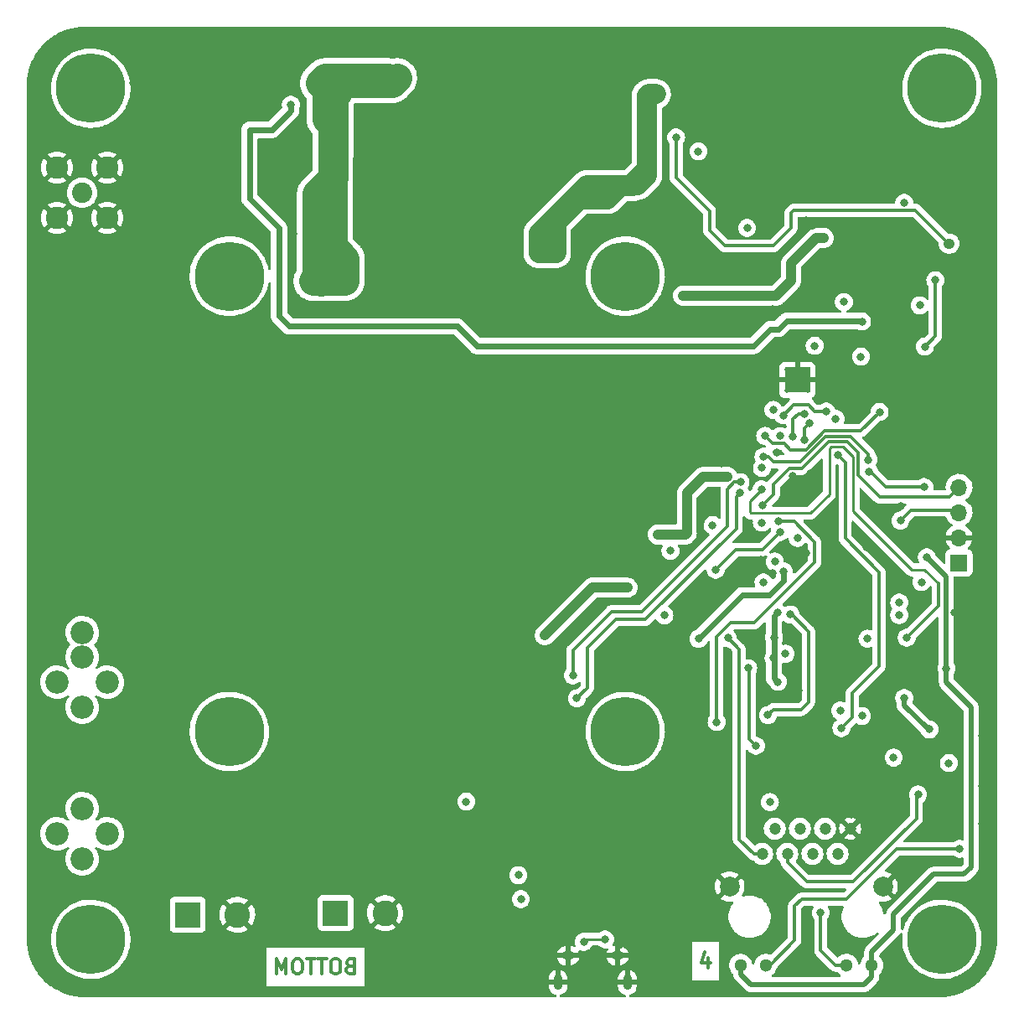
<source format=gbl>
G04 #@! TF.GenerationSoftware,KiCad,Pcbnew,6.0.2+dfsg-1*
G04 #@! TF.CreationDate,2023-04-26T18:19:55+03:00*
G04 #@! TF.ProjectId,TACNPR,5441434e-5052-42e6-9b69-6361645f7063,rev?*
G04 #@! TF.SameCoordinates,Original*
G04 #@! TF.FileFunction,Copper,L4,Bot*
G04 #@! TF.FilePolarity,Positive*
%FSLAX46Y46*%
G04 Gerber Fmt 4.6, Leading zero omitted, Abs format (unit mm)*
G04 Created by KiCad (PCBNEW 6.0.2+dfsg-1) date 2023-04-26 18:19:55*
%MOMM*%
%LPD*%
G01*
G04 APERTURE LIST*
%ADD10C,0.300000*%
G04 #@! TA.AperFunction,NonConductor*
%ADD11C,0.300000*%
G04 #@! TD*
G04 #@! TA.AperFunction,ConnectorPad*
%ADD12C,7.000000*%
G04 #@! TD*
G04 #@! TA.AperFunction,ComponentPad*
%ADD13C,3.900000*%
G04 #@! TD*
G04 #@! TA.AperFunction,ComponentPad*
%ADD14C,2.050000*%
G04 #@! TD*
G04 #@! TA.AperFunction,ComponentPad*
%ADD15C,2.250000*%
G04 #@! TD*
G04 #@! TA.AperFunction,ComponentPad*
%ADD16C,0.500000*%
G04 #@! TD*
G04 #@! TA.AperFunction,SMDPad,CuDef*
%ADD17R,2.600000X2.600000*%
G04 #@! TD*
G04 #@! TA.AperFunction,ComponentPad*
%ADD18R,1.700000X1.700000*%
G04 #@! TD*
G04 #@! TA.AperFunction,ComponentPad*
%ADD19O,1.700000X1.700000*%
G04 #@! TD*
G04 #@! TA.AperFunction,ComponentPad*
%ADD20R,2.600000X2.600000*%
G04 #@! TD*
G04 #@! TA.AperFunction,ComponentPad*
%ADD21C,2.600000*%
G04 #@! TD*
G04 #@! TA.AperFunction,ComponentPad*
%ADD22C,2.350000*%
G04 #@! TD*
G04 #@! TA.AperFunction,ComponentPad*
%ADD23O,1.250000X0.950000*%
G04 #@! TD*
G04 #@! TA.AperFunction,ComponentPad*
%ADD24O,0.890000X1.550000*%
G04 #@! TD*
G04 #@! TA.AperFunction,ComponentPad*
%ADD25C,1.200000*%
G04 #@! TD*
G04 #@! TA.AperFunction,ComponentPad*
%ADD26C,1.300000*%
G04 #@! TD*
G04 #@! TA.AperFunction,ComponentPad*
%ADD27C,2.000000*%
G04 #@! TD*
G04 #@! TA.AperFunction,ViaPad*
%ADD28C,0.800000*%
G04 #@! TD*
G04 #@! TA.AperFunction,Conductor*
%ADD29C,0.300000*%
G04 #@! TD*
G04 #@! TA.AperFunction,Conductor*
%ADD30C,0.293370*%
G04 #@! TD*
G04 #@! TA.AperFunction,Conductor*
%ADD31C,1.000000*%
G04 #@! TD*
G04 #@! TA.AperFunction,Conductor*
%ADD32C,3.000000*%
G04 #@! TD*
G04 #@! TA.AperFunction,Conductor*
%ADD33C,2.000000*%
G04 #@! TD*
G04 #@! TA.AperFunction,Conductor*
%ADD34C,0.250000*%
G04 #@! TD*
G04 #@! TA.AperFunction,Conductor*
%ADD35C,0.633000*%
G04 #@! TD*
G04 #@! TA.AperFunction,Conductor*
%ADD36C,0.500000*%
G04 #@! TD*
G04 APERTURE END LIST*
D10*
D11*
X122028945Y-132244637D02*
X121814660Y-132316065D01*
X121743231Y-132387494D01*
X121671802Y-132530351D01*
X121671802Y-132744637D01*
X121743231Y-132887494D01*
X121814660Y-132958922D01*
X121957517Y-133030351D01*
X122528945Y-133030351D01*
X122528945Y-131530351D01*
X122028945Y-131530351D01*
X121886088Y-131601780D01*
X121814660Y-131673208D01*
X121743231Y-131816065D01*
X121743231Y-131958922D01*
X121814660Y-132101780D01*
X121886088Y-132173208D01*
X122028945Y-132244637D01*
X122528945Y-132244637D01*
X120743231Y-131530351D02*
X120457517Y-131530351D01*
X120314660Y-131601780D01*
X120171802Y-131744637D01*
X120100374Y-132030351D01*
X120100374Y-132530351D01*
X120171802Y-132816065D01*
X120314660Y-132958922D01*
X120457517Y-133030351D01*
X120743231Y-133030351D01*
X120886088Y-132958922D01*
X121028945Y-132816065D01*
X121100374Y-132530351D01*
X121100374Y-132030351D01*
X121028945Y-131744637D01*
X120886088Y-131601780D01*
X120743231Y-131530351D01*
X119671802Y-131530351D02*
X118814660Y-131530351D01*
X119243231Y-133030351D02*
X119243231Y-131530351D01*
X118528945Y-131530351D02*
X117671802Y-131530351D01*
X118100374Y-133030351D02*
X118100374Y-131530351D01*
X116886088Y-131530351D02*
X116600374Y-131530351D01*
X116457517Y-131601780D01*
X116314660Y-131744637D01*
X116243231Y-132030351D01*
X116243231Y-132530351D01*
X116314660Y-132816065D01*
X116457517Y-132958922D01*
X116600374Y-133030351D01*
X116886088Y-133030351D01*
X117028945Y-132958922D01*
X117171802Y-132816065D01*
X117243231Y-132530351D01*
X117243231Y-132030351D01*
X117171802Y-131744637D01*
X117028945Y-131601780D01*
X116886088Y-131530351D01*
X115600374Y-133030351D02*
X115600374Y-131530351D01*
X115100374Y-132601780D01*
X114600374Y-131530351D01*
X114600374Y-133030351D01*
D10*
D11*
X158273714Y-131390271D02*
X158273714Y-132390271D01*
X157916571Y-130818842D02*
X157559428Y-131890271D01*
X158488000Y-131890271D01*
D12*
X95864000Y-43540000D03*
D13*
X95864000Y-43540000D03*
X95864000Y-129540000D03*
D12*
X95864000Y-129540000D03*
X109864000Y-108540000D03*
D13*
X109864000Y-108540000D03*
X149864000Y-62540000D03*
D12*
X149864000Y-62540000D03*
X181864000Y-129540000D03*
D13*
X181864000Y-129540000D03*
D12*
X109864000Y-62540000D03*
D13*
X109864000Y-62540000D03*
X149864000Y-108540000D03*
D12*
X149864000Y-108540000D03*
D14*
X94996000Y-54102000D03*
D15*
X92456000Y-56642000D03*
X92456000Y-51562000D03*
X97536000Y-51562000D03*
X97536000Y-56642000D03*
D16*
X168309000Y-74075000D03*
X166209000Y-71975000D03*
X166209000Y-74075000D03*
X168309000Y-71975000D03*
D17*
X167259000Y-73025000D03*
D18*
X183591200Y-91490800D03*
D19*
X183591200Y-88950800D03*
X183591200Y-86410800D03*
X183591200Y-83870800D03*
D20*
X105664000Y-127050800D03*
D21*
X110664000Y-127050800D03*
D20*
X120599200Y-126898400D03*
D21*
X125599200Y-126898400D03*
D12*
X181864000Y-43540000D03*
D13*
X181864000Y-43540000D03*
D22*
X92456000Y-118872000D03*
X94996000Y-116332000D03*
X97536000Y-118872000D03*
X94996000Y-121412000D03*
X94996000Y-101012000D03*
X92456000Y-103552000D03*
X97536000Y-103552000D03*
X94996000Y-98552000D03*
X94996000Y-106092000D03*
D23*
X149083400Y-131188000D03*
D24*
X150083400Y-133888000D03*
X143083400Y-133888000D03*
D23*
X144083400Y-131188000D03*
D25*
X163703000Y-120904000D03*
X164973000Y-118364000D03*
X166243000Y-120904000D03*
X167513000Y-118364000D03*
X168783000Y-120904000D03*
X170053000Y-118364000D03*
X171323000Y-120904000D03*
X172593000Y-118364000D03*
D26*
X161523000Y-132154000D03*
X164063000Y-132154000D03*
X172233000Y-132154000D03*
X174773000Y-132154000D03*
D27*
X160403000Y-124204000D03*
X175893000Y-124204000D03*
D28*
X118450360Y-81577180D03*
X107553760Y-71744840D03*
X118488460Y-79011780D03*
X134838440Y-79644240D03*
X146690080Y-77101700D03*
X136083040Y-81363820D03*
X110680500Y-75679300D03*
X110667800Y-74612500D03*
X109639100Y-74612500D03*
X109651800Y-75692000D03*
X109651800Y-76695300D03*
X109651800Y-77787500D03*
X118485920Y-77713840D03*
X118513860Y-80281780D03*
X118470680Y-76454000D03*
X102275640Y-79375000D03*
X104749600Y-72377300D03*
X102260400Y-71462900D03*
X99745800Y-71488300D03*
X110106460Y-70203060D03*
X109336840Y-69946520D03*
X108186220Y-72722740D03*
X110068360Y-72044560D03*
X109131100Y-72704960D03*
X103723440Y-71546720D03*
X102108000Y-89916000D03*
X112595660Y-82527140D03*
X106603800Y-82189320D03*
X116840000Y-81661000D03*
X118445280Y-73878440D03*
X119283480Y-94335600D03*
X119380000Y-98407220D03*
X119380000Y-101023420D03*
X110337600Y-97828100D03*
X111353600Y-95745300D03*
X111366300Y-96812100D03*
X110337600Y-98920300D03*
X110337600Y-96824800D03*
X110324900Y-95745300D03*
X108574840Y-104140000D03*
X102809040Y-100520500D03*
X101752400Y-91998800D03*
X119380000Y-102463600D03*
X119367300Y-99689920D03*
X119352060Y-97017840D03*
X110744000Y-83195160D03*
X118485920Y-75148440D03*
X142770860Y-79936340D03*
X143837660Y-79923640D03*
X143837660Y-78894940D03*
X142758160Y-78907640D03*
X141754860Y-78907640D03*
X140662660Y-78907640D03*
X142570200Y-83708240D03*
X108450380Y-69933820D03*
X107553760Y-69961760D03*
X107284520Y-72623680D03*
X117805200Y-102616000D03*
X113088420Y-103733600D03*
X115163600Y-95859600D03*
X141165580Y-72326500D03*
X114167920Y-75697080D03*
X119349520Y-95697040D03*
X110998000Y-104013000D03*
X110060740Y-71048880D03*
X146685000Y-79992220D03*
X147584160Y-80002380D03*
X145755360Y-79982060D03*
X145669000Y-77089000D03*
X147647660Y-77122020D03*
X140164820Y-96123760D03*
X136144000Y-96139000D03*
X118450360Y-72339200D03*
X142575280Y-84546440D03*
X137414000Y-96118680D03*
X141224000Y-96774000D03*
X135001000Y-96123760D03*
X101000560Y-71465440D03*
X144399000Y-43053000D03*
X147320000Y-71120000D03*
X147317460Y-73652380D03*
X108158280Y-91909900D03*
X108158280Y-92900500D03*
X108145580Y-93957140D03*
X108899960Y-91394280D03*
X109824520Y-91394280D03*
X110736380Y-91384120D03*
X108999020Y-94307660D03*
X109943900Y-94317820D03*
X111594900Y-91721940D03*
X111627920Y-92710000D03*
X111615220Y-93621860D03*
X110876080Y-94317820D03*
X115570000Y-82042000D03*
X113855500Y-88392000D03*
X106235500Y-85217000D03*
X107188000Y-87757000D03*
X108077000Y-83185000D03*
X105507000Y-80751000D03*
X116586000Y-74930000D03*
X115125500Y-73723500D03*
X117475000Y-73088500D03*
X103987600Y-83566000D03*
X104711500Y-81915000D03*
X115112800Y-37896800D03*
X115112800Y-38912800D03*
X115112800Y-39928800D03*
X152654000Y-40690800D03*
X169799000Y-101854000D03*
X125476000Y-70104000D03*
X140157200Y-40995600D03*
X163042600Y-38785800D03*
X125069600Y-110363000D03*
X124104400Y-110363000D03*
X126111000Y-110363000D03*
X125603000Y-100965000D03*
X125603000Y-98298000D03*
X166814500Y-73723500D03*
X166814500Y-72263000D03*
X167703500Y-73723500D03*
X167703500Y-72263000D03*
X165227000Y-70993000D03*
X169227500Y-70993000D03*
X169240200Y-74980800D03*
X163626800Y-37846000D03*
X163017200Y-39852600D03*
X163042600Y-41935400D03*
X163195000Y-44018200D03*
X165176200Y-44323000D03*
X164134800Y-44323000D03*
X163042600Y-42976800D03*
X166217600Y-44323000D03*
X167284400Y-44145200D03*
X164617400Y-37795200D03*
X165608000Y-37769800D03*
X121920000Y-38100000D03*
X124460000Y-38100000D03*
X127000000Y-38100000D03*
X129540000Y-38100000D03*
X132080000Y-38100000D03*
X134620000Y-38100000D03*
X137160000Y-38100000D03*
X143256000Y-43078400D03*
X128270000Y-38100000D03*
X123190000Y-38100000D03*
X120650000Y-38100000D03*
X133350000Y-38100000D03*
X135890000Y-38100000D03*
X130810000Y-38100000D03*
X138366500Y-38100000D03*
X125730000Y-38100000D03*
X132842000Y-70091300D03*
X143129000Y-38100000D03*
X108153200Y-37846000D03*
X106883200Y-37846000D03*
X116382800Y-37896800D03*
X160020000Y-38862000D03*
X160655000Y-37846000D03*
X159512000Y-37846000D03*
X171653200Y-38150800D03*
X176733200Y-38150800D03*
X174193200Y-38150800D03*
X124968000Y-72390000D03*
X166573200Y-37795200D03*
X90170000Y-56896000D03*
X90170000Y-102616000D03*
X98298000Y-96647000D03*
X116382800Y-38912800D03*
X151765000Y-37973000D03*
X92405200Y-54102000D03*
X90170000Y-46736000D03*
X90170000Y-61976000D03*
X90170000Y-64516000D03*
X90170000Y-67056000D03*
X90170000Y-69596000D03*
X90170000Y-72136000D03*
X90170000Y-74676000D03*
X90220800Y-79298800D03*
X90424000Y-83566000D03*
X90170000Y-90678000D03*
X90170000Y-92456000D03*
X90170000Y-107696000D03*
X90170000Y-110236000D03*
X90170000Y-112776000D03*
X90170000Y-115316000D03*
X90170000Y-117856000D03*
X90170000Y-120396000D03*
X90170000Y-122936000D03*
X90170000Y-125476000D03*
X90170000Y-127762000D03*
X90170000Y-94996000D03*
X90170000Y-97536000D03*
X102108000Y-88773000D03*
X101854000Y-113030000D03*
X99568000Y-92456000D03*
X90170000Y-105156000D03*
X99822000Y-134112000D03*
X102362000Y-134112000D03*
X112522000Y-134112000D03*
X116382800Y-39928800D03*
X112522000Y-128524000D03*
X112649000Y-125349000D03*
X108585000Y-128524000D03*
X108585000Y-125476000D03*
X139446000Y-120523000D03*
X100025200Y-89204800D03*
X131114800Y-107391200D03*
X137515600Y-102006400D03*
X135534400Y-100533200D03*
X135483600Y-103581200D03*
X138836400Y-111201200D03*
X136550400Y-109575600D03*
X136702800Y-105664000D03*
X133146800Y-102006400D03*
X125603000Y-103251000D03*
X98742500Y-90297000D03*
X103733600Y-113030000D03*
X130302000Y-134112000D03*
X176276000Y-134112000D03*
X185928000Y-59436000D03*
X185928000Y-51816000D03*
X185928000Y-56896000D03*
X185928000Y-46736000D03*
X185928000Y-54356000D03*
X185928000Y-49276000D03*
X185928000Y-61976000D03*
X185877200Y-64363600D03*
X185928000Y-108966000D03*
X185928000Y-117856000D03*
X185928000Y-123176000D03*
X185420000Y-125730000D03*
X141249400Y-120573800D03*
X158242000Y-114808000D03*
X97282000Y-72136000D03*
X135382000Y-134112000D03*
X123571000Y-125222000D03*
X127508000Y-125222000D03*
X127635000Y-128524000D03*
X123571000Y-128651000D03*
X142875000Y-107061000D03*
X142138400Y-128371600D03*
X151765000Y-133858000D03*
X124104400Y-114020600D03*
X126111000Y-114020600D03*
X125069600Y-114020600D03*
X127050800Y-113360200D03*
X127050800Y-112191800D03*
X127050800Y-110947200D03*
X123317000Y-110947200D03*
X123317000Y-113360200D03*
X123317000Y-112191800D03*
X149321520Y-113441480D03*
X149733000Y-127635000D03*
X116027200Y-119786400D03*
X153365200Y-98323400D03*
X153512000Y-115726000D03*
X141859000Y-121285000D03*
X149225000Y-130175000D03*
X138811000Y-96139000D03*
X134620000Y-89662000D03*
X134620000Y-87630000D03*
X130048000Y-93599000D03*
X130048000Y-91948000D03*
X129286000Y-101854000D03*
X125603000Y-95631000D03*
X129743200Y-130098800D03*
X131572000Y-70104000D03*
X120675400Y-39598600D03*
X130556000Y-82296000D03*
X130556000Y-79756000D03*
X130556000Y-77216000D03*
X130302000Y-70612000D03*
X130556000Y-84836000D03*
X144907000Y-67691000D03*
X98668840Y-109961680D03*
X102489000Y-67818000D03*
X99060000Y-65278000D03*
X102489000Y-62865000D03*
X90170000Y-100012500D03*
X143205200Y-128016000D03*
X136575800Y-126796800D03*
X140779500Y-38100000D03*
X139573000Y-38100000D03*
X141986000Y-38100000D03*
X135636000Y-66294000D03*
X185928000Y-114046000D03*
X132854700Y-65608200D03*
X135191500Y-67246500D03*
X137845800Y-125425200D03*
X138938000Y-121539000D03*
X139192000Y-102006400D03*
X154279600Y-106730800D03*
X141986000Y-96266000D03*
X143256000Y-102362000D03*
X94234000Y-58991500D03*
X99314000Y-58991500D03*
X94234000Y-49085500D03*
X96710500Y-58991500D03*
X105003600Y-44958000D03*
X163017200Y-40868600D03*
X167690800Y-38887400D03*
X167716200Y-40005000D03*
X167741600Y-42087800D03*
X167741600Y-43129200D03*
X167716200Y-41021000D03*
X167386000Y-38074600D03*
X102692200Y-37795200D03*
X101701600Y-37820600D03*
X100101400Y-39878000D03*
X100126800Y-43002200D03*
X104825800Y-43154600D03*
X104800400Y-40030400D03*
X100101400Y-40894000D03*
X104775000Y-38912800D03*
X103301800Y-44348400D03*
X104368600Y-44170600D03*
X104800400Y-41046400D03*
X100279200Y-44043600D03*
X100126800Y-38811200D03*
X101219000Y-44348400D03*
X102260400Y-44348400D03*
X103657400Y-37820600D03*
X100126800Y-41960800D03*
X100711000Y-37871400D03*
X104470200Y-38100000D03*
X104825800Y-42113200D03*
X161747200Y-37846000D03*
X161163000Y-38862000D03*
X101600000Y-58674000D03*
X103378000Y-58674000D03*
X105156000Y-58674000D03*
X106934000Y-58674000D03*
X112522000Y-58293000D03*
X116332000Y-58293000D03*
X125476000Y-58674000D03*
X128016000Y-58674000D03*
X135064500Y-59100720D03*
X134874000Y-48006000D03*
X136906000Y-48006000D03*
X132588000Y-48006000D03*
X128016000Y-48006000D03*
X138938000Y-48006000D03*
X130302000Y-48006000D03*
X151511000Y-58039000D03*
X134874000Y-60198000D03*
X108712000Y-57912000D03*
X110744000Y-57912000D03*
X105156000Y-61061600D03*
X104902000Y-62484000D03*
X153162000Y-58674000D03*
X134874000Y-58166000D03*
X148590000Y-58039000D03*
X149987000Y-57975500D03*
X185962000Y-104326000D03*
X139192000Y-66802000D03*
X144399000Y-64135000D03*
X131826000Y-65595500D03*
X133807200Y-65608200D03*
X146939000Y-66802000D03*
X104190800Y-59690000D03*
X145415000Y-38100000D03*
X144272000Y-38100000D03*
X145415000Y-40259000D03*
X155257500Y-39687500D03*
X154686000Y-38862000D03*
X154051000Y-39687500D03*
X155257500Y-37909500D03*
X154178000Y-37909500D03*
X154686000Y-40640000D03*
X153035000Y-37973000D03*
X151765000Y-38989000D03*
X152908000Y-39522400D03*
X151765000Y-40005000D03*
X143129000Y-39370000D03*
X141986000Y-39370000D03*
X144272000Y-39370000D03*
X113982500Y-39560500D03*
X113411000Y-38735000D03*
X112776000Y-39560500D03*
X113982500Y-37782500D03*
X112903000Y-37782500D03*
X113411000Y-40513000D03*
X147383500Y-39687500D03*
X146812000Y-38862000D03*
X146177000Y-39687500D03*
X147383500Y-37909500D03*
X146304000Y-37909500D03*
X146812000Y-40640000D03*
X148336000Y-49022000D03*
X155194000Y-42545000D03*
X155194000Y-43688000D03*
X160655000Y-44577000D03*
X160655000Y-43434000D03*
X160655000Y-42291000D03*
X160655000Y-41148000D03*
X160655000Y-40005000D03*
X175463200Y-38150800D03*
X172872400Y-38150800D03*
X170332400Y-38150800D03*
X168859200Y-38150800D03*
X178003200Y-38150800D03*
X179324000Y-38150800D03*
X180644800Y-38150800D03*
X182067200Y-38150800D03*
X183642000Y-38506400D03*
X184962800Y-39319200D03*
X185928000Y-40386000D03*
X186588400Y-41757600D03*
X186791600Y-43434000D03*
X186740800Y-45161200D03*
X90170000Y-43383200D03*
X93319600Y-38455600D03*
X91033600Y-40335200D03*
X90220800Y-45110400D03*
X91998800Y-39268400D03*
X96316800Y-38100000D03*
X90373200Y-41706800D03*
X94894400Y-38100000D03*
X97637600Y-38100000D03*
X98958400Y-38100000D03*
X98602800Y-39370000D03*
X93980000Y-47752000D03*
X99364800Y-47040800D03*
X100279200Y-45720000D03*
X100685600Y-47294800D03*
X105765600Y-37846000D03*
X105765600Y-39116000D03*
X91795600Y-60655200D03*
X91541600Y-73456800D03*
X105816400Y-59740800D03*
X102463600Y-59690000D03*
X100533200Y-59690000D03*
X105968800Y-65633600D03*
X106934000Y-66598800D03*
X112877600Y-66497200D03*
X148894800Y-83870800D03*
X140208000Y-45212000D03*
X122961400Y-39687500D03*
X126441200Y-39979600D03*
X143256000Y-42113200D03*
X143256000Y-43992800D03*
X169646600Y-68440300D03*
X178562000Y-39624000D03*
X177546000Y-40894000D03*
X177292000Y-39370000D03*
X179324000Y-59944000D03*
X131064000Y-58928000D03*
X133350000Y-60198000D03*
X171196000Y-50800000D03*
X174294800Y-65379600D03*
X183388000Y-77470000D03*
X154749500Y-82461100D03*
X161229040Y-76154280D03*
X154724100Y-80352900D03*
X154419300Y-74282300D03*
X156006800Y-71526400D03*
X155803600Y-68122800D03*
X154825700Y-78181200D03*
X161493200Y-79146400D03*
X158394400Y-75285600D03*
X156972000Y-68072000D03*
X170078400Y-64046100D03*
X170129200Y-62852300D03*
X168808400Y-57404000D03*
X168910000Y-61976000D03*
X160528000Y-67812920D03*
X161721800Y-53517800D03*
X164350700Y-57315100D03*
X164198300Y-58343800D03*
X164160200Y-60706000D03*
X160832800Y-54584600D03*
X145288000Y-124841000D03*
X135686800Y-118465600D03*
X140487400Y-115417600D03*
X152527000Y-118618000D03*
X175107600Y-73101200D03*
X172618400Y-76860400D03*
X165354000Y-70104000D03*
X178054000Y-52324000D03*
X157226000Y-124523500D03*
X151892000Y-55689500D03*
X151511000Y-56896000D03*
X145034000Y-58166000D03*
X146177000Y-58166000D03*
X147320000Y-58166000D03*
X145034000Y-59436000D03*
X153797000Y-60071000D03*
X144907000Y-60706000D03*
X141986000Y-65405000D03*
X100012500Y-122174000D03*
X97917000Y-123444000D03*
X101727000Y-123571000D03*
X173545500Y-64516000D03*
X159922000Y-113396000D03*
X179514500Y-63817500D03*
X159689800Y-49911000D03*
X156362400Y-107746800D03*
X153365200Y-105206800D03*
X156845000Y-110871000D03*
X173482000Y-58801000D03*
X116586000Y-40894000D03*
X105219500Y-49784000D03*
X103632000Y-49212500D03*
X106362500Y-49784000D03*
X107632500Y-49720500D03*
X106426000Y-51816000D03*
X105664000Y-47729140D03*
X107762040Y-45974000D03*
X113030000Y-43942000D03*
X114300000Y-45212000D03*
X113030000Y-45212000D03*
X127762000Y-55806340D03*
X117602000Y-49530000D03*
X117602000Y-50546000D03*
X114808000Y-50546000D03*
X114808000Y-49530000D03*
X161925000Y-66675000D03*
X158851600Y-62230000D03*
X163576000Y-61976000D03*
X160782000Y-66294000D03*
X134874000Y-52324000D03*
X125730000Y-52324000D03*
X130302000Y-52324000D03*
X147574000Y-50038000D03*
X148590000Y-50038000D03*
X146748500Y-48704500D03*
X145669000Y-48641000D03*
X144081500Y-48895000D03*
X149669500Y-50800000D03*
X156337000Y-55854600D03*
X153225500Y-56642000D03*
X155194000Y-56642000D03*
X125476000Y-48006000D03*
X127952500Y-52324000D03*
X141160500Y-48006000D03*
X142621000Y-48895000D03*
X132524500Y-52324000D03*
X137223500Y-52324000D03*
X139509500Y-52324000D03*
X165100000Y-49276000D03*
X159562800Y-47701200D03*
X160883600Y-46482000D03*
X159664400Y-46609000D03*
X162242500Y-54660800D03*
X158851600Y-49758600D03*
X154813000Y-57937400D03*
X156667200Y-62661800D03*
X154660600Y-61264800D03*
X156667200Y-56692800D03*
X161747200Y-52412900D03*
X168389300Y-51206400D03*
X168414700Y-49174400D03*
X99568000Y-94996000D03*
X123515120Y-53908960D03*
X124968000Y-53908960D03*
X126456440Y-53924200D03*
X123250960Y-57790080D03*
X124795280Y-57769760D03*
X126309120Y-57751980D03*
X127762000Y-54356000D03*
X127762000Y-57531000D03*
X131572000Y-54325520D03*
X129032000Y-54991000D03*
X100332540Y-57769760D03*
X140652500Y-52959000D03*
X147701000Y-56959500D03*
X149288500Y-56959500D03*
X136446260Y-57523380D03*
X142240000Y-131318000D03*
X164719000Y-65913000D03*
X146494500Y-56959500D03*
X149352000Y-48387000D03*
X141541500Y-53911500D03*
X134810500Y-65595500D03*
X99885500Y-49657000D03*
X101219000Y-49085500D03*
X102425500Y-49022000D03*
X150825200Y-55727600D03*
X149809200Y-56134000D03*
X150469600Y-56896000D03*
X156667200Y-51663600D03*
X141732000Y-133858000D03*
X150876000Y-131064000D03*
X150876000Y-132080000D03*
X168148000Y-61722000D03*
X168910000Y-60960000D03*
X168148000Y-56896000D03*
X164592000Y-61722000D03*
X169672000Y-52578000D03*
X165354000Y-56388000D03*
X169418000Y-54610000D03*
X124968000Y-75184000D03*
X124968000Y-77470000D03*
X130556000Y-69342000D03*
X130810000Y-65595500D03*
X133858000Y-70866000D03*
X131572000Y-71374000D03*
X129540000Y-73406000D03*
X123698000Y-46228000D03*
X123444000Y-51816000D03*
X94284800Y-76962000D03*
X95758000Y-78486000D03*
X153670000Y-134112000D03*
X159512000Y-134112000D03*
X157480000Y-87376000D03*
X167386000Y-104394000D03*
X162941000Y-118872000D03*
X168910000Y-83520280D03*
X168554400Y-82448400D03*
X167640000Y-83566000D03*
X166776400Y-82702400D03*
X166745920Y-84328000D03*
X170434000Y-99060000D03*
X176530000Y-104394000D03*
X184150000Y-94234000D03*
X177546000Y-93472000D03*
X183134000Y-96520000D03*
X179578000Y-100330000D03*
X177088800Y-73202800D03*
X180492400Y-77825600D03*
X181508400Y-81534000D03*
X185978800Y-80924400D03*
X177732000Y-85776000D03*
X177546000Y-82296000D03*
X168656000Y-84582000D03*
X170637200Y-86207600D03*
X163576000Y-91186000D03*
X152908000Y-87249000D03*
X154432000Y-86614000D03*
X179451000Y-94742000D03*
X184922000Y-103686000D03*
X159512000Y-109093000D03*
X171577000Y-100330000D03*
X173982000Y-110776000D03*
X173182000Y-44876000D03*
X180782000Y-117376000D03*
X156108400Y-80162400D03*
X171582000Y-44876000D03*
X164782000Y-92576000D03*
X171672000Y-117096000D03*
X175514000Y-52832000D03*
X130149600Y-125272800D03*
X165049200Y-129387600D03*
X168300400Y-128320800D03*
X177038000Y-131978400D03*
X158597600Y-85140800D03*
X184658000Y-100584000D03*
X165404800Y-127660400D03*
X176282000Y-115776000D03*
X178714400Y-73152000D03*
X186172000Y-100126000D03*
X176682000Y-49076000D03*
X185623200Y-88950800D03*
X156112000Y-103256000D03*
X170972000Y-115106000D03*
X158182000Y-118126000D03*
X161925000Y-88976200D03*
X164182000Y-104576000D03*
X165150800Y-80365600D03*
X166782000Y-113776000D03*
X100457000Y-113030000D03*
X169182000Y-94076000D03*
X158496000Y-109601000D03*
X144682000Y-118176000D03*
X178562000Y-89154000D03*
X172212000Y-112141000D03*
X167182000Y-111176000D03*
X154932000Y-76226000D03*
X162814000Y-130352800D03*
X158877000Y-93726000D03*
X117043200Y-116586000D03*
X134899400Y-77287121D03*
X180390800Y-82651600D03*
X168300400Y-96316800D03*
X174142400Y-94183200D03*
X176722000Y-117676000D03*
X116932000Y-112201000D03*
X91541600Y-68326000D03*
X112014000Y-113284000D03*
X173736000Y-117348000D03*
X169672000Y-112141000D03*
X176682000Y-44876000D03*
X158775400Y-50800000D03*
X178882000Y-121576000D03*
X182082000Y-121576000D03*
X100584000Y-94945200D03*
X176212000Y-118626000D03*
X131826000Y-60198000D03*
X147574000Y-104038400D03*
X184682000Y-124776000D03*
X175382000Y-110576000D03*
X172847000Y-98171000D03*
X171043600Y-87020400D03*
X167538400Y-131318000D03*
X127507000Y-107201000D03*
X160882000Y-48976000D03*
X159482000Y-116336000D03*
X169782000Y-94576000D03*
X165303200Y-125780800D03*
X129032000Y-56896000D03*
X157742000Y-120236000D03*
X160274000Y-102997000D03*
X127152400Y-117602000D03*
X154305000Y-98323400D03*
X136652000Y-54325520D03*
X172847000Y-101092000D03*
X152192000Y-103106000D03*
X171145200Y-129184400D03*
X149582000Y-98476000D03*
X174244000Y-89916000D03*
X172692000Y-116936000D03*
X100076000Y-116332000D03*
X117043200Y-118465600D03*
X180086000Y-87503000D03*
X180882000Y-109876000D03*
X181182000Y-88376000D03*
X172212000Y-113792000D03*
X168182000Y-90476000D03*
X160182000Y-103976000D03*
X171145200Y-113792000D03*
X163703000Y-108712000D03*
X158369000Y-95377000D03*
X144830800Y-107645200D03*
X107563920Y-70815200D03*
X177038000Y-53848000D03*
X184150000Y-55880000D03*
X173582000Y-112776000D03*
X174982000Y-44876000D03*
X152222000Y-104346000D03*
X100507800Y-96647000D03*
X174782000Y-111176000D03*
X127457200Y-109524800D03*
X173282000Y-119676000D03*
X160274000Y-100482400D03*
X159607000Y-81451000D03*
X161732000Y-77651000D03*
X177546000Y-122428000D03*
X177546000Y-96774000D03*
X154432000Y-90297000D03*
X179800250Y-93440250D03*
X164982000Y-91376000D03*
X165481000Y-88392004D03*
X159004000Y-92202000D03*
X174345600Y-99161600D03*
X165522000Y-78686000D03*
X163830000Y-93472000D03*
X144983200Y-105181400D03*
X161493200Y-84429600D03*
X144576800Y-102870000D03*
X161512000Y-83346000D03*
X171142399Y-76962667D03*
X169011600Y-69570600D03*
X165862000Y-76606400D03*
X170179992Y-76200000D03*
X168011415Y-79079785D03*
X168503600Y-77419200D03*
X168005185Y-76441500D03*
X166827200Y-78740000D03*
X164012000Y-78676000D03*
X175564800Y-76250800D03*
X163682000Y-81901000D03*
X177546000Y-95504000D03*
X174498000Y-82296000D03*
X180086000Y-83820000D03*
X163672000Y-87436000D03*
X177673000Y-87226000D03*
X163703000Y-85725000D03*
X178308000Y-99060000D03*
X163626800Y-84074000D03*
X153162000Y-88646000D03*
X160147000Y-82804000D03*
X174447200Y-81076800D03*
X163830000Y-80772000D03*
X119100600Y-62039500D03*
X120307100Y-62039500D03*
X120307100Y-63055500D03*
X119100600Y-63055500D03*
X122580400Y-42519600D03*
X117932200Y-62039500D03*
X117932200Y-63055500D03*
X121526300Y-62014100D03*
X121526300Y-63030100D03*
X117932200Y-60972700D03*
X119100600Y-60972700D03*
X120307100Y-60972700D03*
X121526300Y-60947300D03*
X122580400Y-43281600D03*
X125882400Y-42519600D03*
X126834900Y-43281600D03*
X125882400Y-43281600D03*
X126834900Y-42519600D03*
X147828000Y-129540000D03*
X145668998Y-129794000D03*
X139065000Y-123063000D03*
X165354000Y-87325200D03*
X159105600Y-107594400D03*
X139319000Y-125476000D03*
X171704000Y-108204002D03*
X171348400Y-80619600D03*
X133807200Y-115620800D03*
X153822400Y-96799400D03*
X150088600Y-94005400D03*
X141732000Y-98805998D03*
X162179000Y-57658000D03*
X157251400Y-49936400D03*
X141097000Y-60198000D03*
X141986000Y-60198000D03*
X142875000Y-60198000D03*
X141097000Y-58166000D03*
X141986000Y-58166000D03*
X142875000Y-58166000D03*
X152082500Y-43878500D03*
X152082500Y-44767500D03*
X152908000Y-44767500D03*
X141986000Y-59182000D03*
X142875000Y-59182000D03*
X152971500Y-43878500D03*
X167282000Y-88976000D03*
X158686500Y-87693500D03*
X173786800Y-67106800D03*
X116078000Y-45212000D03*
X164825680Y-76042520D03*
X171957994Y-65151000D03*
X179628800Y-65481200D03*
X173685200Y-70675500D03*
X178054000Y-55118000D03*
X182626000Y-59245500D03*
X155003000Y-48514000D03*
X169926000Y-58674000D03*
X155702000Y-64516000D03*
X181203600Y-62941200D03*
X180136800Y-69646800D03*
X164896800Y-99047000D03*
X171577000Y-106426000D03*
X173782000Y-106976000D03*
X165303200Y-103530400D03*
X164846000Y-101092000D03*
X165252400Y-96520000D03*
X163067992Y-109982000D03*
X162292000Y-102146000D03*
X164482000Y-115676000D03*
X179452000Y-114916000D03*
X157282000Y-99176000D03*
X182321200Y-102158800D03*
X165882000Y-92376000D03*
X180340000Y-90932000D03*
X166573200Y-96723200D03*
X164282000Y-106876000D03*
X160232000Y-99106000D03*
X176982000Y-111176000D03*
X166065200Y-100685600D03*
X183642000Y-120396000D03*
X182562000Y-111726000D03*
X169621200Y-126847600D03*
X180594000Y-108331000D03*
X178054010Y-105156000D03*
D29*
X159004000Y-92202000D02*
X161036000Y-90170000D01*
X161036000Y-90170000D02*
X163703004Y-90170000D01*
X163703004Y-90170000D02*
X165481000Y-88392004D01*
X151895707Y-97222720D02*
X161086800Y-88031627D01*
X146050000Y-100076000D02*
X148903280Y-97222720D01*
X161086800Y-88031627D02*
X161086800Y-84836000D01*
X148903280Y-97222720D02*
X151895707Y-97222720D01*
X146050000Y-104114600D02*
X146050000Y-100076000D01*
X144983200Y-105181400D02*
X146050000Y-104114600D01*
X161086800Y-84836000D02*
X161493200Y-84429600D01*
X160172400Y-87807800D02*
X151536400Y-96443800D01*
X144576800Y-100330000D02*
X144576800Y-102870000D01*
X148463000Y-96443800D02*
X144576800Y-100330000D01*
X160172400Y-84074000D02*
X160172400Y-87807800D01*
X160900400Y-83346000D02*
X160172400Y-84074000D01*
X151536400Y-96443800D02*
X148463000Y-96443800D01*
X161512000Y-83346000D02*
X160900400Y-83346000D01*
X166903400Y-75565000D02*
X168392715Y-75565000D01*
X169027715Y-76200000D02*
X170179992Y-76200000D01*
X165862000Y-76606400D02*
X166903400Y-75565000D01*
X168392715Y-75565000D02*
X169027715Y-76200000D01*
X168011415Y-77911385D02*
X168503600Y-77419200D01*
X168011415Y-79079785D02*
X168011415Y-77911385D01*
X166827200Y-76998642D02*
X167384342Y-76441500D01*
X166827200Y-78740000D02*
X166827200Y-76998642D01*
X167384342Y-76441500D02*
X168005185Y-76441500D01*
X173685200Y-78130400D02*
X175564800Y-76250800D01*
X168101972Y-80060800D02*
X170032372Y-78130400D01*
X164787200Y-79451200D02*
X165912800Y-79451200D01*
X166522400Y-80060800D02*
X168101972Y-80060800D01*
X164012000Y-78676000D02*
X164787200Y-79451200D01*
X165912800Y-79451200D02*
X166522400Y-80060800D01*
X170032372Y-78130400D02*
X173685200Y-78130400D01*
X174625000Y-82296000D02*
X176149000Y-83820000D01*
X174498000Y-82296000D02*
X174625000Y-82296000D01*
X176149000Y-83820000D02*
X180086000Y-83820000D01*
X183337200Y-86156800D02*
X183591200Y-86410800D01*
X178742200Y-86156800D02*
X183337200Y-86156800D01*
X177673000Y-87226000D02*
X178742200Y-86156800D01*
X164846000Y-84582000D02*
X163703000Y-85725000D01*
X164846000Y-83566000D02*
X164846000Y-84582000D01*
X170422204Y-79259796D02*
X167729111Y-81952889D01*
X172274596Y-79259796D02*
X170422204Y-79259796D01*
X173368605Y-80353805D02*
X172274596Y-79259796D01*
X182613511Y-84848489D02*
X175551889Y-84848489D01*
X173368605Y-82665205D02*
X173368605Y-80353805D01*
X183591200Y-83870800D02*
X182613511Y-84848489D01*
X166459111Y-81952889D02*
X164846000Y-83566000D01*
X175551889Y-84848489D02*
X173368605Y-82665205D01*
X167729111Y-81952889D02*
X166459111Y-81952889D01*
X181482000Y-93598000D02*
X181483000Y-93599000D01*
X181482000Y-93576000D02*
X181482000Y-93598000D01*
D30*
X171831000Y-79756000D02*
X170688000Y-79756000D01*
X168579800Y-86487000D02*
X162560000Y-86487000D01*
X170484800Y-84582000D02*
X168579800Y-86487000D01*
X180119795Y-92213795D02*
X178827795Y-92213795D01*
D29*
X181483000Y-95885000D02*
X178308000Y-99060000D01*
D30*
X162433000Y-85267800D02*
X163626800Y-84074000D01*
X170484800Y-79959200D02*
X170484800Y-84582000D01*
X162433000Y-86360000D02*
X162433000Y-85267800D01*
D29*
X181483000Y-93599000D02*
X181483000Y-95885000D01*
D30*
X181482000Y-93576000D02*
X180119795Y-92213795D01*
X172872400Y-80797400D02*
X171831000Y-79756000D01*
X170688000Y-79756000D02*
X170484800Y-79959200D01*
X172872400Y-86258400D02*
X172872400Y-80797400D01*
X162560000Y-86487000D02*
X162433000Y-86360000D01*
X178827795Y-92213795D02*
X172872400Y-86258400D01*
D29*
X164846000Y-81280000D02*
X164338000Y-80772000D01*
X174447200Y-80518000D02*
X172669200Y-78740000D01*
X174447200Y-81076800D02*
X174447200Y-80518000D01*
D31*
X155956000Y-88646000D02*
X153162000Y-88646000D01*
X156083000Y-84455000D02*
X156083000Y-88519000D01*
X157734000Y-82804000D02*
X156083000Y-84455000D01*
D29*
X170129200Y-78740000D02*
X167589200Y-81280000D01*
X167589200Y-81280000D02*
X164846000Y-81280000D01*
D31*
X156083000Y-88519000D02*
X155956000Y-88646000D01*
D29*
X164338000Y-80772000D02*
X163830000Y-80772000D01*
X172669200Y-78740000D02*
X170129200Y-78740000D01*
D31*
X160147000Y-82804000D02*
X157734000Y-82804000D01*
D32*
X120291860Y-61795660D02*
X121526300Y-63030100D01*
D33*
X121196100Y-62039500D02*
X121221500Y-62014100D01*
X120929400Y-43027600D02*
X120929400Y-50076000D01*
X120929400Y-43027600D02*
X120929400Y-43980100D01*
D32*
X120355360Y-52565300D02*
X120355360Y-47350680D01*
D33*
X119024400Y-43027600D02*
X120929400Y-43027600D01*
D32*
X125882400Y-42519600D02*
X119532400Y-42519600D01*
X121526300Y-63030100D02*
X121526300Y-60765802D01*
X119684800Y-46680120D02*
X119684800Y-43027600D01*
X119976900Y-43027600D02*
X126326900Y-43027600D01*
D33*
X117932200Y-63055500D02*
X119316500Y-63055500D01*
X120929400Y-62306200D02*
X120180100Y-63055500D01*
D32*
X121526300Y-63030100D02*
X118364000Y-63030100D01*
X119532400Y-42519600D02*
X119024400Y-43027600D01*
D33*
X119316500Y-63055500D02*
X121373900Y-63055500D01*
D32*
X118699280Y-62400180D02*
X118699280Y-54221380D01*
X119100600Y-63055500D02*
X119702001Y-62454099D01*
X119702001Y-62454099D02*
X119702001Y-60608901D01*
X120355360Y-47350680D02*
X119684800Y-46680120D01*
X118699280Y-54221380D02*
X120355360Y-52565300D01*
X121526300Y-60765802D02*
X120535700Y-59775202D01*
D33*
X117932200Y-63055500D02*
X119024400Y-61963300D01*
D32*
X120291860Y-47241460D02*
X120291860Y-61795660D01*
D33*
X120929400Y-43980100D02*
X121221500Y-44272200D01*
X119024400Y-63055500D02*
X119316500Y-63055500D01*
D32*
X119684800Y-43027600D02*
X119024400Y-43027600D01*
D33*
X121221500Y-44272200D02*
X119976900Y-43027600D01*
D32*
X126326900Y-43027600D02*
X126834900Y-42519600D01*
D34*
X147828000Y-129540000D02*
X145922998Y-129540000D01*
D29*
X168982000Y-89376000D02*
X166931200Y-87325200D01*
X166931200Y-87325200D02*
X165354000Y-87325200D01*
X159105600Y-98958400D02*
X160528000Y-97536000D01*
X160528000Y-97536000D02*
X162922000Y-97536000D01*
X162922000Y-97536000D02*
X168982000Y-91476000D01*
X159105600Y-107594400D02*
X159105600Y-98958400D01*
X168982000Y-91476000D02*
X168982000Y-89376000D01*
X171348400Y-80619600D02*
X172085000Y-81356200D01*
X175514000Y-101944000D02*
X172782000Y-104676000D01*
X175514000Y-92456000D02*
X175514000Y-101944000D01*
X172782000Y-104676000D02*
X172782000Y-107126002D01*
X172085000Y-89027000D02*
X175514000Y-92456000D01*
X172085000Y-81356200D02*
X172085000Y-89027000D01*
X172782000Y-107126002D02*
X171704000Y-108204002D01*
D31*
X146532598Y-94005400D02*
X141732000Y-98805998D01*
X150088600Y-94005400D02*
X146532598Y-94005400D01*
D33*
X151790400Y-51917600D02*
X151790400Y-52679600D01*
X141097000Y-58166000D02*
X141863358Y-58166000D01*
X150641598Y-53441600D02*
X149402800Y-53441600D01*
X142875000Y-60198000D02*
X142875000Y-58166000D01*
X141863358Y-58166000D02*
X142875000Y-57154358D01*
X142875000Y-57154358D02*
X142875000Y-58166000D01*
X152209500Y-44132500D02*
X152971500Y-44132500D01*
X141097000Y-58166000D02*
X145923000Y-53340000D01*
X151790400Y-52679600D02*
X151352250Y-53117750D01*
X149402800Y-53441600D02*
X148091961Y-54752439D01*
X152082500Y-47180500D02*
X152082500Y-52387500D01*
X145276919Y-54752439D02*
X142875000Y-57154358D01*
X142875000Y-60198000D02*
X141097000Y-60198000D01*
X150368000Y-53340000D02*
X151790400Y-51917600D01*
X152019000Y-44323000D02*
X152209500Y-44132500D01*
X151155201Y-53314799D02*
X150768399Y-53314799D01*
X150768399Y-53314799D02*
X150641598Y-53441600D01*
X141097000Y-60198000D02*
X141097000Y-58166000D01*
X148091961Y-54752439D02*
X145276919Y-54752439D01*
X145923000Y-53340000D02*
X150368000Y-53340000D01*
X151352250Y-53117750D02*
X151155201Y-53314799D01*
X152082500Y-52387500D02*
X151352250Y-53117750D01*
X152082500Y-44767500D02*
X152082500Y-47180500D01*
D35*
X111887000Y-47752000D02*
X114173000Y-47752000D01*
X115912900Y-67602100D02*
X114884200Y-66573400D01*
X173736000Y-67056000D02*
X166166800Y-67056000D01*
X165354000Y-67868800D02*
X164541200Y-67868800D01*
X132880100Y-67602100D02*
X115912900Y-67602100D01*
X114173000Y-47752000D02*
X116078000Y-45847000D01*
X164541200Y-67868800D02*
X162814000Y-69596000D01*
X173786800Y-67106800D02*
X173736000Y-67056000D01*
X116078000Y-45847000D02*
X116078000Y-45212000D01*
X114884200Y-57670700D02*
X111887000Y-54673500D01*
X114884200Y-66573400D02*
X114884200Y-57670700D01*
X162814000Y-69596000D02*
X134874000Y-69596000D01*
X111887000Y-54673500D02*
X111887000Y-47752000D01*
X134874000Y-69596000D02*
X132880100Y-67602100D01*
X166166800Y-67056000D02*
X165354000Y-67868800D01*
D29*
X158379160Y-55953660D02*
X158379160Y-57884060D01*
X164807900Y-59474100D02*
X166624000Y-57658000D01*
X155003000Y-48514000D02*
X155003000Y-52577500D01*
X166624000Y-57658000D02*
X166624000Y-56134000D01*
X166878000Y-55880000D02*
X179176680Y-55880000D01*
D31*
X182542180Y-59245500D02*
X182626000Y-59245500D01*
D29*
X159969200Y-59474100D02*
X164807900Y-59474100D01*
X166624000Y-56134000D02*
X166878000Y-55880000D01*
X179176680Y-55880000D02*
X182542180Y-59245500D01*
X158379160Y-57884060D02*
X159969200Y-59474100D01*
X155003000Y-52577500D02*
X158379160Y-55953660D01*
D31*
X166624000Y-61214000D02*
X169164000Y-58674000D01*
X169164000Y-58674000D02*
X169926000Y-58674000D01*
X155702000Y-64516000D02*
X165100000Y-64516000D01*
X166624000Y-62992000D02*
X166624000Y-61214000D01*
X165100000Y-64516000D02*
X166624000Y-62992000D01*
D29*
X181203600Y-68580000D02*
X180136800Y-69646800D01*
X181203600Y-62941200D02*
X181203600Y-68580000D01*
D35*
X165303200Y-103530400D02*
X164896800Y-103124000D01*
X164896800Y-99047000D02*
X164896800Y-96875600D01*
X164896800Y-103124000D02*
X164896800Y-99047000D01*
X164896800Y-96875600D02*
X165252400Y-96520000D01*
D29*
X162407600Y-109321608D02*
X163067992Y-109982000D01*
X162292000Y-102146000D02*
X162407600Y-102261600D01*
X162407600Y-102261600D02*
X162407600Y-109321608D01*
X172918428Y-123698000D02*
X168188472Y-123698000D01*
X179282000Y-117334428D02*
X172918428Y-123698000D01*
X166243000Y-121752528D02*
X166243000Y-120904000D01*
X179452000Y-114916000D02*
X179282000Y-115086000D01*
X179282000Y-115086000D02*
X179282000Y-117334428D01*
X168188472Y-123698000D02*
X166243000Y-121752528D01*
D36*
X173990000Y-134112000D02*
X174773000Y-133329000D01*
X161523000Y-132154000D02*
X161523000Y-133073238D01*
X184082000Y-122976000D02*
X184810400Y-122247600D01*
X161523000Y-133073238D02*
X162561762Y-134112000D01*
X182284489Y-102122089D02*
X182321200Y-102158800D01*
X184810400Y-122247600D02*
X184810400Y-106070400D01*
X182284489Y-92876489D02*
X182284489Y-102122089D01*
X176982000Y-126976000D02*
X180982000Y-122976000D01*
D35*
X165882000Y-92376000D02*
X165882000Y-93276000D01*
D36*
X182321200Y-103581200D02*
X182321200Y-102158800D01*
X174773000Y-133329000D02*
X174773000Y-132154000D01*
X176982000Y-128576000D02*
X176982000Y-126976000D01*
D35*
X164382000Y-94776000D02*
X161682000Y-94776000D01*
X161682000Y-94776000D02*
X157282000Y-99176000D01*
D36*
X174773000Y-130785000D02*
X176982000Y-128576000D01*
X180982000Y-122976000D02*
X184082000Y-122976000D01*
X184810400Y-106070400D02*
X182321200Y-103581200D01*
D35*
X165882000Y-93276000D02*
X164382000Y-94776000D01*
D36*
X162561762Y-134112000D02*
X173990000Y-134112000D01*
X174773000Y-132154000D02*
X174773000Y-130785000D01*
X180340000Y-90932000D02*
X182284489Y-92876489D01*
D29*
X166674800Y-96723200D02*
X166573200Y-96723200D01*
X168382000Y-98430400D02*
X166674800Y-96723200D01*
X167640000Y-106324400D02*
X168382000Y-105582400D01*
X164282000Y-106876000D02*
X164833600Y-106324400D01*
X164833600Y-106324400D02*
X167640000Y-106324400D01*
X168382000Y-105582400D02*
X168382000Y-98430400D01*
X161391600Y-100265600D02*
X161391600Y-119441128D01*
X160232000Y-99106000D02*
X161391600Y-100265600D01*
X162854472Y-120904000D02*
X163703000Y-120904000D01*
X161391600Y-119441128D02*
X162854472Y-120904000D01*
X183642000Y-120396000D02*
X177292000Y-120396000D01*
X167690800Y-125476000D02*
X166979600Y-126187200D01*
X166979600Y-129641600D02*
X164467200Y-132154000D01*
X177292000Y-120396000D02*
X172212000Y-125476000D01*
X172212000Y-125476000D02*
X167690800Y-125476000D01*
X164467200Y-132154000D02*
X164063000Y-132154000D01*
X166979600Y-126187200D02*
X166979600Y-129641600D01*
X172233000Y-132154000D02*
X171117600Y-132154000D01*
X171117600Y-132154000D02*
X169621200Y-130657600D01*
X169621200Y-130657600D02*
X169621200Y-126847600D01*
D36*
X180467000Y-108331000D02*
X178054010Y-105918010D01*
X180594000Y-108331000D02*
X180467000Y-108331000D01*
X178054010Y-105918010D02*
X178054010Y-105156000D01*
G04 #@! TA.AperFunction,Conductor*
G36*
X181580057Y-37339500D02*
G01*
X181594858Y-37341805D01*
X181594861Y-37341805D01*
X181603730Y-37343186D01*
X181625075Y-37340395D01*
X181646354Y-37339429D01*
X182063408Y-37355815D01*
X182073271Y-37356591D01*
X182518979Y-37409344D01*
X182528750Y-37410892D01*
X182968935Y-37498450D01*
X182978556Y-37500760D01*
X183410510Y-37622584D01*
X183419919Y-37625641D01*
X183840994Y-37780983D01*
X183850131Y-37784768D01*
X184257722Y-37972670D01*
X184266517Y-37977151D01*
X184611973Y-38170615D01*
X184658121Y-38196459D01*
X184666557Y-38201629D01*
X185039730Y-38450976D01*
X185047719Y-38456780D01*
X185338612Y-38686101D01*
X185400186Y-38734642D01*
X185407706Y-38741064D01*
X185737294Y-39045732D01*
X185744268Y-39052706D01*
X186048933Y-39382291D01*
X186055356Y-39389811D01*
X186305568Y-39707204D01*
X186333214Y-39742273D01*
X186339024Y-39750270D01*
X186398446Y-39839201D01*
X186588371Y-40123443D01*
X186593541Y-40131879D01*
X186812849Y-40523483D01*
X186817330Y-40532278D01*
X187005231Y-40939866D01*
X187009017Y-40949006D01*
X187164359Y-41370081D01*
X187167416Y-41379490D01*
X187289240Y-41811444D01*
X187291550Y-41821065D01*
X187379108Y-42261250D01*
X187380656Y-42271021D01*
X187433409Y-42716729D01*
X187434185Y-42726592D01*
X187450277Y-43136165D01*
X187448875Y-43160490D01*
X187446814Y-43173730D01*
X187447978Y-43182632D01*
X187447978Y-43182635D01*
X187450936Y-43205251D01*
X187452000Y-43221589D01*
X187452000Y-129490672D01*
X187450500Y-129510056D01*
X187446814Y-129533730D01*
X187449605Y-129555073D01*
X187450571Y-129576354D01*
X187434185Y-129993408D01*
X187433409Y-130003271D01*
X187380656Y-130448979D01*
X187379108Y-130458750D01*
X187291550Y-130898935D01*
X187289240Y-130908556D01*
X187167416Y-131340510D01*
X187164359Y-131349919D01*
X187009017Y-131770994D01*
X187005232Y-131780131D01*
X186827493Y-132165678D01*
X186817335Y-132187712D01*
X186812849Y-132196517D01*
X186672940Y-132446344D01*
X186593541Y-132588121D01*
X186588371Y-132596557D01*
X186360687Y-132937310D01*
X186339029Y-132969723D01*
X186333220Y-132977719D01*
X186065139Y-133317779D01*
X186055358Y-133330186D01*
X186048936Y-133337706D01*
X185744268Y-133667294D01*
X185737294Y-133674268D01*
X185479284Y-133912770D01*
X185407709Y-133978933D01*
X185400189Y-133985356D01*
X185047719Y-134263220D01*
X185039730Y-134269024D01*
X184733117Y-134473897D01*
X184666557Y-134518371D01*
X184658121Y-134523541D01*
X184266517Y-134742849D01*
X184257722Y-134747330D01*
X183980353Y-134875199D01*
X183850134Y-134935231D01*
X183840994Y-134939017D01*
X183419919Y-135094359D01*
X183410510Y-135097416D01*
X182978556Y-135219240D01*
X182968935Y-135221550D01*
X182528750Y-135309108D01*
X182518979Y-135310656D01*
X182073271Y-135363409D01*
X182063408Y-135364185D01*
X181653835Y-135380277D01*
X181629510Y-135378875D01*
X181627790Y-135378608D01*
X181616270Y-135376814D01*
X181607368Y-135377978D01*
X181607365Y-135377978D01*
X181584749Y-135380936D01*
X181568411Y-135382000D01*
X150387066Y-135382000D01*
X150318945Y-135361998D01*
X150272452Y-135308342D01*
X150262348Y-135238068D01*
X150291842Y-135173488D01*
X150343558Y-135137750D01*
X150497336Y-135081170D01*
X150508742Y-135075608D01*
X150662444Y-134980309D01*
X150672505Y-134972560D01*
X150803896Y-134848310D01*
X150812199Y-134838690D01*
X150915923Y-134690557D01*
X150922120Y-134679469D01*
X150993940Y-134513505D01*
X150997782Y-134501393D01*
X151035077Y-134322866D01*
X151036315Y-134313334D01*
X151036400Y-134310111D01*
X151036400Y-134160115D01*
X151031925Y-134144876D01*
X151030535Y-134143671D01*
X151022852Y-134142000D01*
X149148515Y-134142000D01*
X149133276Y-134146475D01*
X149132071Y-134147865D01*
X149130400Y-134155548D01*
X149130400Y-134263192D01*
X149130723Y-134269567D01*
X149144405Y-134404267D01*
X149146959Y-134416707D01*
X149201035Y-134589264D01*
X149206044Y-134600952D01*
X149293714Y-134759111D01*
X149300965Y-134769544D01*
X149418644Y-134906843D01*
X149427853Y-134915612D01*
X149570733Y-135026442D01*
X149581513Y-135033178D01*
X149743774Y-135113019D01*
X149755674Y-135117445D01*
X149819495Y-135134069D01*
X149880374Y-135170596D01*
X149911841Y-135234239D01*
X149903904Y-135304790D01*
X149859085Y-135359851D01*
X149787734Y-135382000D01*
X143387066Y-135382000D01*
X143318945Y-135361998D01*
X143272452Y-135308342D01*
X143262348Y-135238068D01*
X143291842Y-135173488D01*
X143343558Y-135137750D01*
X143497336Y-135081170D01*
X143508742Y-135075608D01*
X143662444Y-134980309D01*
X143672505Y-134972560D01*
X143803896Y-134848310D01*
X143812199Y-134838690D01*
X143915923Y-134690557D01*
X143922120Y-134679469D01*
X143993940Y-134513505D01*
X143997782Y-134501393D01*
X144035077Y-134322866D01*
X144036315Y-134313334D01*
X144036400Y-134310111D01*
X144036400Y-134160115D01*
X144031925Y-134144876D01*
X144030535Y-134143671D01*
X144022852Y-134142000D01*
X142148515Y-134142000D01*
X142133276Y-134146475D01*
X142132071Y-134147865D01*
X142130400Y-134155548D01*
X142130400Y-134263192D01*
X142130723Y-134269567D01*
X142144405Y-134404267D01*
X142146959Y-134416707D01*
X142201035Y-134589264D01*
X142206044Y-134600952D01*
X142293714Y-134759111D01*
X142300965Y-134769544D01*
X142418644Y-134906843D01*
X142427853Y-134915612D01*
X142570733Y-135026442D01*
X142581513Y-135033178D01*
X142743774Y-135113019D01*
X142755674Y-135117445D01*
X142819495Y-135134069D01*
X142880374Y-135170596D01*
X142911841Y-135234239D01*
X142903904Y-135304790D01*
X142859085Y-135359851D01*
X142787734Y-135382000D01*
X95299328Y-135382000D01*
X95279943Y-135380500D01*
X95265142Y-135378195D01*
X95265139Y-135378195D01*
X95256270Y-135376814D01*
X95234925Y-135379605D01*
X95213646Y-135380571D01*
X94796592Y-135364185D01*
X94786729Y-135363409D01*
X94341021Y-135310656D01*
X94331250Y-135309108D01*
X93891065Y-135221550D01*
X93881444Y-135219240D01*
X93449490Y-135097416D01*
X93440081Y-135094359D01*
X93019006Y-134939017D01*
X93009866Y-134935231D01*
X92879647Y-134875199D01*
X92602278Y-134747330D01*
X92593483Y-134742849D01*
X92201879Y-134523541D01*
X92193443Y-134518371D01*
X92126883Y-134473897D01*
X91855075Y-134292280D01*
X113585232Y-134292280D01*
X123544089Y-134292280D01*
X123544089Y-133652200D01*
X156615715Y-133652200D01*
X159360286Y-133652200D01*
X159360286Y-129771200D01*
X156615715Y-129771200D01*
X156615715Y-133652200D01*
X123544089Y-133652200D01*
X123544089Y-133615885D01*
X142130400Y-133615885D01*
X142134875Y-133631124D01*
X142136265Y-133632329D01*
X142143948Y-133634000D01*
X142811285Y-133634000D01*
X142826524Y-133629525D01*
X142827729Y-133628135D01*
X142829400Y-133620452D01*
X142829400Y-133615885D01*
X143337400Y-133615885D01*
X143341875Y-133631124D01*
X143343265Y-133632329D01*
X143350948Y-133634000D01*
X144018285Y-133634000D01*
X144033524Y-133629525D01*
X144034729Y-133628135D01*
X144036400Y-133620452D01*
X144036400Y-133615885D01*
X149130400Y-133615885D01*
X149134875Y-133631124D01*
X149136265Y-133632329D01*
X149143948Y-133634000D01*
X149811285Y-133634000D01*
X149826524Y-133629525D01*
X149827729Y-133628135D01*
X149829400Y-133620452D01*
X149829400Y-133615885D01*
X150337400Y-133615885D01*
X150341875Y-133631124D01*
X150343265Y-133632329D01*
X150350948Y-133634000D01*
X151018285Y-133634000D01*
X151033524Y-133629525D01*
X151034729Y-133628135D01*
X151036400Y-133620452D01*
X151036400Y-133512808D01*
X151036077Y-133506433D01*
X151022395Y-133371733D01*
X151019841Y-133359293D01*
X150965765Y-133186736D01*
X150960756Y-133175048D01*
X150873086Y-133016889D01*
X150865835Y-133006456D01*
X150748156Y-132869157D01*
X150738947Y-132860388D01*
X150596067Y-132749558D01*
X150585287Y-132742822D01*
X150423026Y-132662981D01*
X150411127Y-132658555D01*
X150354931Y-132643918D01*
X150340836Y-132644352D01*
X150337400Y-132652533D01*
X150337400Y-133615885D01*
X149829400Y-133615885D01*
X149829400Y-132654099D01*
X149825427Y-132640568D01*
X149819325Y-132639691D01*
X149669464Y-132694830D01*
X149658058Y-132700392D01*
X149504356Y-132795691D01*
X149494295Y-132803440D01*
X149362904Y-132927690D01*
X149354601Y-132937310D01*
X149250877Y-133085443D01*
X149244680Y-133096531D01*
X149172860Y-133262495D01*
X149169018Y-133274607D01*
X149131723Y-133453134D01*
X149130485Y-133462666D01*
X149130400Y-133465889D01*
X149130400Y-133615885D01*
X144036400Y-133615885D01*
X144036400Y-133512808D01*
X144036077Y-133506433D01*
X144022395Y-133371733D01*
X144019841Y-133359293D01*
X143965765Y-133186736D01*
X143960756Y-133175048D01*
X143873086Y-133016889D01*
X143865835Y-133006456D01*
X143748156Y-132869157D01*
X143738947Y-132860388D01*
X143596067Y-132749558D01*
X143585287Y-132742822D01*
X143423026Y-132662981D01*
X143411127Y-132658555D01*
X143354931Y-132643918D01*
X143340836Y-132644352D01*
X143337400Y-132652533D01*
X143337400Y-133615885D01*
X142829400Y-133615885D01*
X142829400Y-132654099D01*
X142825427Y-132640568D01*
X142819325Y-132639691D01*
X142669464Y-132694830D01*
X142658058Y-132700392D01*
X142504356Y-132795691D01*
X142494295Y-132803440D01*
X142362904Y-132927690D01*
X142354601Y-132937310D01*
X142250877Y-133085443D01*
X142244680Y-133096531D01*
X142172860Y-133262495D01*
X142169018Y-133274607D01*
X142131723Y-133453134D01*
X142130485Y-133462666D01*
X142130400Y-133465889D01*
X142130400Y-133615885D01*
X123544089Y-133615885D01*
X123544089Y-131452075D01*
X142983125Y-131452075D01*
X143043123Y-131615145D01*
X143048697Y-131626573D01*
X143147199Y-131785440D01*
X143154949Y-131795504D01*
X143283386Y-131931322D01*
X143293006Y-131939625D01*
X143446131Y-132046845D01*
X143457220Y-132053042D01*
X143628782Y-132127284D01*
X143640885Y-132131123D01*
X143811664Y-132166801D01*
X143825725Y-132165678D01*
X143829400Y-132155571D01*
X143829400Y-132147390D01*
X144337400Y-132147390D01*
X144341616Y-132161750D01*
X144354095Y-132163809D01*
X144425731Y-132156533D01*
X144438170Y-132153979D01*
X144616543Y-132098080D01*
X144628231Y-132093071D01*
X144791720Y-132002447D01*
X144802153Y-131995196D01*
X144944088Y-131873544D01*
X144952841Y-131864353D01*
X145067421Y-131716636D01*
X145074145Y-131705876D01*
X145156681Y-131538140D01*
X145161109Y-131526233D01*
X145178483Y-131459531D01*
X145178253Y-131452075D01*
X147983125Y-131452075D01*
X148043123Y-131615145D01*
X148048697Y-131626573D01*
X148147199Y-131785440D01*
X148154949Y-131795504D01*
X148283386Y-131931322D01*
X148293006Y-131939625D01*
X148446131Y-132046845D01*
X148457220Y-132053042D01*
X148628782Y-132127284D01*
X148640885Y-132131123D01*
X148811664Y-132166801D01*
X148825725Y-132165678D01*
X148829400Y-132155571D01*
X148829400Y-132147390D01*
X149337400Y-132147390D01*
X149341616Y-132161750D01*
X149354095Y-132163809D01*
X149425731Y-132156533D01*
X149438170Y-132153979D01*
X149616543Y-132098080D01*
X149628231Y-132093071D01*
X149791720Y-132002447D01*
X149802153Y-131995196D01*
X149944088Y-131873544D01*
X149952841Y-131864353D01*
X150067421Y-131716636D01*
X150074145Y-131705876D01*
X150156681Y-131538140D01*
X150161109Y-131526233D01*
X150178483Y-131459531D01*
X150178049Y-131445436D01*
X150169868Y-131442000D01*
X149355515Y-131442000D01*
X149340276Y-131446475D01*
X149339071Y-131447865D01*
X149337400Y-131455548D01*
X149337400Y-132147390D01*
X148829400Y-132147390D01*
X148829400Y-131460115D01*
X148824925Y-131444876D01*
X148823535Y-131443671D01*
X148815852Y-131442000D01*
X147997533Y-131442000D01*
X147984002Y-131445973D01*
X147983125Y-131452075D01*
X145178253Y-131452075D01*
X145178049Y-131445436D01*
X145169868Y-131442000D01*
X144355515Y-131442000D01*
X144340276Y-131446475D01*
X144339071Y-131447865D01*
X144337400Y-131455548D01*
X144337400Y-132147390D01*
X143829400Y-132147390D01*
X143829400Y-131460115D01*
X143824925Y-131444876D01*
X143823535Y-131443671D01*
X143815852Y-131442000D01*
X142997533Y-131442000D01*
X142984002Y-131445973D01*
X142983125Y-131452075D01*
X123544089Y-131452075D01*
X123544089Y-130916469D01*
X142988317Y-130916469D01*
X142988751Y-130930564D01*
X142996932Y-130934000D01*
X143811285Y-130934000D01*
X143826524Y-130929525D01*
X143827729Y-130928135D01*
X143829400Y-130920452D01*
X143829400Y-130915885D01*
X144337400Y-130915885D01*
X144341875Y-130931124D01*
X144343265Y-130932329D01*
X144350948Y-130934000D01*
X145169267Y-130934000D01*
X145182798Y-130930027D01*
X145183675Y-130923924D01*
X145131998Y-130783469D01*
X145127248Y-130712632D01*
X145161549Y-130650471D01*
X145224012Y-130616724D01*
X145294805Y-130622103D01*
X145301497Y-130624855D01*
X145386710Y-130662794D01*
X145480111Y-130682647D01*
X145567054Y-130701128D01*
X145567059Y-130701128D01*
X145573511Y-130702500D01*
X145764485Y-130702500D01*
X145770937Y-130701128D01*
X145770942Y-130701128D01*
X145857885Y-130682647D01*
X145951286Y-130662794D01*
X145988501Y-130646225D01*
X146119720Y-130587803D01*
X146119722Y-130587802D01*
X146125750Y-130585118D01*
X146138928Y-130575544D01*
X146199467Y-130531559D01*
X146280251Y-130472866D01*
X146316944Y-130432114D01*
X146403619Y-130335852D01*
X146403620Y-130335851D01*
X146408038Y-130330944D01*
X146462567Y-130236498D01*
X146513949Y-130187506D01*
X146571685Y-130173500D01*
X147119800Y-130173500D01*
X147187921Y-130193502D01*
X147207147Y-130209843D01*
X147207420Y-130209540D01*
X147212332Y-130213963D01*
X147216747Y-130218866D01*
X147222086Y-130222745D01*
X147363143Y-130325229D01*
X147371248Y-130331118D01*
X147377276Y-130333802D01*
X147377278Y-130333803D01*
X147539681Y-130406109D01*
X147545712Y-130408794D01*
X147639113Y-130428647D01*
X147726056Y-130447128D01*
X147726061Y-130447128D01*
X147732513Y-130448500D01*
X147923487Y-130448500D01*
X147929939Y-130447128D01*
X147929944Y-130447128D01*
X147980530Y-130436375D01*
X147993171Y-130433688D01*
X148063962Y-130439090D01*
X148120594Y-130481907D01*
X148145088Y-130548544D01*
X148129667Y-130617846D01*
X148118928Y-130634161D01*
X148099379Y-130659364D01*
X148092655Y-130670124D01*
X148010119Y-130837860D01*
X148005691Y-130849767D01*
X147988317Y-130916469D01*
X147988751Y-130930564D01*
X147996932Y-130934000D01*
X148811285Y-130934000D01*
X148826524Y-130929525D01*
X148827729Y-130928135D01*
X148829400Y-130920452D01*
X148829400Y-130915885D01*
X149337400Y-130915885D01*
X149341875Y-130931124D01*
X149343265Y-130932329D01*
X149350948Y-130934000D01*
X150169267Y-130934000D01*
X150182798Y-130930027D01*
X150183675Y-130923925D01*
X150123677Y-130760855D01*
X150118103Y-130749427D01*
X150019601Y-130590560D01*
X150011851Y-130580496D01*
X149883414Y-130444678D01*
X149873794Y-130436375D01*
X149720669Y-130329155D01*
X149709580Y-130322958D01*
X149538018Y-130248716D01*
X149525915Y-130244877D01*
X149355136Y-130209199D01*
X149341075Y-130210322D01*
X149337400Y-130220429D01*
X149337400Y-130915885D01*
X148829400Y-130915885D01*
X148829400Y-130228610D01*
X148825184Y-130214250D01*
X148812705Y-130212191D01*
X148741069Y-130219467D01*
X148724931Y-130222780D01*
X148654179Y-130216885D01*
X148597847Y-130173674D01*
X148573818Y-130106867D01*
X148590475Y-130036354D01*
X148659223Y-129917279D01*
X148659224Y-129917278D01*
X148662527Y-129911556D01*
X148721542Y-129729928D01*
X148722916Y-129716861D01*
X148740814Y-129546565D01*
X148741504Y-129540000D01*
X148736727Y-129494549D01*
X148722232Y-129356635D01*
X148722232Y-129356633D01*
X148721542Y-129350072D01*
X148662527Y-129168444D01*
X148653626Y-129153026D01*
X148615341Y-129086716D01*
X148567040Y-129003056D01*
X148516283Y-128946684D01*
X148443675Y-128866045D01*
X148443674Y-128866044D01*
X148439253Y-128861134D01*
X148284752Y-128748882D01*
X148278724Y-128746198D01*
X148278722Y-128746197D01*
X148116319Y-128673891D01*
X148116318Y-128673891D01*
X148110288Y-128671206D01*
X147981754Y-128643885D01*
X147929944Y-128632872D01*
X147929939Y-128632872D01*
X147923487Y-128631500D01*
X147732513Y-128631500D01*
X147726061Y-128632872D01*
X147726056Y-128632872D01*
X147674246Y-128643885D01*
X147545712Y-128671206D01*
X147539682Y-128673891D01*
X147539681Y-128673891D01*
X147377278Y-128746197D01*
X147377276Y-128746198D01*
X147371248Y-128748882D01*
X147365907Y-128752762D01*
X147365906Y-128752763D01*
X147263670Y-128827042D01*
X147216747Y-128861134D01*
X147212332Y-128866037D01*
X147207420Y-128870460D01*
X147206295Y-128869211D01*
X147152986Y-128902051D01*
X147119800Y-128906500D01*
X145883142Y-128906500D01*
X145883142Y-128906368D01*
X145851840Y-128904068D01*
X145764485Y-128885500D01*
X145573511Y-128885500D01*
X145567059Y-128886872D01*
X145567054Y-128886872D01*
X145495645Y-128902051D01*
X145386710Y-128925206D01*
X145380680Y-128927891D01*
X145380679Y-128927891D01*
X145218276Y-129000197D01*
X145218274Y-129000198D01*
X145212246Y-129002882D01*
X145206905Y-129006762D01*
X145206904Y-129006763D01*
X145160943Y-129040156D01*
X145057745Y-129115134D01*
X145053324Y-129120044D01*
X145053323Y-129120045D01*
X144974486Y-129207603D01*
X144929958Y-129257056D01*
X144900264Y-129308488D01*
X144856222Y-129384771D01*
X144834471Y-129422444D01*
X144775456Y-129604072D01*
X144774766Y-129610633D01*
X144774766Y-129610635D01*
X144761568Y-129736206D01*
X144755494Y-129794000D01*
X144756184Y-129800565D01*
X144774223Y-129972193D01*
X144775456Y-129983928D01*
X144812684Y-130098501D01*
X144828181Y-130146196D01*
X144830209Y-130217164D01*
X144793546Y-130277962D01*
X144729834Y-130309288D01*
X144658307Y-130300770D01*
X144538018Y-130248716D01*
X144525915Y-130244877D01*
X144355136Y-130209199D01*
X144341075Y-130210322D01*
X144337400Y-130220429D01*
X144337400Y-130915885D01*
X143829400Y-130915885D01*
X143829400Y-130228610D01*
X143825184Y-130214250D01*
X143812705Y-130212191D01*
X143741069Y-130219467D01*
X143728630Y-130222021D01*
X143550257Y-130277920D01*
X143538569Y-130282929D01*
X143375080Y-130373553D01*
X143364647Y-130380804D01*
X143222712Y-130502456D01*
X143213959Y-130511647D01*
X143099379Y-130659364D01*
X143092655Y-130670124D01*
X143010119Y-130837860D01*
X143005691Y-130849767D01*
X142988317Y-130916469D01*
X123544089Y-130916469D01*
X123544089Y-130411280D01*
X113585232Y-130411280D01*
X113585232Y-134292280D01*
X91855075Y-134292280D01*
X91820270Y-134269024D01*
X91812281Y-134263220D01*
X91459811Y-133985356D01*
X91452291Y-133978933D01*
X91380716Y-133912770D01*
X91122706Y-133674268D01*
X91115732Y-133667294D01*
X90811064Y-133337706D01*
X90804642Y-133330186D01*
X90794861Y-133317779D01*
X90526780Y-132977719D01*
X90520971Y-132969723D01*
X90499314Y-132937310D01*
X90271629Y-132596557D01*
X90266459Y-132588121D01*
X90187060Y-132446344D01*
X90047151Y-132196517D01*
X90042665Y-132187712D01*
X90032508Y-132165678D01*
X89854768Y-131780131D01*
X89850983Y-131770994D01*
X89695641Y-131349919D01*
X89692584Y-131340510D01*
X89570760Y-130908556D01*
X89568450Y-130898935D01*
X89480892Y-130458750D01*
X89479344Y-130448979D01*
X89426591Y-130003271D01*
X89425815Y-129993408D01*
X89409870Y-129587610D01*
X89411520Y-129561754D01*
X89412263Y-129557339D01*
X89413071Y-129552539D01*
X89413224Y-129540000D01*
X89409273Y-129512412D01*
X89408000Y-129494549D01*
X89408000Y-129483965D01*
X91851057Y-129483965D01*
X91851165Y-129487054D01*
X91863716Y-129846462D01*
X91864741Y-129875827D01*
X91865147Y-129878871D01*
X91865148Y-129878881D01*
X91886639Y-130039948D01*
X91916599Y-130264484D01*
X91917299Y-130267468D01*
X91917300Y-130267474D01*
X91999480Y-130617846D01*
X92006136Y-130646225D01*
X92132496Y-131017407D01*
X92294475Y-131374487D01*
X92490525Y-131714056D01*
X92492314Y-131716554D01*
X92492316Y-131716558D01*
X92714573Y-132027003D01*
X92718776Y-132032874D01*
X92720802Y-132035189D01*
X92720805Y-132035192D01*
X92854327Y-132187712D01*
X92977049Y-132327896D01*
X93262878Y-132596308D01*
X93413312Y-132712157D01*
X93564757Y-132828785D01*
X93573536Y-132835546D01*
X93576139Y-132837173D01*
X93576144Y-132837176D01*
X93684508Y-132904889D01*
X93906056Y-133043328D01*
X94257266Y-133217670D01*
X94623812Y-133356907D01*
X95002195Y-133459712D01*
X95278427Y-133506433D01*
X95385783Y-133524591D01*
X95385786Y-133524591D01*
X95388805Y-133525102D01*
X95543444Y-133535916D01*
X95776885Y-133552240D01*
X95776893Y-133552240D01*
X95779951Y-133552454D01*
X96032037Y-133545413D01*
X96168825Y-133541592D01*
X96168828Y-133541592D01*
X96171899Y-133541506D01*
X96174952Y-133541120D01*
X96174956Y-133541120D01*
X96316576Y-133523229D01*
X96560908Y-133492362D01*
X96563912Y-133491680D01*
X96563915Y-133491679D01*
X96940269Y-133406174D01*
X96940275Y-133406172D01*
X96943265Y-133405493D01*
X96986421Y-133391137D01*
X97312396Y-133282700D01*
X97312402Y-133282698D01*
X97315320Y-133281727D01*
X97373573Y-133255791D01*
X97670722Y-133123492D01*
X97670728Y-133123489D01*
X97673522Y-133122245D01*
X97681759Y-133117566D01*
X98011784Y-132930086D01*
X98011790Y-132930083D01*
X98014452Y-132928570D01*
X98230088Y-132776455D01*
X98332342Y-132704323D01*
X98332346Y-132704320D01*
X98334855Y-132702550D01*
X98480214Y-132577080D01*
X98629347Y-132448353D01*
X98629351Y-132448349D01*
X98631674Y-132446344D01*
X98646215Y-132431075D01*
X98899957Y-132164618D01*
X98902074Y-132162395D01*
X98907406Y-132155571D01*
X99141565Y-131855860D01*
X99141567Y-131855857D01*
X99143475Y-131853415D01*
X99353574Y-131522354D01*
X99389075Y-131452075D01*
X99443022Y-131345277D01*
X99530363Y-131172370D01*
X99552535Y-131115208D01*
X99671041Y-130809681D01*
X99671044Y-130809672D01*
X99672156Y-130806805D01*
X99771266Y-130451834D01*
X99776772Y-130432114D01*
X99776773Y-130432112D01*
X99777600Y-130429148D01*
X99839529Y-130077933D01*
X99845156Y-130046022D01*
X99845156Y-130046019D01*
X99845688Y-130043004D01*
X99861766Y-129834048D01*
X99875619Y-129654013D01*
X99875619Y-129654002D01*
X99875769Y-129652059D01*
X99877334Y-129540000D01*
X99877028Y-129533730D01*
X99866011Y-129308488D01*
X99858180Y-129148367D01*
X99800901Y-128760473D01*
X99798739Y-128751799D01*
X99762060Y-128604691D01*
X99710759Y-128398934D01*
X103855500Y-128398934D01*
X103862255Y-128461116D01*
X103913385Y-128597505D01*
X104000739Y-128714061D01*
X104117295Y-128801415D01*
X104253684Y-128852545D01*
X104315866Y-128859300D01*
X107012134Y-128859300D01*
X107074316Y-128852545D01*
X107210705Y-128801415D01*
X107327261Y-128714061D01*
X107414615Y-128597505D01*
X107452778Y-128495706D01*
X109583839Y-128495706D01*
X109592553Y-128507227D01*
X109699452Y-128585609D01*
X109707351Y-128590545D01*
X109936905Y-128711319D01*
X109945454Y-128715036D01*
X110190327Y-128800549D01*
X110199336Y-128802963D01*
X110454166Y-128851344D01*
X110463423Y-128852398D01*
X110722607Y-128862583D01*
X110731921Y-128862257D01*
X110989753Y-128834020D01*
X110998930Y-128832319D01*
X111249758Y-128766281D01*
X111258574Y-128763245D01*
X111496880Y-128660862D01*
X111505167Y-128656548D01*
X111725718Y-128520066D01*
X111733268Y-128514580D01*
X111738559Y-128510101D01*
X111746997Y-128497297D01*
X111740935Y-128486945D01*
X111500524Y-128246534D01*
X118790700Y-128246534D01*
X118797455Y-128308716D01*
X118848585Y-128445105D01*
X118935939Y-128561661D01*
X119052495Y-128649015D01*
X119188884Y-128700145D01*
X119251066Y-128706900D01*
X121947334Y-128706900D01*
X122009516Y-128700145D01*
X122145905Y-128649015D01*
X122262461Y-128561661D01*
X122349815Y-128445105D01*
X122387978Y-128343306D01*
X124519039Y-128343306D01*
X124527753Y-128354827D01*
X124634652Y-128433209D01*
X124642551Y-128438145D01*
X124872105Y-128558919D01*
X124880654Y-128562636D01*
X125125527Y-128648149D01*
X125134536Y-128650563D01*
X125389366Y-128698944D01*
X125398623Y-128699998D01*
X125657807Y-128710183D01*
X125667121Y-128709857D01*
X125924953Y-128681620D01*
X125934130Y-128679919D01*
X126184958Y-128613881D01*
X126193774Y-128610845D01*
X126432080Y-128508462D01*
X126440367Y-128504148D01*
X126660918Y-128367666D01*
X126668468Y-128362180D01*
X126673759Y-128357701D01*
X126682197Y-128344897D01*
X126676135Y-128334545D01*
X125612012Y-127270422D01*
X125598068Y-127262808D01*
X125596235Y-127262939D01*
X125589620Y-127267190D01*
X124525697Y-128331113D01*
X124519039Y-128343306D01*
X122387978Y-128343306D01*
X122400945Y-128308716D01*
X122407700Y-128246534D01*
X122407700Y-126855611D01*
X123786975Y-126855611D01*
X123799420Y-127114688D01*
X123800556Y-127123943D01*
X123851161Y-127378345D01*
X123853649Y-127387317D01*
X123941295Y-127631433D01*
X123945095Y-127639968D01*
X124067858Y-127868442D01*
X124072866Y-127876304D01*
X124142920Y-127970116D01*
X124154179Y-127978565D01*
X124166597Y-127971793D01*
X125227178Y-126911212D01*
X125233556Y-126899532D01*
X125963608Y-126899532D01*
X125963739Y-126901365D01*
X125967990Y-126907980D01*
X127035294Y-127975284D01*
X127047674Y-127982044D01*
X127056015Y-127975800D01*
X127190032Y-127767448D01*
X127194475Y-127759264D01*
X127301007Y-127522770D01*
X127304197Y-127514005D01*
X127374602Y-127264372D01*
X127376462Y-127255230D01*
X127409387Y-126996419D01*
X127409868Y-126990133D01*
X127412187Y-126901560D01*
X127412036Y-126895251D01*
X127392701Y-126635063D01*
X127391325Y-126625857D01*
X127334078Y-126372867D01*
X127331354Y-126363956D01*
X127237343Y-126122206D01*
X127233332Y-126113797D01*
X127104622Y-125888602D01*
X127099411Y-125880876D01*
X127056196Y-125826058D01*
X127044271Y-125817587D01*
X127032737Y-125824073D01*
X125971222Y-126885588D01*
X125963608Y-126899532D01*
X125233556Y-126899532D01*
X125234792Y-126897268D01*
X125234661Y-126895435D01*
X125230410Y-126888820D01*
X124165016Y-125823426D01*
X124151707Y-125816158D01*
X124141672Y-125823278D01*
X124126137Y-125841956D01*
X124120731Y-125849535D01*
X123986165Y-126071291D01*
X123981936Y-126079592D01*
X123881632Y-126318789D01*
X123878671Y-126327639D01*
X123814828Y-126579025D01*
X123813206Y-126588222D01*
X123787220Y-126846285D01*
X123786975Y-126855611D01*
X122407700Y-126855611D01*
X122407700Y-125550266D01*
X122400945Y-125488084D01*
X122387076Y-125451089D01*
X124516302Y-125451089D01*
X124520875Y-125460865D01*
X125586388Y-126526378D01*
X125600332Y-126533992D01*
X125602165Y-126533861D01*
X125608780Y-126529610D01*
X126662390Y-125476000D01*
X138405496Y-125476000D01*
X138406186Y-125482565D01*
X138419437Y-125608637D01*
X138425458Y-125665928D01*
X138484473Y-125847556D01*
X138579960Y-126012944D01*
X138584378Y-126017851D01*
X138584379Y-126017852D01*
X138616495Y-126053520D01*
X138707747Y-126154866D01*
X138752544Y-126187413D01*
X138851898Y-126259598D01*
X138862248Y-126267118D01*
X138868276Y-126269802D01*
X138868278Y-126269803D01*
X138998181Y-126327639D01*
X139036712Y-126344794D01*
X139126862Y-126363956D01*
X139217056Y-126383128D01*
X139217061Y-126383128D01*
X139223513Y-126384500D01*
X139414487Y-126384500D01*
X139420939Y-126383128D01*
X139420944Y-126383128D01*
X139511138Y-126363956D01*
X139601288Y-126344794D01*
X139639819Y-126327639D01*
X139769722Y-126269803D01*
X139769724Y-126269802D01*
X139775752Y-126267118D01*
X139786103Y-126259598D01*
X139885456Y-126187413D01*
X139930253Y-126154866D01*
X140021505Y-126053520D01*
X140053621Y-126017852D01*
X140053622Y-126017851D01*
X140058040Y-126012944D01*
X140153527Y-125847556D01*
X140212542Y-125665928D01*
X140218564Y-125608637D01*
X140231814Y-125482565D01*
X140232504Y-125476000D01*
X140228370Y-125436670D01*
X159535160Y-125436670D01*
X159540887Y-125444320D01*
X159712042Y-125549205D01*
X159720837Y-125553687D01*
X159930988Y-125640734D01*
X159940373Y-125643783D01*
X160161554Y-125696885D01*
X160171301Y-125698428D01*
X160398070Y-125716275D01*
X160407930Y-125716275D01*
X160634699Y-125698428D01*
X160644448Y-125696884D01*
X160661179Y-125692867D01*
X160732087Y-125696412D01*
X160789822Y-125737731D01*
X160816053Y-125803704D01*
X160802453Y-125873385D01*
X160788100Y-125895191D01*
X160722223Y-125975678D01*
X160689861Y-126015216D01*
X160537867Y-126263248D01*
X160536148Y-126267165D01*
X160536146Y-126267168D01*
X160502071Y-126344794D01*
X160420941Y-126529614D01*
X160419765Y-126533742D01*
X160419764Y-126533745D01*
X160411086Y-126564211D01*
X160341246Y-126809384D01*
X160340642Y-126813626D01*
X160340641Y-126813632D01*
X160306726Y-127051932D01*
X160300258Y-127097381D01*
X160299455Y-127250768D01*
X160299084Y-127321689D01*
X160298735Y-127388277D01*
X160299294Y-127392521D01*
X160299294Y-127392525D01*
X160307419Y-127454238D01*
X160336705Y-127676687D01*
X160413465Y-127957276D01*
X160415149Y-127961224D01*
X160489034Y-128134444D01*
X160527596Y-128224852D01*
X160676985Y-128474462D01*
X160679669Y-128477813D01*
X160679671Y-128477815D01*
X160744647Y-128558919D01*
X160858867Y-128701489D01*
X160967489Y-128804567D01*
X161052569Y-128885305D01*
X161069878Y-128901731D01*
X161306113Y-129071483D01*
X161329013Y-129083608D01*
X161501112Y-129174729D01*
X161563200Y-129207603D01*
X161567223Y-129209075D01*
X161567227Y-129209077D01*
X161832351Y-129306099D01*
X161836382Y-129307574D01*
X162120604Y-129369544D01*
X162149650Y-129371830D01*
X162346297Y-129387307D01*
X162346304Y-129387307D01*
X162348753Y-129387500D01*
X162506121Y-129387500D01*
X162508257Y-129387354D01*
X162508268Y-129387354D01*
X162718949Y-129372991D01*
X162718955Y-129372990D01*
X162723226Y-129372699D01*
X162727421Y-129371830D01*
X162727423Y-129371830D01*
X162993879Y-129316650D01*
X163008081Y-129313709D01*
X163282295Y-129216605D01*
X163408550Y-129151440D01*
X163536986Y-129085149D01*
X163536987Y-129085149D01*
X163540793Y-129083184D01*
X163544294Y-129080723D01*
X163544298Y-129080721D01*
X163735012Y-128946684D01*
X163778792Y-128915915D01*
X163907805Y-128796029D01*
X163988745Y-128720815D01*
X163988748Y-128720812D01*
X163991888Y-128717894D01*
X163995026Y-128714061D01*
X164153809Y-128520066D01*
X164176139Y-128492784D01*
X164328133Y-128244752D01*
X164336869Y-128224852D01*
X164443334Y-127982315D01*
X164445059Y-127978386D01*
X164451073Y-127957276D01*
X164474138Y-127876304D01*
X164524754Y-127698616D01*
X164527286Y-127680829D01*
X164565137Y-127414870D01*
X164565742Y-127410619D01*
X164566566Y-127253276D01*
X164567243Y-127124009D01*
X164567243Y-127124003D01*
X164567265Y-127119723D01*
X164558582Y-127053765D01*
X164549113Y-126981842D01*
X164529295Y-126831313D01*
X164452535Y-126550724D01*
X164398087Y-126423073D01*
X164340090Y-126287100D01*
X164340088Y-126287096D01*
X164338404Y-126283148D01*
X164189015Y-126033538D01*
X164174337Y-126015216D01*
X164044601Y-125853279D01*
X164007133Y-125806511D01*
X163855621Y-125662732D01*
X163799231Y-125609219D01*
X163799228Y-125609217D01*
X163796122Y-125606269D01*
X163559887Y-125436517D01*
X163431100Y-125368328D01*
X163306587Y-125302402D01*
X163306586Y-125302401D01*
X163302800Y-125300397D01*
X163298777Y-125298925D01*
X163298773Y-125298923D01*
X163033649Y-125201901D01*
X163033647Y-125201900D01*
X163029618Y-125200426D01*
X162745396Y-125138456D01*
X162697342Y-125134674D01*
X162519703Y-125120693D01*
X162519696Y-125120693D01*
X162517247Y-125120500D01*
X162359879Y-125120500D01*
X162357743Y-125120646D01*
X162357732Y-125120646D01*
X162147051Y-125135009D01*
X162147045Y-125135010D01*
X162142774Y-125135301D01*
X162138579Y-125136170D01*
X162138577Y-125136170D01*
X162000346Y-125164796D01*
X161857919Y-125194291D01*
X161818932Y-125208097D01*
X161748043Y-125211981D01*
X161686306Y-125176924D01*
X161653324Y-125114053D01*
X161659567Y-125043332D01*
X161669440Y-125023489D01*
X161748210Y-124894948D01*
X161752687Y-124886163D01*
X161839734Y-124676012D01*
X161842783Y-124666627D01*
X161895885Y-124445446D01*
X161897428Y-124435699D01*
X161915275Y-124208930D01*
X161915275Y-124199070D01*
X161897428Y-123972301D01*
X161895885Y-123962554D01*
X161842783Y-123741373D01*
X161839734Y-123731988D01*
X161752687Y-123521837D01*
X161748205Y-123513042D01*
X161645568Y-123345555D01*
X161635110Y-123336093D01*
X161626334Y-123339876D01*
X159541920Y-125424290D01*
X159535160Y-125436670D01*
X140228370Y-125436670D01*
X140223961Y-125394719D01*
X140213232Y-125292635D01*
X140213232Y-125292633D01*
X140212542Y-125286072D01*
X140153527Y-125104444D01*
X140146440Y-125092168D01*
X140109249Y-125027752D01*
X140058040Y-124939056D01*
X139979936Y-124852312D01*
X139934675Y-124802045D01*
X139934674Y-124802044D01*
X139930253Y-124797134D01*
X139775752Y-124684882D01*
X139769724Y-124682198D01*
X139769722Y-124682197D01*
X139607319Y-124609891D01*
X139607318Y-124609891D01*
X139601288Y-124607206D01*
X139507888Y-124587353D01*
X139420944Y-124568872D01*
X139420939Y-124568872D01*
X139414487Y-124567500D01*
X139223513Y-124567500D01*
X139217061Y-124568872D01*
X139217056Y-124568872D01*
X139130112Y-124587353D01*
X139036712Y-124607206D01*
X139030682Y-124609891D01*
X139030681Y-124609891D01*
X138868278Y-124682197D01*
X138868276Y-124682198D01*
X138862248Y-124684882D01*
X138707747Y-124797134D01*
X138703326Y-124802044D01*
X138703325Y-124802045D01*
X138658065Y-124852312D01*
X138579960Y-124939056D01*
X138528751Y-125027752D01*
X138491561Y-125092168D01*
X138484473Y-125104444D01*
X138425458Y-125286072D01*
X138424768Y-125292633D01*
X138424768Y-125292635D01*
X138414039Y-125394719D01*
X138405496Y-125476000D01*
X126662390Y-125476000D01*
X126673549Y-125464841D01*
X126679933Y-125453151D01*
X126670521Y-125441041D01*
X126523245Y-125338871D01*
X126515210Y-125334138D01*
X126282576Y-125219416D01*
X126273943Y-125215928D01*
X126026903Y-125136850D01*
X126017843Y-125134674D01*
X125761830Y-125092980D01*
X125752543Y-125092168D01*
X125493192Y-125088773D01*
X125483881Y-125089343D01*
X125226882Y-125124319D01*
X125217746Y-125126260D01*
X124968743Y-125198839D01*
X124960000Y-125202107D01*
X124724452Y-125310696D01*
X124716297Y-125315216D01*
X124525440Y-125440347D01*
X124516302Y-125451089D01*
X122387076Y-125451089D01*
X122349815Y-125351695D01*
X122262461Y-125235139D01*
X122145905Y-125147785D01*
X122009516Y-125096655D01*
X121947334Y-125089900D01*
X119251066Y-125089900D01*
X119188884Y-125096655D01*
X119052495Y-125147785D01*
X118935939Y-125235139D01*
X118848585Y-125351695D01*
X118797455Y-125488084D01*
X118790700Y-125550266D01*
X118790700Y-128246534D01*
X111500524Y-128246534D01*
X110676812Y-127422822D01*
X110662868Y-127415208D01*
X110661035Y-127415339D01*
X110654420Y-127419590D01*
X109590497Y-128483513D01*
X109583839Y-128495706D01*
X107452778Y-128495706D01*
X107465745Y-128461116D01*
X107472500Y-128398934D01*
X107472500Y-127008011D01*
X108851775Y-127008011D01*
X108864220Y-127267088D01*
X108865356Y-127276343D01*
X108915961Y-127530745D01*
X108918449Y-127539717D01*
X109006095Y-127783833D01*
X109009895Y-127792368D01*
X109132658Y-128020842D01*
X109137666Y-128028704D01*
X109207720Y-128122516D01*
X109218979Y-128130965D01*
X109231397Y-128124193D01*
X110291978Y-127063612D01*
X110298356Y-127051932D01*
X111028408Y-127051932D01*
X111028539Y-127053765D01*
X111032790Y-127060380D01*
X112100094Y-128127684D01*
X112112474Y-128134444D01*
X112120815Y-128128200D01*
X112254832Y-127919848D01*
X112259275Y-127911664D01*
X112365807Y-127675170D01*
X112368997Y-127666405D01*
X112439402Y-127416772D01*
X112441262Y-127407630D01*
X112474187Y-127148819D01*
X112474668Y-127142533D01*
X112476987Y-127053960D01*
X112476836Y-127047651D01*
X112457501Y-126787463D01*
X112456125Y-126778257D01*
X112398878Y-126525267D01*
X112396154Y-126516356D01*
X112302143Y-126274606D01*
X112298132Y-126266197D01*
X112169422Y-126041002D01*
X112164211Y-126033276D01*
X112120996Y-125978458D01*
X112109071Y-125969987D01*
X112097537Y-125976473D01*
X111036022Y-127037988D01*
X111028408Y-127051932D01*
X110298356Y-127051932D01*
X110299592Y-127049668D01*
X110299461Y-127047835D01*
X110295210Y-127041220D01*
X109229816Y-125975826D01*
X109216507Y-125968558D01*
X109206472Y-125975678D01*
X109190937Y-125994356D01*
X109185531Y-126001935D01*
X109050965Y-126223691D01*
X109046736Y-126231992D01*
X108946432Y-126471189D01*
X108943471Y-126480039D01*
X108879628Y-126731425D01*
X108878006Y-126740622D01*
X108852020Y-126998685D01*
X108851775Y-127008011D01*
X107472500Y-127008011D01*
X107472500Y-125702666D01*
X107465745Y-125640484D01*
X107451876Y-125603489D01*
X109581102Y-125603489D01*
X109585675Y-125613265D01*
X110651188Y-126678778D01*
X110665132Y-126686392D01*
X110666965Y-126686261D01*
X110673580Y-126682010D01*
X111738349Y-125617241D01*
X111744733Y-125605551D01*
X111735321Y-125593441D01*
X111588045Y-125491271D01*
X111580010Y-125486538D01*
X111347376Y-125371816D01*
X111338743Y-125368328D01*
X111091703Y-125289250D01*
X111082643Y-125287074D01*
X110826630Y-125245380D01*
X110817343Y-125244568D01*
X110557992Y-125241173D01*
X110548681Y-125241743D01*
X110291682Y-125276719D01*
X110282546Y-125278660D01*
X110033543Y-125351239D01*
X110024800Y-125354507D01*
X109789252Y-125463096D01*
X109781097Y-125467616D01*
X109590240Y-125592747D01*
X109581102Y-125603489D01*
X107451876Y-125603489D01*
X107414615Y-125504095D01*
X107327261Y-125387539D01*
X107210705Y-125300185D01*
X107074316Y-125249055D01*
X107012134Y-125242300D01*
X104315866Y-125242300D01*
X104253684Y-125249055D01*
X104117295Y-125300185D01*
X104000739Y-125387539D01*
X103913385Y-125504095D01*
X103862255Y-125640484D01*
X103855500Y-125702666D01*
X103855500Y-128398934D01*
X99710759Y-128398934D01*
X99706043Y-128380019D01*
X99701645Y-128367666D01*
X99616374Y-128128200D01*
X99574512Y-128010637D01*
X99407564Y-127655854D01*
X99405997Y-127653225D01*
X99405992Y-127653216D01*
X99208361Y-127321689D01*
X99206791Y-127319055D01*
X99204977Y-127316595D01*
X99204972Y-127316587D01*
X98975933Y-127005926D01*
X98975931Y-127005923D01*
X98974111Y-127003455D01*
X98711744Y-126712068D01*
X98422195Y-126447673D01*
X98108228Y-126212795D01*
X98060015Y-126183596D01*
X97775467Y-126011267D01*
X97775458Y-126011262D01*
X97772839Y-126009676D01*
X97438174Y-125849332D01*
X97422001Y-125841583D01*
X97421999Y-125841582D01*
X97419229Y-125840255D01*
X97416339Y-125839203D01*
X97416334Y-125839201D01*
X97053674Y-125707204D01*
X97053671Y-125707203D01*
X97050775Y-125706149D01*
X96766211Y-125633085D01*
X96673977Y-125609403D01*
X96673974Y-125609402D01*
X96670993Y-125608637D01*
X96283508Y-125548651D01*
X95892018Y-125526764D01*
X95888939Y-125526893D01*
X95888936Y-125526893D01*
X95633188Y-125537612D01*
X95500261Y-125543183D01*
X95497217Y-125543611D01*
X95497215Y-125543611D01*
X95425521Y-125553687D01*
X95111976Y-125597753D01*
X94730869Y-125689953D01*
X94360579Y-125818902D01*
X94004638Y-125983369D01*
X93666446Y-126181785D01*
X93545300Y-126269803D01*
X93351711Y-126410453D01*
X93351705Y-126410458D01*
X93349230Y-126412256D01*
X93346944Y-126414285D01*
X93346941Y-126414288D01*
X93297969Y-126457768D01*
X93056017Y-126672583D01*
X93053938Y-126674828D01*
X93053931Y-126674835D01*
X92825966Y-126921016D01*
X92789608Y-126960279D01*
X92723289Y-127047651D01*
X92556650Y-127267190D01*
X92552544Y-127272599D01*
X92464811Y-127415208D01*
X92357356Y-127589874D01*
X92347089Y-127606562D01*
X92175203Y-127958980D01*
X92174131Y-127961864D01*
X92174130Y-127961865D01*
X92113761Y-128124193D01*
X92038527Y-128326489D01*
X91938367Y-128705581D01*
X91916241Y-128842192D01*
X91877140Y-129083608D01*
X91875677Y-129092638D01*
X91875483Y-129095718D01*
X91875483Y-129095720D01*
X91854928Y-129422444D01*
X91851057Y-129483965D01*
X89408000Y-129483965D01*
X89408000Y-124208930D01*
X158890725Y-124208930D01*
X158908572Y-124435699D01*
X158910115Y-124445446D01*
X158963217Y-124666627D01*
X158966266Y-124676012D01*
X159053313Y-124886163D01*
X159057795Y-124894958D01*
X159160432Y-125062445D01*
X159170890Y-125071907D01*
X159179666Y-125068124D01*
X160030978Y-124216812D01*
X160038592Y-124202868D01*
X160038461Y-124201035D01*
X160034210Y-124194420D01*
X159182710Y-123342920D01*
X159170330Y-123336160D01*
X159162680Y-123341887D01*
X159057795Y-123513042D01*
X159053313Y-123521837D01*
X158966266Y-123731988D01*
X158963217Y-123741373D01*
X158910115Y-123962554D01*
X158908572Y-123972301D01*
X158890725Y-124199070D01*
X158890725Y-124208930D01*
X89408000Y-124208930D01*
X89408000Y-118827808D01*
X90768358Y-118827808D01*
X90768582Y-118832474D01*
X90768582Y-118832480D01*
X90773043Y-118925340D01*
X90780363Y-119077742D01*
X90793336Y-119142961D01*
X90825731Y-119305821D01*
X90829179Y-119323157D01*
X90830758Y-119327555D01*
X90830760Y-119327562D01*
X90881084Y-119467725D01*
X90913733Y-119558661D01*
X90915945Y-119562778D01*
X90915946Y-119562780D01*
X90939272Y-119606192D01*
X91032169Y-119779080D01*
X91181883Y-119979573D01*
X91185190Y-119982851D01*
X91185195Y-119982857D01*
X91303372Y-120100006D01*
X91359588Y-120155733D01*
X91363355Y-120158495D01*
X91363356Y-120158496D01*
X91467382Y-120234771D01*
X91561379Y-120303693D01*
X91565510Y-120305867D01*
X91565511Y-120305867D01*
X91778688Y-120418025D01*
X91778694Y-120418027D01*
X91782823Y-120420200D01*
X91787230Y-120421739D01*
X91787237Y-120421742D01*
X91948274Y-120477978D01*
X92019056Y-120502696D01*
X92023649Y-120503568D01*
X92260299Y-120548498D01*
X92260302Y-120548498D01*
X92264888Y-120549369D01*
X92389903Y-120554281D01*
X92510250Y-120559010D01*
X92510256Y-120559010D01*
X92514918Y-120559193D01*
X92592302Y-120550718D01*
X92759001Y-120532462D01*
X92759006Y-120532461D01*
X92763654Y-120531952D01*
X92844731Y-120510606D01*
X93001108Y-120469435D01*
X93001110Y-120469434D01*
X93005631Y-120468244D01*
X93014832Y-120464291D01*
X93231240Y-120371315D01*
X93231242Y-120371314D01*
X93235534Y-120369470D01*
X93359087Y-120293012D01*
X93444328Y-120240264D01*
X93444330Y-120240262D01*
X93448311Y-120237799D01*
X93479492Y-120211402D01*
X93544409Y-120182654D01*
X93614562Y-120193567D01*
X93667678Y-120240674D01*
X93686895Y-120309021D01*
X93666109Y-120376907D01*
X93657788Y-120388125D01*
X93621593Y-120431645D01*
X93491784Y-120645564D01*
X93489975Y-120649878D01*
X93489974Y-120649880D01*
X93398038Y-120869124D01*
X93395020Y-120876320D01*
X93393869Y-120880852D01*
X93393868Y-120880855D01*
X93340395Y-121091405D01*
X93333427Y-121118843D01*
X93308358Y-121367808D01*
X93308582Y-121372474D01*
X93308582Y-121372480D01*
X93311872Y-121440972D01*
X93320363Y-121617742D01*
X93334089Y-121686748D01*
X93367827Y-121856359D01*
X93369179Y-121863157D01*
X93370758Y-121867555D01*
X93370760Y-121867562D01*
X93408179Y-121971783D01*
X93453733Y-122098661D01*
X93455945Y-122102778D01*
X93455946Y-122102780D01*
X93526815Y-122234672D01*
X93572169Y-122319080D01*
X93721883Y-122519573D01*
X93725190Y-122522851D01*
X93725195Y-122522857D01*
X93822331Y-122619148D01*
X93899588Y-122695733D01*
X93903355Y-122698495D01*
X93903356Y-122698496D01*
X94097612Y-122840931D01*
X94101379Y-122843693D01*
X94105510Y-122845867D01*
X94105511Y-122845867D01*
X94318688Y-122958025D01*
X94318694Y-122958027D01*
X94322823Y-122960200D01*
X94327230Y-122961739D01*
X94327237Y-122961742D01*
X94549904Y-123039500D01*
X94559056Y-123042696D01*
X94563649Y-123043568D01*
X94800299Y-123088498D01*
X94800302Y-123088498D01*
X94804888Y-123089369D01*
X94929903Y-123094281D01*
X95050250Y-123099010D01*
X95050256Y-123099010D01*
X95054918Y-123099193D01*
X95132302Y-123090718D01*
X95299001Y-123072462D01*
X95299006Y-123072461D01*
X95303654Y-123071952D01*
X95308178Y-123070761D01*
X95337656Y-123063000D01*
X138151496Y-123063000D01*
X138171458Y-123252928D01*
X138230473Y-123434556D01*
X138325960Y-123599944D01*
X138330378Y-123604851D01*
X138330379Y-123604852D01*
X138444153Y-123731211D01*
X138453747Y-123741866D01*
X138608248Y-123854118D01*
X138614276Y-123856802D01*
X138614278Y-123856803D01*
X138776681Y-123929109D01*
X138782712Y-123931794D01*
X138876112Y-123951647D01*
X138963056Y-123970128D01*
X138963061Y-123970128D01*
X138969513Y-123971500D01*
X139160487Y-123971500D01*
X139166939Y-123970128D01*
X139166944Y-123970128D01*
X139253888Y-123951647D01*
X139347288Y-123931794D01*
X139353319Y-123929109D01*
X139515722Y-123856803D01*
X139515724Y-123856802D01*
X139521752Y-123854118D01*
X139676253Y-123741866D01*
X139685847Y-123731211D01*
X139799621Y-123604852D01*
X139799622Y-123604851D01*
X139804040Y-123599944D01*
X139899527Y-123434556D01*
X139958542Y-123252928D01*
X139978504Y-123063000D01*
X139976034Y-123039500D01*
X139968928Y-122971890D01*
X159535093Y-122971890D01*
X159538876Y-122980666D01*
X160390188Y-123831978D01*
X160404132Y-123839592D01*
X160405965Y-123839461D01*
X160412580Y-123835210D01*
X161264080Y-122983710D01*
X161270840Y-122971330D01*
X161265113Y-122963680D01*
X161093958Y-122858795D01*
X161085163Y-122854313D01*
X160875012Y-122767266D01*
X160865627Y-122764217D01*
X160644446Y-122711115D01*
X160634699Y-122709572D01*
X160407930Y-122691725D01*
X160398070Y-122691725D01*
X160171301Y-122709572D01*
X160161554Y-122711115D01*
X159940373Y-122764217D01*
X159930988Y-122767266D01*
X159720837Y-122854313D01*
X159712042Y-122858795D01*
X159544555Y-122961432D01*
X159535093Y-122971890D01*
X139968928Y-122971890D01*
X139959232Y-122879635D01*
X139959232Y-122879633D01*
X139958542Y-122873072D01*
X139899527Y-122691444D01*
X139887906Y-122671315D01*
X139834506Y-122578825D01*
X139804040Y-122526056D01*
X139792998Y-122513792D01*
X139680675Y-122389045D01*
X139680674Y-122389044D01*
X139676253Y-122384134D01*
X139521752Y-122271882D01*
X139515724Y-122269198D01*
X139515722Y-122269197D01*
X139353319Y-122196891D01*
X139353318Y-122196891D01*
X139347288Y-122194206D01*
X139253888Y-122174353D01*
X139166944Y-122155872D01*
X139166939Y-122155872D01*
X139160487Y-122154500D01*
X138969513Y-122154500D01*
X138963061Y-122155872D01*
X138963056Y-122155872D01*
X138876112Y-122174353D01*
X138782712Y-122194206D01*
X138776682Y-122196891D01*
X138776681Y-122196891D01*
X138614278Y-122269197D01*
X138614276Y-122269198D01*
X138608248Y-122271882D01*
X138453747Y-122384134D01*
X138449326Y-122389044D01*
X138449325Y-122389045D01*
X138337003Y-122513792D01*
X138325960Y-122526056D01*
X138295494Y-122578825D01*
X138242095Y-122671315D01*
X138230473Y-122691444D01*
X138171458Y-122873072D01*
X138170768Y-122879633D01*
X138170768Y-122879635D01*
X138153966Y-123039500D01*
X138151496Y-123063000D01*
X95337656Y-123063000D01*
X95541108Y-123009435D01*
X95541110Y-123009434D01*
X95545631Y-123008244D01*
X95549928Y-123006398D01*
X95771240Y-122911315D01*
X95771242Y-122911314D01*
X95775534Y-122909470D01*
X95935546Y-122810451D01*
X95984328Y-122780264D01*
X95984330Y-122780262D01*
X95988311Y-122777799D01*
X96011326Y-122758316D01*
X96175718Y-122619148D01*
X96175719Y-122619147D01*
X96179290Y-122616124D01*
X96210298Y-122580766D01*
X96341191Y-122431512D01*
X96341194Y-122431507D01*
X96344273Y-122427997D01*
X96352602Y-122415049D01*
X96425541Y-122301652D01*
X96479638Y-122217549D01*
X96582409Y-121989406D01*
X96588991Y-121966070D01*
X96644888Y-121767869D01*
X96650329Y-121748577D01*
X96674620Y-121557639D01*
X96681509Y-121503485D01*
X96681509Y-121503481D01*
X96681907Y-121500355D01*
X96684221Y-121412000D01*
X96673669Y-121270010D01*
X96666023Y-121167117D01*
X96666022Y-121167113D01*
X96665677Y-121162465D01*
X96610454Y-120918412D01*
X96604850Y-120904000D01*
X96528193Y-120706880D01*
X96519763Y-120685202D01*
X96497108Y-120645564D01*
X96397918Y-120472016D01*
X96397916Y-120472014D01*
X96395599Y-120467959D01*
X96325205Y-120378664D01*
X96298740Y-120312786D01*
X96312093Y-120243056D01*
X96361025Y-120191615D01*
X96430000Y-120174795D01*
X96498660Y-120199047D01*
X96547383Y-120234772D01*
X96641379Y-120303693D01*
X96645510Y-120305867D01*
X96645511Y-120305867D01*
X96858688Y-120418025D01*
X96858694Y-120418027D01*
X96862823Y-120420200D01*
X96867230Y-120421739D01*
X96867237Y-120421742D01*
X97028274Y-120477978D01*
X97099056Y-120502696D01*
X97103649Y-120503568D01*
X97340299Y-120548498D01*
X97340302Y-120548498D01*
X97344888Y-120549369D01*
X97469903Y-120554281D01*
X97590250Y-120559010D01*
X97590256Y-120559010D01*
X97594918Y-120559193D01*
X97672302Y-120550718D01*
X97839001Y-120532462D01*
X97839006Y-120532461D01*
X97843654Y-120531952D01*
X97924731Y-120510606D01*
X98081108Y-120469435D01*
X98081110Y-120469434D01*
X98085631Y-120468244D01*
X98094832Y-120464291D01*
X98311240Y-120371315D01*
X98311242Y-120371314D01*
X98315534Y-120369470D01*
X98439087Y-120293012D01*
X98524328Y-120240264D01*
X98524330Y-120240262D01*
X98528311Y-120237799D01*
X98629135Y-120152446D01*
X98715718Y-120079148D01*
X98715719Y-120079147D01*
X98719290Y-120076124D01*
X98725387Y-120069172D01*
X98881191Y-119891512D01*
X98881194Y-119891507D01*
X98884273Y-119887997D01*
X98895777Y-119870113D01*
X99017110Y-119681479D01*
X99019638Y-119677549D01*
X99122409Y-119449406D01*
X99129564Y-119424038D01*
X99184525Y-119229157D01*
X99190329Y-119208577D01*
X99221907Y-118960355D01*
X99222394Y-118941785D01*
X99224138Y-118875160D01*
X99224221Y-118872000D01*
X99206189Y-118629352D01*
X99206023Y-118627117D01*
X99206022Y-118627113D01*
X99205677Y-118622465D01*
X99150454Y-118378412D01*
X99144850Y-118364000D01*
X99068193Y-118166880D01*
X99059763Y-118145202D01*
X99037108Y-118105564D01*
X98937918Y-117932016D01*
X98937916Y-117932014D01*
X98935599Y-117927959D01*
X98780687Y-117731454D01*
X98598432Y-117560006D01*
X98465961Y-117468108D01*
X98396675Y-117420042D01*
X98396668Y-117420038D01*
X98392837Y-117417380D01*
X98388646Y-117415313D01*
X98172607Y-117308774D01*
X98172604Y-117308773D01*
X98168419Y-117306709D01*
X98143515Y-117298737D01*
X97934565Y-117231852D01*
X97930107Y-117230425D01*
X97683138Y-117190203D01*
X97574349Y-117188779D01*
X97437614Y-117186989D01*
X97437611Y-117186989D01*
X97432937Y-117186928D01*
X97184999Y-117220671D01*
X96944773Y-117290690D01*
X96940520Y-117292650D01*
X96940519Y-117292651D01*
X96927318Y-117298737D01*
X96717534Y-117395449D01*
X96713629Y-117398009D01*
X96713624Y-117398012D01*
X96581374Y-117484719D01*
X96528166Y-117519604D01*
X96513572Y-117529172D01*
X96445636Y-117549795D01*
X96377336Y-117530415D01*
X96330356Y-117477186D01*
X96319611Y-117407007D01*
X96343474Y-117348908D01*
X96344273Y-117347997D01*
X96479638Y-117137549D01*
X96582409Y-116909406D01*
X96618015Y-116783157D01*
X96649060Y-116673076D01*
X96650329Y-116668577D01*
X96673440Y-116486909D01*
X96681509Y-116423485D01*
X96681509Y-116423481D01*
X96681907Y-116420355D01*
X96684221Y-116332000D01*
X96675738Y-116217852D01*
X96666023Y-116087117D01*
X96666022Y-116087113D01*
X96665677Y-116082465D01*
X96610454Y-115838412D01*
X96575393Y-115748252D01*
X96525829Y-115620800D01*
X132893696Y-115620800D01*
X132894386Y-115627365D01*
X132912144Y-115796320D01*
X132913658Y-115810728D01*
X132972673Y-115992356D01*
X133068160Y-116157744D01*
X133195947Y-116299666D01*
X133350448Y-116411918D01*
X133356476Y-116414602D01*
X133356478Y-116414603D01*
X133480460Y-116469803D01*
X133524912Y-116489594D01*
X133618312Y-116509447D01*
X133705256Y-116527928D01*
X133705261Y-116527928D01*
X133711713Y-116529300D01*
X133902687Y-116529300D01*
X133909139Y-116527928D01*
X133909144Y-116527928D01*
X133996088Y-116509447D01*
X134089488Y-116489594D01*
X134133940Y-116469803D01*
X134257922Y-116414603D01*
X134257924Y-116414602D01*
X134263952Y-116411918D01*
X134418453Y-116299666D01*
X134546240Y-116157744D01*
X134641727Y-115992356D01*
X134700742Y-115810728D01*
X134702257Y-115796320D01*
X134720014Y-115627365D01*
X134720704Y-115620800D01*
X134714478Y-115561563D01*
X134701432Y-115437435D01*
X134701432Y-115437433D01*
X134700742Y-115430872D01*
X134641727Y-115249244D01*
X134546240Y-115083856D01*
X134464113Y-114992644D01*
X134422875Y-114946845D01*
X134422874Y-114946844D01*
X134418453Y-114941934D01*
X134263952Y-114829682D01*
X134257924Y-114826998D01*
X134257922Y-114826997D01*
X134095519Y-114754691D01*
X134095518Y-114754691D01*
X134089488Y-114752006D01*
X133996088Y-114732153D01*
X133909144Y-114713672D01*
X133909139Y-114713672D01*
X133902687Y-114712300D01*
X133711713Y-114712300D01*
X133705261Y-114713672D01*
X133705256Y-114713672D01*
X133618312Y-114732153D01*
X133524912Y-114752006D01*
X133518882Y-114754691D01*
X133518881Y-114754691D01*
X133356478Y-114826997D01*
X133356476Y-114826998D01*
X133350448Y-114829682D01*
X133195947Y-114941934D01*
X133191526Y-114946844D01*
X133191525Y-114946845D01*
X133150288Y-114992644D01*
X133068160Y-115083856D01*
X132972673Y-115249244D01*
X132913658Y-115430872D01*
X132912968Y-115437433D01*
X132912968Y-115437435D01*
X132899922Y-115561563D01*
X132893696Y-115620800D01*
X96525829Y-115620800D01*
X96521456Y-115609556D01*
X96519763Y-115605202D01*
X96497108Y-115565564D01*
X96397918Y-115392016D01*
X96397916Y-115392014D01*
X96395599Y-115387959D01*
X96240687Y-115191454D01*
X96058432Y-115020006D01*
X95908508Y-114916000D01*
X95856675Y-114880042D01*
X95856670Y-114880039D01*
X95852837Y-114877380D01*
X95813563Y-114858012D01*
X95632607Y-114768774D01*
X95632604Y-114768773D01*
X95628419Y-114766709D01*
X95578376Y-114750690D01*
X95394565Y-114691852D01*
X95390107Y-114690425D01*
X95143138Y-114650203D01*
X95034349Y-114648779D01*
X94897614Y-114646989D01*
X94897611Y-114646989D01*
X94892937Y-114646928D01*
X94644999Y-114680671D01*
X94404773Y-114750690D01*
X94177534Y-114855449D01*
X94173629Y-114858009D01*
X94173624Y-114858012D01*
X93972189Y-114990078D01*
X93972184Y-114990082D01*
X93968276Y-114992644D01*
X93934029Y-115023211D01*
X93797829Y-115144774D01*
X93781595Y-115159263D01*
X93621593Y-115351645D01*
X93491784Y-115565564D01*
X93489975Y-115569878D01*
X93489974Y-115569880D01*
X93415177Y-115748252D01*
X93395020Y-115796320D01*
X93393869Y-115800852D01*
X93393868Y-115800855D01*
X93334579Y-116034306D01*
X93333427Y-116038843D01*
X93308358Y-116287808D01*
X93308582Y-116292474D01*
X93308582Y-116292480D01*
X93310632Y-116335160D01*
X93320363Y-116537742D01*
X93369179Y-116783157D01*
X93370758Y-116787555D01*
X93370760Y-116787562D01*
X93412888Y-116904897D01*
X93453733Y-117018661D01*
X93455945Y-117022778D01*
X93455946Y-117022780D01*
X93485402Y-117077599D01*
X93572169Y-117239080D01*
X93574963Y-117242822D01*
X93574969Y-117242831D01*
X93664241Y-117362382D01*
X93688973Y-117428932D01*
X93673798Y-117498288D01*
X93623536Y-117548430D01*
X93554144Y-117563438D01*
X93491466Y-117541299D01*
X93312837Y-117417380D01*
X93308646Y-117415313D01*
X93092607Y-117308774D01*
X93092604Y-117308773D01*
X93088419Y-117306709D01*
X93063515Y-117298737D01*
X92854565Y-117231852D01*
X92850107Y-117230425D01*
X92603138Y-117190203D01*
X92494349Y-117188779D01*
X92357614Y-117186989D01*
X92357611Y-117186989D01*
X92352937Y-117186928D01*
X92104999Y-117220671D01*
X91864773Y-117290690D01*
X91860520Y-117292650D01*
X91860519Y-117292651D01*
X91847318Y-117298737D01*
X91637534Y-117395449D01*
X91633629Y-117398009D01*
X91633624Y-117398012D01*
X91432189Y-117530078D01*
X91432184Y-117530082D01*
X91428276Y-117532644D01*
X91394029Y-117563211D01*
X91246627Y-117694772D01*
X91241595Y-117699263D01*
X91081593Y-117891645D01*
X90951784Y-118105564D01*
X90949975Y-118109878D01*
X90949974Y-118109880D01*
X90858038Y-118329124D01*
X90855020Y-118336320D01*
X90853869Y-118340852D01*
X90853868Y-118340855D01*
X90794579Y-118574306D01*
X90793427Y-118578843D01*
X90768358Y-118827808D01*
X89408000Y-118827808D01*
X89408000Y-108483965D01*
X105851057Y-108483965D01*
X105851165Y-108487054D01*
X105864466Y-108867944D01*
X105864741Y-108875827D01*
X105865147Y-108878871D01*
X105865148Y-108878881D01*
X105887047Y-109043004D01*
X105916599Y-109264484D01*
X105917299Y-109267468D01*
X105917300Y-109267474D01*
X105925664Y-109303134D01*
X106006136Y-109646225D01*
X106132496Y-110017407D01*
X106294475Y-110374487D01*
X106490525Y-110714056D01*
X106492314Y-110716554D01*
X106492316Y-110716558D01*
X106689968Y-110992635D01*
X106718776Y-111032874D01*
X106720802Y-111035189D01*
X106720805Y-111035192D01*
X106735559Y-111052045D01*
X106977049Y-111327896D01*
X107262878Y-111596308D01*
X107573536Y-111835546D01*
X107576139Y-111837173D01*
X107576144Y-111837176D01*
X107596595Y-111849955D01*
X107906056Y-112043328D01*
X108257266Y-112217670D01*
X108623812Y-112356907D01*
X109002195Y-112459712D01*
X109300419Y-112510153D01*
X109385783Y-112524591D01*
X109385786Y-112524591D01*
X109388805Y-112525102D01*
X109543444Y-112535916D01*
X109776885Y-112552240D01*
X109776893Y-112552240D01*
X109779951Y-112552454D01*
X110032037Y-112545413D01*
X110168825Y-112541592D01*
X110168828Y-112541592D01*
X110171899Y-112541506D01*
X110174952Y-112541120D01*
X110174956Y-112541120D01*
X110343693Y-112519803D01*
X110560908Y-112492362D01*
X110563912Y-112491680D01*
X110563915Y-112491679D01*
X110940269Y-112406174D01*
X110940275Y-112406172D01*
X110943265Y-112405493D01*
X110959913Y-112399955D01*
X111312396Y-112282700D01*
X111312402Y-112282698D01*
X111315320Y-112281727D01*
X111346484Y-112267852D01*
X111670722Y-112123492D01*
X111670728Y-112123489D01*
X111673522Y-112122245D01*
X111676191Y-112120729D01*
X112011784Y-111930086D01*
X112011790Y-111930083D01*
X112014452Y-111928570D01*
X112320121Y-111712944D01*
X112332342Y-111704323D01*
X112332346Y-111704320D01*
X112334855Y-111702550D01*
X112520119Y-111542635D01*
X112629347Y-111448353D01*
X112629351Y-111448349D01*
X112631674Y-111446344D01*
X112702275Y-111372206D01*
X112899957Y-111164618D01*
X112902074Y-111162395D01*
X112995160Y-111043251D01*
X113141565Y-110855860D01*
X113141567Y-110855857D01*
X113143475Y-110853415D01*
X113353574Y-110522354D01*
X113366314Y-110497134D01*
X113462946Y-110305834D01*
X113530363Y-110172370D01*
X113590469Y-110017407D01*
X113671041Y-109809681D01*
X113671044Y-109809672D01*
X113672156Y-109806805D01*
X113777600Y-109429148D01*
X113833551Y-109111834D01*
X113845156Y-109046022D01*
X113845156Y-109046019D01*
X113845688Y-109043004D01*
X113872367Y-108696271D01*
X113875619Y-108654013D01*
X113875619Y-108654002D01*
X113875769Y-108652059D01*
X113877334Y-108540000D01*
X113876709Y-108527206D01*
X113874594Y-108483965D01*
X145851057Y-108483965D01*
X145851165Y-108487054D01*
X145864466Y-108867944D01*
X145864741Y-108875827D01*
X145865147Y-108878871D01*
X145865148Y-108878881D01*
X145887047Y-109043004D01*
X145916599Y-109264484D01*
X145917299Y-109267468D01*
X145917300Y-109267474D01*
X145925664Y-109303134D01*
X146006136Y-109646225D01*
X146132496Y-110017407D01*
X146294475Y-110374487D01*
X146490525Y-110714056D01*
X146492314Y-110716554D01*
X146492316Y-110716558D01*
X146689968Y-110992635D01*
X146718776Y-111032874D01*
X146720802Y-111035189D01*
X146720805Y-111035192D01*
X146735559Y-111052045D01*
X146977049Y-111327896D01*
X147262878Y-111596308D01*
X147573536Y-111835546D01*
X147576139Y-111837173D01*
X147576144Y-111837176D01*
X147596595Y-111849955D01*
X147906056Y-112043328D01*
X148257266Y-112217670D01*
X148623812Y-112356907D01*
X149002195Y-112459712D01*
X149300419Y-112510153D01*
X149385783Y-112524591D01*
X149385786Y-112524591D01*
X149388805Y-112525102D01*
X149543444Y-112535916D01*
X149776885Y-112552240D01*
X149776893Y-112552240D01*
X149779951Y-112552454D01*
X150032037Y-112545413D01*
X150168825Y-112541592D01*
X150168828Y-112541592D01*
X150171899Y-112541506D01*
X150174952Y-112541120D01*
X150174956Y-112541120D01*
X150343693Y-112519803D01*
X150560908Y-112492362D01*
X150563912Y-112491680D01*
X150563915Y-112491679D01*
X150940269Y-112406174D01*
X150940275Y-112406172D01*
X150943265Y-112405493D01*
X150959913Y-112399955D01*
X151312396Y-112282700D01*
X151312402Y-112282698D01*
X151315320Y-112281727D01*
X151346484Y-112267852D01*
X151670722Y-112123492D01*
X151670728Y-112123489D01*
X151673522Y-112122245D01*
X151676191Y-112120729D01*
X152011784Y-111930086D01*
X152011790Y-111930083D01*
X152014452Y-111928570D01*
X152320121Y-111712944D01*
X152332342Y-111704323D01*
X152332346Y-111704320D01*
X152334855Y-111702550D01*
X152520119Y-111542635D01*
X152629347Y-111448353D01*
X152629351Y-111448349D01*
X152631674Y-111446344D01*
X152702275Y-111372206D01*
X152899957Y-111164618D01*
X152902074Y-111162395D01*
X152995160Y-111043251D01*
X153141565Y-110855860D01*
X153141567Y-110855857D01*
X153143475Y-110853415D01*
X153353574Y-110522354D01*
X153366314Y-110497134D01*
X153462946Y-110305834D01*
X153530363Y-110172370D01*
X153590469Y-110017407D01*
X153671041Y-109809681D01*
X153671044Y-109809672D01*
X153672156Y-109806805D01*
X153777600Y-109429148D01*
X153833551Y-109111834D01*
X153845156Y-109046022D01*
X153845156Y-109046019D01*
X153845688Y-109043004D01*
X153872367Y-108696271D01*
X153875619Y-108654013D01*
X153875619Y-108654002D01*
X153875769Y-108652059D01*
X153877334Y-108540000D01*
X153876709Y-108527206D01*
X153864478Y-108277149D01*
X153858180Y-108148367D01*
X153800901Y-107760473D01*
X153798777Y-107751952D01*
X153741865Y-107523693D01*
X153706043Y-107380019D01*
X153703347Y-107372446D01*
X153594200Y-107065928D01*
X153574512Y-107010637D01*
X153407564Y-106655854D01*
X153405997Y-106653225D01*
X153405992Y-106653216D01*
X153244505Y-106382320D01*
X153206791Y-106319055D01*
X153204977Y-106316595D01*
X153204972Y-106316587D01*
X152975933Y-106005926D01*
X152975931Y-106005923D01*
X152974111Y-106003455D01*
X152711744Y-105712068D01*
X152422195Y-105447673D01*
X152108228Y-105212795D01*
X152058529Y-105182696D01*
X151775467Y-105011267D01*
X151775458Y-105011262D01*
X151772839Y-105009676D01*
X151484683Y-104871615D01*
X151422001Y-104841583D01*
X151421999Y-104841582D01*
X151419229Y-104840255D01*
X151416339Y-104839203D01*
X151416334Y-104839201D01*
X151053674Y-104707204D01*
X151053671Y-104707203D01*
X151050775Y-104706149D01*
X150742539Y-104627007D01*
X150673977Y-104609403D01*
X150673974Y-104609402D01*
X150670993Y-104608637D01*
X150283508Y-104548651D01*
X149892018Y-104526764D01*
X149888939Y-104526893D01*
X149888936Y-104526893D01*
X149660958Y-104536448D01*
X149500261Y-104543183D01*
X149497217Y-104543611D01*
X149497215Y-104543611D01*
X149298768Y-104571501D01*
X149111976Y-104597753D01*
X148730869Y-104689953D01*
X148360579Y-104818902D01*
X148004638Y-104983369D01*
X147666446Y-105181785D01*
X147587683Y-105239010D01*
X147351711Y-105410453D01*
X147351705Y-105410458D01*
X147349230Y-105412256D01*
X147346944Y-105414285D01*
X147346941Y-105414288D01*
X147272008Y-105480817D01*
X147056017Y-105672583D01*
X147053938Y-105674828D01*
X147053931Y-105674835D01*
X146795197Y-105954243D01*
X146789608Y-105960279D01*
X146756836Y-106003455D01*
X146580270Y-106236072D01*
X146552544Y-106272599D01*
X146347089Y-106606562D01*
X146175203Y-106958980D01*
X146174131Y-106961864D01*
X146174130Y-106961865D01*
X146054412Y-107283777D01*
X146038527Y-107326489D01*
X145938367Y-107705581D01*
X145925807Y-107783128D01*
X145887339Y-108020637D01*
X145875677Y-108092638D01*
X145875483Y-108095718D01*
X145875483Y-108095720D01*
X145860268Y-108337565D01*
X145851057Y-108483965D01*
X113874594Y-108483965D01*
X113864478Y-108277149D01*
X113858180Y-108148367D01*
X113800901Y-107760473D01*
X113798777Y-107751952D01*
X113741865Y-107523693D01*
X113706043Y-107380019D01*
X113703347Y-107372446D01*
X113594200Y-107065928D01*
X113574512Y-107010637D01*
X113407564Y-106655854D01*
X113405997Y-106653225D01*
X113405992Y-106653216D01*
X113244505Y-106382320D01*
X113206791Y-106319055D01*
X113204977Y-106316595D01*
X113204972Y-106316587D01*
X112975933Y-106005926D01*
X112975931Y-106005923D01*
X112974111Y-106003455D01*
X112711744Y-105712068D01*
X112422195Y-105447673D01*
X112108228Y-105212795D01*
X112058529Y-105182696D01*
X111775467Y-105011267D01*
X111775458Y-105011262D01*
X111772839Y-105009676D01*
X111484683Y-104871615D01*
X111422001Y-104841583D01*
X111421999Y-104841582D01*
X111419229Y-104840255D01*
X111416339Y-104839203D01*
X111416334Y-104839201D01*
X111053674Y-104707204D01*
X111053671Y-104707203D01*
X111050775Y-104706149D01*
X110742539Y-104627007D01*
X110673977Y-104609403D01*
X110673974Y-104609402D01*
X110670993Y-104608637D01*
X110283508Y-104548651D01*
X109892018Y-104526764D01*
X109888939Y-104526893D01*
X109888936Y-104526893D01*
X109660958Y-104536448D01*
X109500261Y-104543183D01*
X109497217Y-104543611D01*
X109497215Y-104543611D01*
X109298768Y-104571501D01*
X109111976Y-104597753D01*
X108730869Y-104689953D01*
X108360579Y-104818902D01*
X108004638Y-104983369D01*
X107666446Y-105181785D01*
X107587683Y-105239010D01*
X107351711Y-105410453D01*
X107351705Y-105410458D01*
X107349230Y-105412256D01*
X107346944Y-105414285D01*
X107346941Y-105414288D01*
X107272008Y-105480817D01*
X107056017Y-105672583D01*
X107053938Y-105674828D01*
X107053931Y-105674835D01*
X106795197Y-105954243D01*
X106789608Y-105960279D01*
X106756836Y-106003455D01*
X106580270Y-106236072D01*
X106552544Y-106272599D01*
X106347089Y-106606562D01*
X106175203Y-106958980D01*
X106174131Y-106961864D01*
X106174130Y-106961865D01*
X106054412Y-107283777D01*
X106038527Y-107326489D01*
X105938367Y-107705581D01*
X105925807Y-107783128D01*
X105887339Y-108020637D01*
X105875677Y-108092638D01*
X105875483Y-108095718D01*
X105875483Y-108095720D01*
X105860268Y-108337565D01*
X105851057Y-108483965D01*
X89408000Y-108483965D01*
X89408000Y-103507808D01*
X90768358Y-103507808D01*
X90768582Y-103512474D01*
X90768582Y-103512480D01*
X90770603Y-103554549D01*
X90780363Y-103757742D01*
X90797091Y-103841840D01*
X90825769Y-103986012D01*
X90829179Y-104003157D01*
X90830758Y-104007555D01*
X90830760Y-104007562D01*
X90872888Y-104124897D01*
X90913733Y-104238661D01*
X90915945Y-104242778D01*
X90915946Y-104242780D01*
X90962039Y-104328563D01*
X91032169Y-104459080D01*
X91181883Y-104659573D01*
X91185190Y-104662851D01*
X91185195Y-104662857D01*
X91333472Y-104809844D01*
X91359588Y-104835733D01*
X91363355Y-104838495D01*
X91363356Y-104838496D01*
X91517411Y-104951454D01*
X91561379Y-104983693D01*
X91565510Y-104985867D01*
X91565511Y-104985867D01*
X91778688Y-105098025D01*
X91778694Y-105098027D01*
X91782823Y-105100200D01*
X91787230Y-105101739D01*
X91787237Y-105101742D01*
X92014640Y-105181154D01*
X92019056Y-105182696D01*
X92023649Y-105183568D01*
X92260299Y-105228498D01*
X92260302Y-105228498D01*
X92264888Y-105229369D01*
X92389903Y-105234281D01*
X92510250Y-105239010D01*
X92510256Y-105239010D01*
X92514918Y-105239193D01*
X92592302Y-105230718D01*
X92759001Y-105212462D01*
X92759006Y-105212461D01*
X92763654Y-105211952D01*
X92854762Y-105187965D01*
X93001108Y-105149435D01*
X93001110Y-105149434D01*
X93005631Y-105148244D01*
X93014832Y-105144291D01*
X93231240Y-105051315D01*
X93231242Y-105051314D01*
X93235534Y-105049470D01*
X93380448Y-104959794D01*
X93444328Y-104920264D01*
X93444330Y-104920262D01*
X93448311Y-104917799D01*
X93451888Y-104914771D01*
X93479493Y-104891402D01*
X93544409Y-104862654D01*
X93614562Y-104873567D01*
X93667678Y-104920674D01*
X93686895Y-104989021D01*
X93666109Y-105056907D01*
X93657788Y-105068125D01*
X93621593Y-105111645D01*
X93491784Y-105325564D01*
X93489975Y-105329878D01*
X93489974Y-105329880D01*
X93397104Y-105551351D01*
X93395020Y-105556320D01*
X93393869Y-105560852D01*
X93393868Y-105560855D01*
X93336369Y-105787257D01*
X93333427Y-105798843D01*
X93332958Y-105803499D01*
X93332958Y-105803500D01*
X93329493Y-105837911D01*
X93308358Y-106047808D01*
X93308582Y-106052474D01*
X93308582Y-106052480D01*
X93310562Y-106093691D01*
X93320363Y-106297742D01*
X93337187Y-106382320D01*
X93362729Y-106510729D01*
X93369179Y-106543157D01*
X93370758Y-106547555D01*
X93370760Y-106547562D01*
X93412888Y-106664897D01*
X93453733Y-106778661D01*
X93455945Y-106782778D01*
X93455946Y-106782780D01*
X93466345Y-106802133D01*
X93572169Y-106999080D01*
X93721883Y-107199573D01*
X93725190Y-107202851D01*
X93725195Y-107202857D01*
X93871164Y-107347556D01*
X93899588Y-107375733D01*
X93903355Y-107378495D01*
X93903356Y-107378496D01*
X94078921Y-107507226D01*
X94101379Y-107523693D01*
X94105510Y-107525867D01*
X94105511Y-107525867D01*
X94318688Y-107638025D01*
X94318694Y-107638027D01*
X94322823Y-107640200D01*
X94327230Y-107641739D01*
X94327237Y-107641742D01*
X94518731Y-107708614D01*
X94559056Y-107722696D01*
X94563649Y-107723568D01*
X94800299Y-107768498D01*
X94800302Y-107768498D01*
X94804888Y-107769369D01*
X94929903Y-107774281D01*
X95050250Y-107779010D01*
X95050256Y-107779010D01*
X95054918Y-107779193D01*
X95140658Y-107769803D01*
X95299001Y-107752462D01*
X95299006Y-107752461D01*
X95303654Y-107751952D01*
X95341040Y-107742109D01*
X95541108Y-107689435D01*
X95541110Y-107689434D01*
X95545631Y-107688244D01*
X95594943Y-107667058D01*
X95771240Y-107591315D01*
X95771242Y-107591314D01*
X95775534Y-107589470D01*
X95976851Y-107464891D01*
X95984328Y-107460264D01*
X95984330Y-107460262D01*
X95988311Y-107457799D01*
X96028388Y-107423872D01*
X96175718Y-107299148D01*
X96175719Y-107299147D01*
X96179290Y-107296124D01*
X96227395Y-107241271D01*
X96341191Y-107111512D01*
X96341194Y-107111507D01*
X96344273Y-107107997D01*
X96405033Y-107013536D01*
X96447130Y-106948088D01*
X96479638Y-106897549D01*
X96582409Y-106669406D01*
X96598958Y-106610729D01*
X96645761Y-106444774D01*
X96650329Y-106428577D01*
X96671782Y-106259947D01*
X96681509Y-106183485D01*
X96681509Y-106183481D01*
X96681907Y-106180355D01*
X96684221Y-106092000D01*
X96683692Y-106084882D01*
X96666023Y-105847117D01*
X96666022Y-105847113D01*
X96665677Y-105842465D01*
X96610454Y-105598412D01*
X96591215Y-105548938D01*
X96521456Y-105369556D01*
X96519763Y-105365202D01*
X96497108Y-105325564D01*
X96397918Y-105152016D01*
X96397916Y-105152014D01*
X96395599Y-105147959D01*
X96325205Y-105058664D01*
X96298740Y-104992786D01*
X96312093Y-104923056D01*
X96361025Y-104871615D01*
X96430000Y-104854795D01*
X96498660Y-104879047D01*
X96597411Y-104951454D01*
X96641379Y-104983693D01*
X96645510Y-104985867D01*
X96645511Y-104985867D01*
X96858688Y-105098025D01*
X96858694Y-105098027D01*
X96862823Y-105100200D01*
X96867230Y-105101739D01*
X96867237Y-105101742D01*
X97094640Y-105181154D01*
X97099056Y-105182696D01*
X97103649Y-105183568D01*
X97340299Y-105228498D01*
X97340302Y-105228498D01*
X97344888Y-105229369D01*
X97469903Y-105234281D01*
X97590250Y-105239010D01*
X97590256Y-105239010D01*
X97594918Y-105239193D01*
X97672302Y-105230718D01*
X97839001Y-105212462D01*
X97839006Y-105212461D01*
X97843654Y-105211952D01*
X97934762Y-105187965D01*
X98081108Y-105149435D01*
X98081110Y-105149434D01*
X98085631Y-105148244D01*
X98094832Y-105144291D01*
X98311240Y-105051315D01*
X98311242Y-105051314D01*
X98315534Y-105049470D01*
X98460448Y-104959794D01*
X98524328Y-104920264D01*
X98524330Y-104920262D01*
X98528311Y-104917799D01*
X98535333Y-104911855D01*
X98715718Y-104759148D01*
X98715719Y-104759147D01*
X98719290Y-104756124D01*
X98725387Y-104749172D01*
X98881191Y-104571512D01*
X98881194Y-104571507D01*
X98884273Y-104567997D01*
X98896828Y-104548479D01*
X99017110Y-104361479D01*
X99019638Y-104357549D01*
X99122409Y-104129406D01*
X99133675Y-104089462D01*
X99186556Y-103901956D01*
X99190329Y-103888577D01*
X99205316Y-103770770D01*
X99221509Y-103643485D01*
X99221509Y-103643481D01*
X99221907Y-103640355D01*
X99222111Y-103632588D01*
X99224138Y-103555160D01*
X99224221Y-103552000D01*
X99220591Y-103503153D01*
X99206023Y-103307117D01*
X99206022Y-103307113D01*
X99205677Y-103302465D01*
X99150454Y-103058412D01*
X99148492Y-103053365D01*
X99077184Y-102870000D01*
X143663296Y-102870000D01*
X143663986Y-102876565D01*
X143676873Y-102999174D01*
X143683258Y-103059928D01*
X143742273Y-103241556D01*
X143837760Y-103406944D01*
X143842178Y-103411851D01*
X143842179Y-103411852D01*
X143942617Y-103523400D01*
X143965547Y-103548866D01*
X144045861Y-103607218D01*
X144109848Y-103653707D01*
X144120048Y-103661118D01*
X144126076Y-103663802D01*
X144126078Y-103663803D01*
X144267137Y-103726606D01*
X144294512Y-103738794D01*
X144375337Y-103755974D01*
X144474856Y-103777128D01*
X144474861Y-103777128D01*
X144481313Y-103778500D01*
X144672287Y-103778500D01*
X144678739Y-103777128D01*
X144678744Y-103777128D01*
X144778263Y-103755974D01*
X144859088Y-103738794D01*
X144886463Y-103726606D01*
X145027522Y-103663803D01*
X145027524Y-103663802D01*
X145033552Y-103661118D01*
X145043753Y-103653707D01*
X145188053Y-103548866D01*
X145189108Y-103550318D01*
X145245192Y-103523400D01*
X145315646Y-103532162D01*
X145370179Y-103577623D01*
X145391500Y-103647753D01*
X145391500Y-103789650D01*
X145371498Y-103857771D01*
X145354595Y-103878745D01*
X144997345Y-104235995D01*
X144935033Y-104270021D01*
X144908250Y-104272900D01*
X144887713Y-104272900D01*
X144881261Y-104274272D01*
X144881256Y-104274272D01*
X144807777Y-104289891D01*
X144700912Y-104312606D01*
X144694882Y-104315291D01*
X144694881Y-104315291D01*
X144532478Y-104387597D01*
X144532476Y-104387598D01*
X144526448Y-104390282D01*
X144521107Y-104394162D01*
X144521106Y-104394163D01*
X144513891Y-104399405D01*
X144371947Y-104502534D01*
X144367526Y-104507444D01*
X144367525Y-104507445D01*
X144253603Y-104633969D01*
X144244160Y-104644456D01*
X144208020Y-104707053D01*
X144163919Y-104783438D01*
X144148673Y-104809844D01*
X144089658Y-104991472D01*
X144088968Y-104998033D01*
X144088968Y-104998035D01*
X144082596Y-105058665D01*
X144069696Y-105181400D01*
X144070386Y-105187965D01*
X144086299Y-105339365D01*
X144089658Y-105371328D01*
X144148673Y-105552956D01*
X144151976Y-105558678D01*
X144151977Y-105558679D01*
X144164603Y-105580548D01*
X144244160Y-105718344D01*
X144248578Y-105723251D01*
X144248579Y-105723252D01*
X144363550Y-105850940D01*
X144371947Y-105860266D01*
X144454534Y-105920269D01*
X144509603Y-105960279D01*
X144526448Y-105972518D01*
X144532476Y-105975202D01*
X144532478Y-105975203D01*
X144687878Y-106044391D01*
X144700912Y-106050194D01*
X144788785Y-106068872D01*
X144881256Y-106088528D01*
X144881261Y-106088528D01*
X144887713Y-106089900D01*
X145078687Y-106089900D01*
X145085139Y-106088528D01*
X145085144Y-106088528D01*
X145177615Y-106068872D01*
X145265488Y-106050194D01*
X145278522Y-106044391D01*
X145433922Y-105975203D01*
X145433924Y-105975202D01*
X145439952Y-105972518D01*
X145456798Y-105960279D01*
X145511866Y-105920269D01*
X145594453Y-105860266D01*
X145602850Y-105850940D01*
X145717821Y-105723252D01*
X145717822Y-105723251D01*
X145722240Y-105718344D01*
X145801797Y-105580548D01*
X145814423Y-105558679D01*
X145814424Y-105558678D01*
X145817727Y-105552956D01*
X145863444Y-105412256D01*
X145874702Y-105377607D01*
X145874702Y-105377605D01*
X145876742Y-105371328D01*
X145880102Y-105339365D01*
X145889955Y-105245614D01*
X145916968Y-105179958D01*
X145926170Y-105169690D01*
X146457605Y-104638255D01*
X146466385Y-104630265D01*
X146466387Y-104630263D01*
X146473080Y-104626016D01*
X146500024Y-104597324D01*
X146521604Y-104574343D01*
X146524359Y-104571501D01*
X146544927Y-104550933D01*
X146547647Y-104547426D01*
X146555353Y-104538404D01*
X146566122Y-104526936D01*
X146586972Y-104504733D01*
X146590794Y-104497781D01*
X146597303Y-104485942D01*
X146608157Y-104469418D01*
X146616445Y-104458732D01*
X146621304Y-104452468D01*
X146626985Y-104439340D01*
X146639654Y-104410065D01*
X146644876Y-104399405D01*
X146663305Y-104365884D01*
X146663306Y-104365882D01*
X146667124Y-104358937D01*
X146672459Y-104338159D01*
X146678858Y-104319469D01*
X146687380Y-104299776D01*
X146694606Y-104254152D01*
X146697013Y-104242529D01*
X146706528Y-104205468D01*
X146708500Y-104197788D01*
X146708500Y-104176341D01*
X146710051Y-104156631D01*
X146712166Y-104143277D01*
X146713406Y-104135448D01*
X146709059Y-104089459D01*
X146708500Y-104077604D01*
X146708500Y-100400950D01*
X146728502Y-100332829D01*
X146745405Y-100311855D01*
X149139134Y-97918125D01*
X149201446Y-97884100D01*
X149228229Y-97881220D01*
X151813651Y-97881220D01*
X151825507Y-97881779D01*
X151825510Y-97881779D01*
X151833244Y-97883508D01*
X151904076Y-97881282D01*
X151908034Y-97881220D01*
X151937139Y-97881220D01*
X151941539Y-97880664D01*
X151953371Y-97879732D01*
X151999538Y-97878282D01*
X152020128Y-97872300D01*
X152039489Y-97868290D01*
X152046477Y-97867408D01*
X152052911Y-97866595D01*
X152052912Y-97866595D01*
X152060771Y-97865602D01*
X152068136Y-97862686D01*
X152068140Y-97862685D01*
X152103728Y-97848594D01*
X152114938Y-97844755D01*
X152159307Y-97831865D01*
X152177772Y-97820945D01*
X152195512Y-97812254D01*
X152215463Y-97804355D01*
X152252836Y-97777202D01*
X152262755Y-97770687D01*
X152295684Y-97751213D01*
X152295688Y-97751210D01*
X152302514Y-97747173D01*
X152317678Y-97732009D01*
X152332712Y-97719168D01*
X152343650Y-97711221D01*
X152350064Y-97706561D01*
X152379510Y-97670967D01*
X152387499Y-97662188D01*
X152831813Y-97217874D01*
X152894125Y-97183848D01*
X152964940Y-97188913D01*
X153021776Y-97231460D01*
X153030027Y-97243969D01*
X153083360Y-97336344D01*
X153087778Y-97341251D01*
X153087779Y-97341252D01*
X153148108Y-97408254D01*
X153211147Y-97478266D01*
X153260768Y-97514318D01*
X153339672Y-97571645D01*
X153365648Y-97590518D01*
X153371676Y-97593202D01*
X153371678Y-97593203D01*
X153483062Y-97642794D01*
X153540112Y-97668194D01*
X153633513Y-97688047D01*
X153720456Y-97706528D01*
X153720461Y-97706528D01*
X153726913Y-97707900D01*
X153917887Y-97707900D01*
X153924339Y-97706528D01*
X153924344Y-97706528D01*
X154011288Y-97688047D01*
X154104688Y-97668194D01*
X154161738Y-97642794D01*
X154273122Y-97593203D01*
X154273124Y-97593202D01*
X154279152Y-97590518D01*
X154305129Y-97571645D01*
X154384032Y-97514318D01*
X154433653Y-97478266D01*
X154496692Y-97408254D01*
X154557021Y-97341252D01*
X154557022Y-97341251D01*
X154561440Y-97336344D01*
X154656927Y-97170956D01*
X154715942Y-96989328D01*
X154719302Y-96957365D01*
X154735214Y-96805965D01*
X154735904Y-96799400D01*
X154722197Y-96668988D01*
X154716632Y-96616035D01*
X154716632Y-96616033D01*
X154715942Y-96609472D01*
X154656927Y-96427844D01*
X154561440Y-96262456D01*
X154433653Y-96120534D01*
X154279152Y-96008282D01*
X154273124Y-96005598D01*
X154270124Y-96003866D01*
X154221133Y-95952482D01*
X154207699Y-95882768D01*
X154234088Y-95816858D01*
X154244033Y-95805654D01*
X156052923Y-93996764D01*
X157880610Y-92169076D01*
X157942922Y-92135050D01*
X158013737Y-92140115D01*
X158070573Y-92182662D01*
X158095015Y-92245000D01*
X158109768Y-92385364D01*
X158110458Y-92391928D01*
X158169473Y-92573556D01*
X158172776Y-92579278D01*
X158172777Y-92579279D01*
X158204801Y-92634745D01*
X158264960Y-92738944D01*
X158269378Y-92743851D01*
X158269379Y-92743852D01*
X158364239Y-92849205D01*
X158392747Y-92880866D01*
X158547248Y-92993118D01*
X158553276Y-92995802D01*
X158553278Y-92995803D01*
X158715681Y-93068109D01*
X158721712Y-93070794D01*
X158815113Y-93090647D01*
X158902056Y-93109128D01*
X158902061Y-93109128D01*
X158908513Y-93110500D01*
X159099487Y-93110500D01*
X159105939Y-93109128D01*
X159105944Y-93109128D01*
X159192888Y-93090647D01*
X159286288Y-93070794D01*
X159292319Y-93068109D01*
X159454722Y-92995803D01*
X159454724Y-92995802D01*
X159460752Y-92993118D01*
X159615253Y-92880866D01*
X159643761Y-92849205D01*
X159738621Y-92743852D01*
X159738622Y-92743851D01*
X159743040Y-92738944D01*
X159803199Y-92634745D01*
X159835223Y-92579279D01*
X159835224Y-92579278D01*
X159838527Y-92573556D01*
X159875906Y-92458515D01*
X159895502Y-92398207D01*
X159895502Y-92398205D01*
X159897542Y-92391928D01*
X159910755Y-92266213D01*
X159937768Y-92200558D01*
X159946970Y-92190290D01*
X161271855Y-90865405D01*
X161334167Y-90831379D01*
X161360950Y-90828500D01*
X163620948Y-90828500D01*
X163632804Y-90829059D01*
X163632807Y-90829059D01*
X163640541Y-90830788D01*
X163711373Y-90828562D01*
X163715331Y-90828500D01*
X163744436Y-90828500D01*
X163748836Y-90827944D01*
X163760668Y-90827012D01*
X163806835Y-90825562D01*
X163827425Y-90819580D01*
X163846786Y-90815570D01*
X163853774Y-90814688D01*
X163860208Y-90813875D01*
X163860209Y-90813875D01*
X163868068Y-90812882D01*
X163875433Y-90809966D01*
X163875437Y-90809965D01*
X163911025Y-90795874D01*
X163922235Y-90792035D01*
X163966604Y-90779145D01*
X163985069Y-90768225D01*
X164002809Y-90759534D01*
X164022760Y-90751635D01*
X164026324Y-90749046D01*
X164094125Y-90734095D01*
X164160715Y-90758717D01*
X164203422Y-90815432D01*
X164208688Y-90886233D01*
X164194611Y-90922799D01*
X164163973Y-90975866D01*
X164147473Y-91004444D01*
X164088458Y-91186072D01*
X164068496Y-91376000D01*
X164069186Y-91382565D01*
X164087750Y-91559188D01*
X164088458Y-91565928D01*
X164147473Y-91747556D01*
X164242960Y-91912944D01*
X164247378Y-91917851D01*
X164247379Y-91917852D01*
X164351988Y-92034032D01*
X164370747Y-92054866D01*
X164525248Y-92167118D01*
X164531276Y-92169802D01*
X164531278Y-92169803D01*
X164693681Y-92242109D01*
X164699712Y-92244794D01*
X164870990Y-92281200D01*
X164933462Y-92314928D01*
X164967784Y-92377078D01*
X164970101Y-92391271D01*
X164975355Y-92441256D01*
X164985529Y-92538056D01*
X164988458Y-92565928D01*
X165046454Y-92744420D01*
X165047473Y-92747556D01*
X165047143Y-92747663D01*
X165057000Y-92794039D01*
X165057000Y-92882084D01*
X165036998Y-92950205D01*
X165020095Y-92971179D01*
X164863355Y-93127919D01*
X164801043Y-93161945D01*
X164730228Y-93156880D01*
X164673392Y-93114333D01*
X164665061Y-93100135D01*
X164664527Y-93100444D01*
X164647746Y-93071378D01*
X164569040Y-92935056D01*
X164543940Y-92907179D01*
X164445675Y-92798045D01*
X164445674Y-92798044D01*
X164441253Y-92793134D01*
X164301854Y-92691854D01*
X164292094Y-92684763D01*
X164292093Y-92684762D01*
X164286752Y-92680882D01*
X164280724Y-92678198D01*
X164280722Y-92678197D01*
X164118319Y-92605891D01*
X164118318Y-92605891D01*
X164112288Y-92603206D01*
X163998865Y-92579097D01*
X163931944Y-92564872D01*
X163931939Y-92564872D01*
X163925487Y-92563500D01*
X163734513Y-92563500D01*
X163728061Y-92564872D01*
X163728056Y-92564872D01*
X163661135Y-92579097D01*
X163547712Y-92603206D01*
X163541682Y-92605891D01*
X163541681Y-92605891D01*
X163379278Y-92678197D01*
X163379276Y-92678198D01*
X163373248Y-92680882D01*
X163367907Y-92684762D01*
X163367906Y-92684763D01*
X163358146Y-92691854D01*
X163218747Y-92793134D01*
X163214326Y-92798044D01*
X163214325Y-92798045D01*
X163116061Y-92907179D01*
X163090960Y-92935056D01*
X163055027Y-92997293D01*
X163010760Y-93073967D01*
X162995473Y-93100444D01*
X162936458Y-93282072D01*
X162935768Y-93288633D01*
X162935768Y-93288635D01*
X162931373Y-93330453D01*
X162916496Y-93472000D01*
X162936458Y-93661928D01*
X162976793Y-93786066D01*
X162978821Y-93857031D01*
X162942159Y-93917829D01*
X162878446Y-93949154D01*
X162856960Y-93951000D01*
X161721997Y-93951000D01*
X161711453Y-93950558D01*
X161706463Y-93950139D01*
X161661725Y-93946382D01*
X161654966Y-93947284D01*
X161654963Y-93947284D01*
X161584384Y-93956702D01*
X161581327Y-93957072D01*
X161542155Y-93961327D01*
X161503799Y-93965494D01*
X161497334Y-93967670D01*
X161494990Y-93968185D01*
X161494435Y-93968283D01*
X161493686Y-93968457D01*
X161493116Y-93968623D01*
X161490822Y-93969186D01*
X161484049Y-93970090D01*
X161477633Y-93972425D01*
X161477630Y-93972426D01*
X161410763Y-93996764D01*
X161407857Y-93997782D01*
X161333911Y-94022667D01*
X161328060Y-94026182D01*
X161325884Y-94027188D01*
X161325366Y-94027402D01*
X161324652Y-94027742D01*
X161324146Y-94028018D01*
X161322021Y-94029064D01*
X161315610Y-94031397D01*
X161309851Y-94035052D01*
X161249778Y-94073175D01*
X161247161Y-94074791D01*
X161186117Y-94111471D01*
X161180264Y-94114988D01*
X161175303Y-94119680D01*
X161173412Y-94121115D01*
X161172469Y-94121770D01*
X161168633Y-94124672D01*
X161164264Y-94127444D01*
X161160165Y-94131109D01*
X161108319Y-94182955D01*
X161105798Y-94185407D01*
X161050026Y-94238148D01*
X161046192Y-94243790D01*
X161042079Y-94248622D01*
X161035222Y-94256052D01*
X156988028Y-98303246D01*
X156950182Y-98329258D01*
X156831278Y-98382197D01*
X156831276Y-98382198D01*
X156825248Y-98384882D01*
X156670747Y-98497134D01*
X156666326Y-98502044D01*
X156666325Y-98502045D01*
X156552050Y-98628961D01*
X156542960Y-98639056D01*
X156447473Y-98804444D01*
X156388458Y-98986072D01*
X156387768Y-98992633D01*
X156387768Y-98992635D01*
X156374622Y-99117710D01*
X156368496Y-99176000D01*
X156369186Y-99182565D01*
X156386945Y-99351528D01*
X156388458Y-99365928D01*
X156447473Y-99547556D01*
X156542960Y-99712944D01*
X156547378Y-99717851D01*
X156547379Y-99717852D01*
X156653359Y-99835555D01*
X156670747Y-99854866D01*
X156825248Y-99967118D01*
X156831276Y-99969802D01*
X156831278Y-99969803D01*
X156979156Y-100035642D01*
X156999712Y-100044794D01*
X157091438Y-100064291D01*
X157180056Y-100083128D01*
X157180061Y-100083128D01*
X157186513Y-100084500D01*
X157377487Y-100084500D01*
X157383939Y-100083128D01*
X157383944Y-100083128D01*
X157472562Y-100064291D01*
X157564288Y-100044794D01*
X157584844Y-100035642D01*
X157732722Y-99969803D01*
X157732724Y-99969802D01*
X157738752Y-99967118D01*
X157893253Y-99854866D01*
X157910641Y-99835555D01*
X158016621Y-99717852D01*
X158016622Y-99717851D01*
X158021040Y-99712944D01*
X158116527Y-99547556D01*
X158126122Y-99518025D01*
X158156860Y-99467867D01*
X158232005Y-99392722D01*
X158294317Y-99358696D01*
X158365132Y-99363761D01*
X158421968Y-99406308D01*
X158446779Y-99472828D01*
X158447100Y-99481817D01*
X158447100Y-106919641D01*
X158427098Y-106987762D01*
X158414736Y-107003951D01*
X158366560Y-107057456D01*
X158363259Y-107063174D01*
X158276620Y-107213237D01*
X158271073Y-107222844D01*
X158212058Y-107404472D01*
X158211368Y-107411033D01*
X158211368Y-107411035D01*
X158199376Y-107525136D01*
X158192096Y-107594400D01*
X158192786Y-107600965D01*
X158207621Y-107742109D01*
X158212058Y-107784328D01*
X158271073Y-107965956D01*
X158366560Y-108131344D01*
X158370978Y-108136251D01*
X158370979Y-108136252D01*
X158449846Y-108223843D01*
X158494347Y-108273266D01*
X158648848Y-108385518D01*
X158654876Y-108388202D01*
X158654878Y-108388203D01*
X158817281Y-108460509D01*
X158823312Y-108463194D01*
X158906513Y-108480879D01*
X159003656Y-108501528D01*
X159003661Y-108501528D01*
X159010113Y-108502900D01*
X159201087Y-108502900D01*
X159207539Y-108501528D01*
X159207544Y-108501528D01*
X159304687Y-108480879D01*
X159387888Y-108463194D01*
X159393919Y-108460509D01*
X159556322Y-108388203D01*
X159556324Y-108388202D01*
X159562352Y-108385518D01*
X159716853Y-108273266D01*
X159761354Y-108223843D01*
X159840221Y-108136252D01*
X159840222Y-108136251D01*
X159844640Y-108131344D01*
X159940127Y-107965956D01*
X159999142Y-107784328D01*
X160003580Y-107742109D01*
X160018414Y-107600965D01*
X160019104Y-107594400D01*
X160011824Y-107525136D01*
X159999832Y-107411035D01*
X159999832Y-107411033D01*
X159999142Y-107404472D01*
X159940127Y-107222844D01*
X159934581Y-107213237D01*
X159847941Y-107063174D01*
X159844640Y-107057456D01*
X159796464Y-107003951D01*
X159765746Y-106939944D01*
X159764100Y-106919641D01*
X159764100Y-100086178D01*
X159784102Y-100018057D01*
X159837758Y-99971564D01*
X159908032Y-99961460D01*
X159941344Y-99971069D01*
X159942457Y-99971564D01*
X159949712Y-99974794D01*
X160043112Y-99994647D01*
X160130056Y-100013128D01*
X160130061Y-100013128D01*
X160136513Y-100014500D01*
X160157050Y-100014500D01*
X160225171Y-100034502D01*
X160246145Y-100051405D01*
X160696195Y-100501455D01*
X160730221Y-100563767D01*
X160733100Y-100590550D01*
X160733100Y-119359072D01*
X160732541Y-119370928D01*
X160730812Y-119378665D01*
X160732954Y-119446832D01*
X160733038Y-119449497D01*
X160733100Y-119453455D01*
X160733100Y-119482560D01*
X160733656Y-119486960D01*
X160734588Y-119498792D01*
X160736038Y-119544959D01*
X160738250Y-119552572D01*
X160738250Y-119552573D01*
X160742019Y-119565544D01*
X160746030Y-119584910D01*
X160748718Y-119606192D01*
X160751634Y-119613557D01*
X160751635Y-119613561D01*
X160765726Y-119649149D01*
X160769565Y-119660359D01*
X160782455Y-119704728D01*
X160793375Y-119723193D01*
X160802066Y-119740933D01*
X160809965Y-119760884D01*
X160836040Y-119796773D01*
X160837116Y-119798254D01*
X160843633Y-119808176D01*
X160863107Y-119841105D01*
X160863110Y-119841109D01*
X160867147Y-119847935D01*
X160882311Y-119863099D01*
X160895151Y-119878132D01*
X160907759Y-119895485D01*
X160925242Y-119909948D01*
X160943352Y-119924930D01*
X160952132Y-119932920D01*
X162330812Y-121311599D01*
X162338802Y-121320380D01*
X162338811Y-121320391D01*
X162343056Y-121327080D01*
X162348831Y-121332503D01*
X162394746Y-121375621D01*
X162397555Y-121378343D01*
X162418139Y-121398926D01*
X162421263Y-121401349D01*
X162421265Y-121401351D01*
X162421635Y-121401638D01*
X162430663Y-121409348D01*
X162464339Y-121440972D01*
X162471290Y-121444793D01*
X162471291Y-121444794D01*
X162483127Y-121451301D01*
X162499656Y-121462158D01*
X162510341Y-121470447D01*
X162510343Y-121470448D01*
X162516603Y-121475304D01*
X162559016Y-121493657D01*
X162569653Y-121498868D01*
X162610135Y-121521124D01*
X162617814Y-121523096D01*
X162617815Y-121523096D01*
X162630906Y-121526457D01*
X162649608Y-121532859D01*
X162669295Y-121541379D01*
X162677124Y-121542619D01*
X162714920Y-121548605D01*
X162726546Y-121551013D01*
X162771284Y-121562500D01*
X162770633Y-121565037D01*
X162824026Y-121588333D01*
X162846038Y-121612224D01*
X162846636Y-121613070D01*
X162856479Y-121626997D01*
X163002410Y-121769157D01*
X163007206Y-121772362D01*
X163007209Y-121772364D01*
X163075149Y-121817760D01*
X163171803Y-121882342D01*
X163177106Y-121884620D01*
X163177109Y-121884622D01*
X163353680Y-121960483D01*
X163358987Y-121962763D01*
X163431817Y-121979243D01*
X163552055Y-122006450D01*
X163552060Y-122006451D01*
X163557692Y-122007725D01*
X163563463Y-122007952D01*
X163563465Y-122007952D01*
X163626470Y-122010427D01*
X163761263Y-122015723D01*
X163962883Y-121986490D01*
X163968347Y-121984635D01*
X163968352Y-121984634D01*
X164150327Y-121922862D01*
X164150332Y-121922860D01*
X164155799Y-121921004D01*
X164333551Y-121821458D01*
X164490186Y-121691186D01*
X164620458Y-121534551D01*
X164720004Y-121356799D01*
X164721860Y-121351332D01*
X164721862Y-121351327D01*
X164783634Y-121169352D01*
X164783635Y-121169347D01*
X164785490Y-121163883D01*
X164814723Y-120962263D01*
X164816249Y-120904000D01*
X164797608Y-120701126D01*
X164757578Y-120559193D01*
X164743875Y-120510606D01*
X164743874Y-120510604D01*
X164742307Y-120505047D01*
X164731680Y-120483496D01*
X164654756Y-120327510D01*
X164652201Y-120322329D01*
X164642264Y-120309021D01*
X164533758Y-120163715D01*
X164533758Y-120163714D01*
X164530305Y-120159091D01*
X164433031Y-120069172D01*
X164384943Y-120024719D01*
X164384940Y-120024717D01*
X164380703Y-120020800D01*
X164263748Y-119947007D01*
X164213288Y-119915169D01*
X164213283Y-119915167D01*
X164208404Y-119912088D01*
X164019180Y-119836595D01*
X163844663Y-119801881D01*
X163825032Y-119797976D01*
X163825031Y-119797976D01*
X163819366Y-119796849D01*
X163813592Y-119796773D01*
X163813588Y-119796773D01*
X163710452Y-119795424D01*
X163615655Y-119794183D01*
X163609958Y-119795162D01*
X163609957Y-119795162D01*
X163534220Y-119808176D01*
X163414870Y-119828684D01*
X163223734Y-119899198D01*
X163048649Y-120003363D01*
X163044309Y-120007169D01*
X163041355Y-120009315D01*
X162974487Y-120033171D01*
X162905336Y-120017088D01*
X162878203Y-119996471D01*
X162087005Y-119205273D01*
X162052979Y-119142961D01*
X162050100Y-119116178D01*
X162050100Y-118334859D01*
X163860132Y-118334859D01*
X163873457Y-118538151D01*
X163923605Y-118735610D01*
X164008898Y-118920624D01*
X164126479Y-119086997D01*
X164272410Y-119229157D01*
X164277206Y-119232362D01*
X164277209Y-119232364D01*
X164402227Y-119315898D01*
X164441803Y-119342342D01*
X164447106Y-119344620D01*
X164447109Y-119344622D01*
X164623680Y-119420483D01*
X164628987Y-119422763D01*
X164701817Y-119439243D01*
X164822055Y-119466450D01*
X164822060Y-119466451D01*
X164827692Y-119467725D01*
X164833463Y-119467952D01*
X164833465Y-119467952D01*
X164896470Y-119470427D01*
X165031263Y-119475723D01*
X165232883Y-119446490D01*
X165238347Y-119444635D01*
X165238352Y-119444634D01*
X165420327Y-119382862D01*
X165420332Y-119382860D01*
X165425799Y-119381004D01*
X165431653Y-119377726D01*
X165529092Y-119323157D01*
X165603551Y-119281458D01*
X165760186Y-119151186D01*
X165890458Y-118994551D01*
X165990004Y-118816799D01*
X165991860Y-118811332D01*
X165991862Y-118811327D01*
X166053634Y-118629352D01*
X166053635Y-118629347D01*
X166055490Y-118623883D01*
X166084723Y-118422263D01*
X166086249Y-118364000D01*
X166083571Y-118334859D01*
X166400132Y-118334859D01*
X166413457Y-118538151D01*
X166463605Y-118735610D01*
X166548898Y-118920624D01*
X166666479Y-119086997D01*
X166812410Y-119229157D01*
X166817206Y-119232362D01*
X166817209Y-119232364D01*
X166942227Y-119315898D01*
X166981803Y-119342342D01*
X166987106Y-119344620D01*
X166987109Y-119344622D01*
X167163680Y-119420483D01*
X167168987Y-119422763D01*
X167241817Y-119439243D01*
X167362055Y-119466450D01*
X167362060Y-119466451D01*
X167367692Y-119467725D01*
X167373463Y-119467952D01*
X167373465Y-119467952D01*
X167436470Y-119470427D01*
X167571263Y-119475723D01*
X167772883Y-119446490D01*
X167778347Y-119444635D01*
X167778352Y-119444634D01*
X167960327Y-119382862D01*
X167960332Y-119382860D01*
X167965799Y-119381004D01*
X167971653Y-119377726D01*
X168069092Y-119323157D01*
X168143551Y-119281458D01*
X168300186Y-119151186D01*
X168430458Y-118994551D01*
X168530004Y-118816799D01*
X168531860Y-118811332D01*
X168531862Y-118811327D01*
X168593634Y-118629352D01*
X168593635Y-118629347D01*
X168595490Y-118623883D01*
X168624723Y-118422263D01*
X168626249Y-118364000D01*
X168623571Y-118334859D01*
X168940132Y-118334859D01*
X168953457Y-118538151D01*
X169003605Y-118735610D01*
X169088898Y-118920624D01*
X169206479Y-119086997D01*
X169352410Y-119229157D01*
X169357206Y-119232362D01*
X169357209Y-119232364D01*
X169482227Y-119315898D01*
X169521803Y-119342342D01*
X169527106Y-119344620D01*
X169527109Y-119344622D01*
X169703680Y-119420483D01*
X169708987Y-119422763D01*
X169781817Y-119439243D01*
X169902055Y-119466450D01*
X169902060Y-119466451D01*
X169907692Y-119467725D01*
X169913463Y-119467952D01*
X169913465Y-119467952D01*
X169976470Y-119470427D01*
X170111263Y-119475723D01*
X170312883Y-119446490D01*
X170318347Y-119444635D01*
X170318352Y-119444634D01*
X170500327Y-119382862D01*
X170500332Y-119382860D01*
X170505799Y-119381004D01*
X170511653Y-119377726D01*
X170609092Y-119323157D01*
X170640989Y-119305294D01*
X172016066Y-119305294D01*
X172025948Y-119317783D01*
X172057239Y-119338691D01*
X172067349Y-119344181D01*
X172243835Y-119420005D01*
X172254778Y-119423560D01*
X172442120Y-119465952D01*
X172453530Y-119467454D01*
X172645469Y-119474995D01*
X172656951Y-119474393D01*
X172847045Y-119446832D01*
X172858240Y-119444144D01*
X173040131Y-119382400D01*
X173050628Y-119377726D01*
X173161032Y-119315898D01*
X173170895Y-119305821D01*
X173167940Y-119298151D01*
X172605811Y-118736021D01*
X172591868Y-118728408D01*
X172590034Y-118728539D01*
X172583420Y-118732790D01*
X172022259Y-119293952D01*
X172016066Y-119305294D01*
X170640989Y-119305294D01*
X170683551Y-119281458D01*
X170840186Y-119151186D01*
X170970458Y-118994551D01*
X171070004Y-118816799D01*
X171071860Y-118811332D01*
X171071862Y-118811327D01*
X171133634Y-118629352D01*
X171133635Y-118629347D01*
X171135490Y-118623883D01*
X171164723Y-118422263D01*
X171166249Y-118364000D01*
X171164102Y-118340638D01*
X171481012Y-118340638D01*
X171493575Y-118532304D01*
X171495376Y-118543674D01*
X171542657Y-118729843D01*
X171546498Y-118740690D01*
X171626916Y-118915130D01*
X171632664Y-118925086D01*
X171638788Y-118933751D01*
X171649377Y-118942140D01*
X171662676Y-118935113D01*
X172220979Y-118376811D01*
X172227356Y-118365132D01*
X172957408Y-118365132D01*
X172957539Y-118366966D01*
X172961790Y-118373580D01*
X173523239Y-118935028D01*
X173535614Y-118941785D01*
X173542194Y-118936859D01*
X173606726Y-118821628D01*
X173611400Y-118811131D01*
X173673144Y-118629240D01*
X173675832Y-118618045D01*
X173703689Y-118425911D01*
X173704319Y-118418528D01*
X173705650Y-118367704D01*
X173705407Y-118360305D01*
X173687643Y-118166975D01*
X173685545Y-118155654D01*
X173633408Y-117970791D01*
X173629283Y-117960044D01*
X173545163Y-117789465D01*
X173537869Y-117783990D01*
X173525449Y-117790762D01*
X172965021Y-118351189D01*
X172957408Y-118365132D01*
X172227356Y-118365132D01*
X172228592Y-118362868D01*
X172228461Y-118361034D01*
X172224210Y-118354420D01*
X171661538Y-117791749D01*
X171649163Y-117784992D01*
X171643197Y-117789458D01*
X171567645Y-117933058D01*
X171563242Y-117943691D01*
X171506281Y-118127132D01*
X171503891Y-118138376D01*
X171481313Y-118329137D01*
X171481012Y-118340638D01*
X171164102Y-118340638D01*
X171154860Y-118240049D01*
X171148137Y-118166880D01*
X171148136Y-118166877D01*
X171147608Y-118161126D01*
X171107578Y-118019193D01*
X171093875Y-117970606D01*
X171093874Y-117970604D01*
X171092307Y-117965047D01*
X171081776Y-117943691D01*
X171004756Y-117787510D01*
X171002201Y-117782329D01*
X170992264Y-117769021D01*
X170883758Y-117623715D01*
X170883758Y-117623714D01*
X170880305Y-117619091D01*
X170772681Y-117519604D01*
X170734943Y-117484719D01*
X170734940Y-117484717D01*
X170730703Y-117480800D01*
X170638580Y-117422675D01*
X172015788Y-117422675D01*
X172019275Y-117431064D01*
X172580189Y-117991979D01*
X172594132Y-117999592D01*
X172595966Y-117999461D01*
X172602580Y-117995210D01*
X173163285Y-117434504D01*
X173170042Y-117422129D01*
X173164012Y-117414073D01*
X173103061Y-117375616D01*
X173092813Y-117370395D01*
X172914401Y-117299216D01*
X172903373Y-117295949D01*
X172714982Y-117258476D01*
X172703535Y-117257273D01*
X172511477Y-117254759D01*
X172499997Y-117255662D01*
X172310697Y-117288190D01*
X172299577Y-117291170D01*
X172119365Y-117357653D01*
X172108991Y-117362601D01*
X172025385Y-117412342D01*
X172015788Y-117422675D01*
X170638580Y-117422675D01*
X170624947Y-117414073D01*
X170563288Y-117375169D01*
X170563283Y-117375167D01*
X170558404Y-117372088D01*
X170369180Y-117296595D01*
X170194663Y-117261881D01*
X170175032Y-117257976D01*
X170175031Y-117257976D01*
X170169366Y-117256849D01*
X170163592Y-117256773D01*
X170163588Y-117256773D01*
X170060452Y-117255424D01*
X169965655Y-117254183D01*
X169959958Y-117255162D01*
X169959957Y-117255162D01*
X169940671Y-117258476D01*
X169764870Y-117288684D01*
X169573734Y-117359198D01*
X169568773Y-117362150D01*
X169568772Y-117362150D01*
X169452939Y-117431064D01*
X169398649Y-117463363D01*
X169245478Y-117597690D01*
X169241911Y-117602215D01*
X169241906Y-117602220D01*
X169167861Y-117696146D01*
X169119351Y-117757681D01*
X169116662Y-117762792D01*
X169116660Y-117762795D01*
X169082876Y-117827008D01*
X169024492Y-117937978D01*
X168964078Y-118132543D01*
X168940132Y-118334859D01*
X168623571Y-118334859D01*
X168614860Y-118240049D01*
X168608137Y-118166880D01*
X168608136Y-118166877D01*
X168607608Y-118161126D01*
X168567578Y-118019193D01*
X168553875Y-117970606D01*
X168553874Y-117970604D01*
X168552307Y-117965047D01*
X168541776Y-117943691D01*
X168464756Y-117787510D01*
X168462201Y-117782329D01*
X168452264Y-117769021D01*
X168343758Y-117623715D01*
X168343758Y-117623714D01*
X168340305Y-117619091D01*
X168232681Y-117519604D01*
X168194943Y-117484719D01*
X168194940Y-117484717D01*
X168190703Y-117480800D01*
X168084947Y-117414073D01*
X168023288Y-117375169D01*
X168023283Y-117375167D01*
X168018404Y-117372088D01*
X167829180Y-117296595D01*
X167654663Y-117261881D01*
X167635032Y-117257976D01*
X167635031Y-117257976D01*
X167629366Y-117256849D01*
X167623592Y-117256773D01*
X167623588Y-117256773D01*
X167520452Y-117255424D01*
X167425655Y-117254183D01*
X167419958Y-117255162D01*
X167419957Y-117255162D01*
X167400671Y-117258476D01*
X167224870Y-117288684D01*
X167033734Y-117359198D01*
X167028773Y-117362150D01*
X167028772Y-117362150D01*
X166912939Y-117431064D01*
X166858649Y-117463363D01*
X166705478Y-117597690D01*
X166701911Y-117602215D01*
X166701906Y-117602220D01*
X166627861Y-117696146D01*
X166579351Y-117757681D01*
X166576662Y-117762792D01*
X166576660Y-117762795D01*
X166542876Y-117827008D01*
X166484492Y-117937978D01*
X166424078Y-118132543D01*
X166400132Y-118334859D01*
X166083571Y-118334859D01*
X166074860Y-118240049D01*
X166068137Y-118166880D01*
X166068136Y-118166877D01*
X166067608Y-118161126D01*
X166027578Y-118019193D01*
X166013875Y-117970606D01*
X166013874Y-117970604D01*
X166012307Y-117965047D01*
X166001776Y-117943691D01*
X165924756Y-117787510D01*
X165922201Y-117782329D01*
X165912264Y-117769021D01*
X165803758Y-117623715D01*
X165803758Y-117623714D01*
X165800305Y-117619091D01*
X165692681Y-117519604D01*
X165654943Y-117484719D01*
X165654940Y-117484717D01*
X165650703Y-117480800D01*
X165544947Y-117414073D01*
X165483288Y-117375169D01*
X165483283Y-117375167D01*
X165478404Y-117372088D01*
X165289180Y-117296595D01*
X165114663Y-117261881D01*
X165095032Y-117257976D01*
X165095031Y-117257976D01*
X165089366Y-117256849D01*
X165083592Y-117256773D01*
X165083588Y-117256773D01*
X164980452Y-117255424D01*
X164885655Y-117254183D01*
X164879958Y-117255162D01*
X164879957Y-117255162D01*
X164860671Y-117258476D01*
X164684870Y-117288684D01*
X164493734Y-117359198D01*
X164488773Y-117362150D01*
X164488772Y-117362150D01*
X164372939Y-117431064D01*
X164318649Y-117463363D01*
X164165478Y-117597690D01*
X164161911Y-117602215D01*
X164161906Y-117602220D01*
X164087861Y-117696146D01*
X164039351Y-117757681D01*
X164036662Y-117762792D01*
X164036660Y-117762795D01*
X164002876Y-117827008D01*
X163944492Y-117937978D01*
X163884078Y-118132543D01*
X163860132Y-118334859D01*
X162050100Y-118334859D01*
X162050100Y-115676000D01*
X163568496Y-115676000D01*
X163569186Y-115682565D01*
X163581967Y-115804165D01*
X163588458Y-115865928D01*
X163647473Y-116047556D01*
X163650776Y-116053278D01*
X163650777Y-116053279D01*
X163667628Y-116082465D01*
X163742960Y-116212944D01*
X163870747Y-116354866D01*
X164025248Y-116467118D01*
X164031276Y-116469802D01*
X164031278Y-116469803D01*
X164193681Y-116542109D01*
X164199712Y-116544794D01*
X164293113Y-116564647D01*
X164380056Y-116583128D01*
X164380061Y-116583128D01*
X164386513Y-116584500D01*
X164577487Y-116584500D01*
X164583939Y-116583128D01*
X164583944Y-116583128D01*
X164670887Y-116564647D01*
X164764288Y-116544794D01*
X164770319Y-116542109D01*
X164932722Y-116469803D01*
X164932724Y-116469802D01*
X164938752Y-116467118D01*
X165093253Y-116354866D01*
X165221040Y-116212944D01*
X165296372Y-116082465D01*
X165313223Y-116053279D01*
X165313224Y-116053278D01*
X165316527Y-116047556D01*
X165375542Y-115865928D01*
X165382034Y-115804165D01*
X165394814Y-115682565D01*
X165395504Y-115676000D01*
X165386977Y-115594866D01*
X165376232Y-115492635D01*
X165376232Y-115492633D01*
X165375542Y-115486072D01*
X165316527Y-115304444D01*
X165221040Y-115139056D01*
X165191212Y-115105928D01*
X165097675Y-115002045D01*
X165097674Y-115002044D01*
X165093253Y-114997134D01*
X164938752Y-114884882D01*
X164932724Y-114882198D01*
X164932722Y-114882197D01*
X164770319Y-114809891D01*
X164770318Y-114809891D01*
X164764288Y-114807206D01*
X164670887Y-114787353D01*
X164583944Y-114768872D01*
X164583939Y-114768872D01*
X164577487Y-114767500D01*
X164386513Y-114767500D01*
X164380061Y-114768872D01*
X164380056Y-114768872D01*
X164293113Y-114787353D01*
X164199712Y-114807206D01*
X164193682Y-114809891D01*
X164193681Y-114809891D01*
X164031278Y-114882197D01*
X164031276Y-114882198D01*
X164025248Y-114884882D01*
X163870747Y-114997134D01*
X163866326Y-115002044D01*
X163866325Y-115002045D01*
X163772789Y-115105928D01*
X163742960Y-115139056D01*
X163647473Y-115304444D01*
X163588458Y-115486072D01*
X163587768Y-115492633D01*
X163587768Y-115492635D01*
X163577023Y-115594866D01*
X163568496Y-115676000D01*
X162050100Y-115676000D01*
X162050100Y-111176000D01*
X176068496Y-111176000D01*
X176069186Y-111182565D01*
X176084683Y-111330007D01*
X176088458Y-111365928D01*
X176147473Y-111547556D01*
X176242960Y-111712944D01*
X176247378Y-111717851D01*
X176247379Y-111717852D01*
X176260627Y-111732565D01*
X176370747Y-111854866D01*
X176525248Y-111967118D01*
X176531276Y-111969802D01*
X176531278Y-111969803D01*
X176692760Y-112041699D01*
X176699712Y-112044794D01*
X176793112Y-112064647D01*
X176880056Y-112083128D01*
X176880061Y-112083128D01*
X176886513Y-112084500D01*
X177077487Y-112084500D01*
X177083939Y-112083128D01*
X177083944Y-112083128D01*
X177170887Y-112064647D01*
X177264288Y-112044794D01*
X177271240Y-112041699D01*
X177432722Y-111969803D01*
X177432724Y-111969802D01*
X177438752Y-111967118D01*
X177593253Y-111854866D01*
X177703373Y-111732565D01*
X177709284Y-111726000D01*
X181648496Y-111726000D01*
X181649186Y-111732565D01*
X181660010Y-111835546D01*
X181668458Y-111915928D01*
X181727473Y-112097556D01*
X181822960Y-112262944D01*
X181827378Y-112267851D01*
X181827379Y-112267852D01*
X181908294Y-112357717D01*
X181950747Y-112404866D01*
X182105248Y-112517118D01*
X182111276Y-112519802D01*
X182111278Y-112519803D01*
X182184421Y-112552368D01*
X182279712Y-112594794D01*
X182373112Y-112614647D01*
X182460056Y-112633128D01*
X182460061Y-112633128D01*
X182466513Y-112634500D01*
X182657487Y-112634500D01*
X182663939Y-112633128D01*
X182663944Y-112633128D01*
X182750888Y-112614647D01*
X182844288Y-112594794D01*
X182939579Y-112552368D01*
X183012722Y-112519803D01*
X183012724Y-112519802D01*
X183018752Y-112517118D01*
X183173253Y-112404866D01*
X183215706Y-112357717D01*
X183296621Y-112267852D01*
X183296622Y-112267851D01*
X183301040Y-112262944D01*
X183396527Y-112097556D01*
X183455542Y-111915928D01*
X183463991Y-111835546D01*
X183474814Y-111732565D01*
X183475504Y-111726000D01*
X183455542Y-111536072D01*
X183396527Y-111354444D01*
X183381200Y-111327896D01*
X183304341Y-111194774D01*
X183301040Y-111189056D01*
X183295196Y-111182565D01*
X183177675Y-111052045D01*
X183177674Y-111052044D01*
X183173253Y-111047134D01*
X183018752Y-110934882D01*
X183012724Y-110932198D01*
X183012722Y-110932197D01*
X182850319Y-110859891D01*
X182850318Y-110859891D01*
X182844288Y-110857206D01*
X182750887Y-110837353D01*
X182663944Y-110818872D01*
X182663939Y-110818872D01*
X182657487Y-110817500D01*
X182466513Y-110817500D01*
X182460061Y-110818872D01*
X182460056Y-110818872D01*
X182373113Y-110837353D01*
X182279712Y-110857206D01*
X182273682Y-110859891D01*
X182273681Y-110859891D01*
X182111278Y-110932197D01*
X182111276Y-110932198D01*
X182105248Y-110934882D01*
X181950747Y-111047134D01*
X181946326Y-111052044D01*
X181946325Y-111052045D01*
X181828805Y-111182565D01*
X181822960Y-111189056D01*
X181819659Y-111194774D01*
X181742801Y-111327896D01*
X181727473Y-111354444D01*
X181668458Y-111536072D01*
X181648496Y-111726000D01*
X177709284Y-111726000D01*
X177716621Y-111717852D01*
X177716622Y-111717851D01*
X177721040Y-111712944D01*
X177816527Y-111547556D01*
X177875542Y-111365928D01*
X177879318Y-111330007D01*
X177894814Y-111182565D01*
X177895504Y-111176000D01*
X177875542Y-110986072D01*
X177816527Y-110804444D01*
X177721040Y-110639056D01*
X177601413Y-110506196D01*
X177597675Y-110502045D01*
X177597674Y-110502044D01*
X177593253Y-110497134D01*
X177438752Y-110384882D01*
X177432724Y-110382198D01*
X177432722Y-110382197D01*
X177270319Y-110309891D01*
X177270318Y-110309891D01*
X177264288Y-110307206D01*
X177170887Y-110287353D01*
X177083944Y-110268872D01*
X177083939Y-110268872D01*
X177077487Y-110267500D01*
X176886513Y-110267500D01*
X176880061Y-110268872D01*
X176880056Y-110268872D01*
X176793112Y-110287353D01*
X176699712Y-110307206D01*
X176693682Y-110309891D01*
X176693681Y-110309891D01*
X176531278Y-110382197D01*
X176531276Y-110382198D01*
X176525248Y-110384882D01*
X176370747Y-110497134D01*
X176366326Y-110502044D01*
X176366325Y-110502045D01*
X176362588Y-110506196D01*
X176242960Y-110639056D01*
X176147473Y-110804444D01*
X176088458Y-110986072D01*
X176068496Y-111176000D01*
X162050100Y-111176000D01*
X162050100Y-110506196D01*
X162070102Y-110438075D01*
X162123758Y-110391582D01*
X162194032Y-110381478D01*
X162258612Y-110410972D01*
X162285218Y-110443195D01*
X162328952Y-110518944D01*
X162456739Y-110660866D01*
X162611240Y-110773118D01*
X162617268Y-110775802D01*
X162617270Y-110775803D01*
X162779673Y-110848109D01*
X162785704Y-110850794D01*
X162879104Y-110870647D01*
X162966048Y-110889128D01*
X162966053Y-110889128D01*
X162972505Y-110890500D01*
X163163479Y-110890500D01*
X163169931Y-110889128D01*
X163169936Y-110889128D01*
X163256880Y-110870647D01*
X163350280Y-110850794D01*
X163356311Y-110848109D01*
X163518714Y-110775803D01*
X163518716Y-110775802D01*
X163524744Y-110773118D01*
X163679245Y-110660866D01*
X163807032Y-110518944D01*
X163886398Y-110381478D01*
X163899215Y-110359279D01*
X163899216Y-110359278D01*
X163902519Y-110353556D01*
X163961534Y-110171928D01*
X163977480Y-110020215D01*
X163980806Y-109988565D01*
X163981496Y-109982000D01*
X163963385Y-109809681D01*
X163962224Y-109798635D01*
X163962224Y-109798633D01*
X163961534Y-109792072D01*
X163902519Y-109610444D01*
X163807032Y-109445056D01*
X163792709Y-109429148D01*
X163683667Y-109308045D01*
X163683666Y-109308044D01*
X163679245Y-109303134D01*
X163538899Y-109201166D01*
X163530086Y-109194763D01*
X163530085Y-109194762D01*
X163524744Y-109190882D01*
X163518716Y-109188198D01*
X163518714Y-109188197D01*
X163356311Y-109115891D01*
X163356310Y-109115891D01*
X163350280Y-109113206D01*
X163224767Y-109086527D01*
X163165903Y-109074015D01*
X163103429Y-109040286D01*
X163069108Y-108978137D01*
X163066100Y-108950768D01*
X163066100Y-102655979D01*
X163082980Y-102592981D01*
X163126527Y-102517556D01*
X163185542Y-102335928D01*
X163186462Y-102327181D01*
X163204814Y-102152565D01*
X163205504Y-102146000D01*
X163197719Y-102071926D01*
X163186232Y-101962635D01*
X163186232Y-101962633D01*
X163185542Y-101956072D01*
X163126527Y-101774444D01*
X163031040Y-101609056D01*
X163025315Y-101602697D01*
X162907675Y-101472045D01*
X162907674Y-101472044D01*
X162903253Y-101467134D01*
X162748752Y-101354882D01*
X162742724Y-101352198D01*
X162742722Y-101352197D01*
X162580319Y-101279891D01*
X162580318Y-101279891D01*
X162574288Y-101277206D01*
X162480887Y-101257353D01*
X162393944Y-101238872D01*
X162393939Y-101238872D01*
X162387487Y-101237500D01*
X162196513Y-101237500D01*
X162190059Y-101238872D01*
X162189268Y-101238955D01*
X162119430Y-101226181D01*
X162067584Y-101177678D01*
X162050100Y-101113645D01*
X162050100Y-100347656D01*
X162050659Y-100335800D01*
X162050659Y-100335797D01*
X162052388Y-100328063D01*
X162050162Y-100257231D01*
X162050100Y-100253273D01*
X162050100Y-100224168D01*
X162049544Y-100219768D01*
X162048612Y-100207930D01*
X162048248Y-100196320D01*
X162047162Y-100161769D01*
X162041180Y-100141179D01*
X162037170Y-100121816D01*
X162035475Y-100108396D01*
X162035475Y-100108395D01*
X162034482Y-100100536D01*
X162031566Y-100093171D01*
X162031565Y-100093167D01*
X162017474Y-100057579D01*
X162013635Y-100046369D01*
X162000745Y-100002000D01*
X161989825Y-99983535D01*
X161981134Y-99965795D01*
X161973235Y-99945844D01*
X161946082Y-99908471D01*
X161939567Y-99898552D01*
X161920093Y-99865623D01*
X161920090Y-99865619D01*
X161916053Y-99858793D01*
X161900889Y-99843629D01*
X161888048Y-99828595D01*
X161884973Y-99824363D01*
X161875441Y-99811243D01*
X161839847Y-99781797D01*
X161831068Y-99773808D01*
X161174970Y-99117710D01*
X161140944Y-99055398D01*
X161138755Y-99041786D01*
X161132240Y-98979794D01*
X161125542Y-98916072D01*
X161066527Y-98734444D01*
X161063134Y-98728566D01*
X161014012Y-98643485D01*
X160971040Y-98569056D01*
X160952848Y-98548851D01*
X160847675Y-98432045D01*
X160847674Y-98432044D01*
X160843253Y-98427134D01*
X160836784Y-98422434D01*
X160836291Y-98421795D01*
X160833002Y-98418833D01*
X160833544Y-98418231D01*
X160793432Y-98366212D01*
X160787358Y-98295475D01*
X160820491Y-98232684D01*
X160882312Y-98197774D01*
X160910848Y-98194500D01*
X162839944Y-98194500D01*
X162851800Y-98195059D01*
X162851803Y-98195059D01*
X162859537Y-98196788D01*
X162930369Y-98194562D01*
X162934327Y-98194500D01*
X162963432Y-98194500D01*
X162967832Y-98193944D01*
X162979664Y-98193012D01*
X163025831Y-98191562D01*
X163046421Y-98185580D01*
X163065782Y-98181570D01*
X163072770Y-98180688D01*
X163079204Y-98179875D01*
X163079205Y-98179875D01*
X163087064Y-98178882D01*
X163094429Y-98175966D01*
X163094433Y-98175965D01*
X163130021Y-98161874D01*
X163141231Y-98158035D01*
X163185600Y-98145145D01*
X163204065Y-98134225D01*
X163221805Y-98125534D01*
X163241756Y-98117635D01*
X163279129Y-98090482D01*
X163289048Y-98083967D01*
X163321977Y-98064493D01*
X163321981Y-98064490D01*
X163328807Y-98060453D01*
X163343971Y-98045289D01*
X163359005Y-98032448D01*
X163376357Y-98019841D01*
X163405803Y-97984247D01*
X163413792Y-97975468D01*
X163856705Y-97532555D01*
X163919017Y-97498529D01*
X163989832Y-97503594D01*
X164046668Y-97546141D01*
X164071479Y-97612661D01*
X164071800Y-97621650D01*
X164071800Y-98628961D01*
X164061943Y-98675337D01*
X164062273Y-98675444D01*
X164003258Y-98857072D01*
X164002568Y-98863633D01*
X164002568Y-98863635D01*
X163989700Y-98986072D01*
X163983296Y-99047000D01*
X164003258Y-99236928D01*
X164061254Y-99415420D01*
X164062273Y-99418556D01*
X164061943Y-99418663D01*
X164071800Y-99465039D01*
X164071800Y-100582194D01*
X164054919Y-100645193D01*
X164011473Y-100720444D01*
X163952458Y-100902072D01*
X163932496Y-101092000D01*
X163933186Y-101098565D01*
X163946217Y-101222544D01*
X163952458Y-101281928D01*
X164011473Y-101463556D01*
X164048210Y-101527185D01*
X164054919Y-101538806D01*
X164071800Y-101601806D01*
X164071800Y-103084014D01*
X164071358Y-103094556D01*
X164067183Y-103144276D01*
X164068085Y-103151036D01*
X164068085Y-103151038D01*
X164077497Y-103221578D01*
X164077867Y-103224633D01*
X164081584Y-103258843D01*
X164086294Y-103302201D01*
X164088470Y-103308667D01*
X164088984Y-103311004D01*
X164089080Y-103311550D01*
X164089259Y-103312320D01*
X164089423Y-103312884D01*
X164089986Y-103315178D01*
X164090890Y-103321951D01*
X164093225Y-103328367D01*
X164093226Y-103328370D01*
X164117564Y-103395237D01*
X164118582Y-103398143D01*
X164143467Y-103472089D01*
X164146982Y-103477940D01*
X164147988Y-103480116D01*
X164148202Y-103480634D01*
X164148542Y-103481348D01*
X164148818Y-103481854D01*
X164149864Y-103483979D01*
X164152197Y-103490390D01*
X164155852Y-103496149D01*
X164193975Y-103556222D01*
X164195591Y-103558839D01*
X164224661Y-103607218D01*
X164235788Y-103625736D01*
X164240480Y-103630697D01*
X164241915Y-103632588D01*
X164242573Y-103633536D01*
X164245478Y-103637377D01*
X164248244Y-103641736D01*
X164251909Y-103645836D01*
X164303770Y-103697697D01*
X164306223Y-103700219D01*
X164347398Y-103743760D01*
X164358948Y-103755974D01*
X164364592Y-103759809D01*
X164369412Y-103763912D01*
X164376843Y-103770770D01*
X164428339Y-103822266D01*
X164459077Y-103872423D01*
X164468673Y-103901956D01*
X164564160Y-104067344D01*
X164568578Y-104072251D01*
X164568579Y-104072252D01*
X164662301Y-104176341D01*
X164691947Y-104209266D01*
X164745075Y-104247866D01*
X164834182Y-104312606D01*
X164846448Y-104321518D01*
X164852476Y-104324202D01*
X164852478Y-104324203D01*
X165009612Y-104394163D01*
X165020912Y-104399194D01*
X165114313Y-104419047D01*
X165201256Y-104437528D01*
X165201261Y-104437528D01*
X165207713Y-104438900D01*
X165398687Y-104438900D01*
X165405139Y-104437528D01*
X165405144Y-104437528D01*
X165492087Y-104419047D01*
X165585488Y-104399194D01*
X165596788Y-104394163D01*
X165753922Y-104324203D01*
X165753924Y-104324202D01*
X165759952Y-104321518D01*
X165772219Y-104312606D01*
X165861325Y-104247866D01*
X165914453Y-104209266D01*
X165944099Y-104176341D01*
X166037821Y-104072252D01*
X166037822Y-104072251D01*
X166042240Y-104067344D01*
X166137727Y-103901956D01*
X166196742Y-103720328D01*
X166203515Y-103655892D01*
X166216014Y-103536965D01*
X166216704Y-103530400D01*
X166211602Y-103481854D01*
X166197432Y-103347035D01*
X166197432Y-103347033D01*
X166196742Y-103340472D01*
X166137727Y-103158844D01*
X166042240Y-102993456D01*
X165914453Y-102851534D01*
X165878211Y-102825202D01*
X165773739Y-102749299D01*
X165730385Y-102693077D01*
X165721800Y-102647363D01*
X165721800Y-101697002D01*
X165741802Y-101628881D01*
X165795458Y-101582388D01*
X165865732Y-101572284D01*
X165873997Y-101573755D01*
X165963256Y-101592728D01*
X165963261Y-101592728D01*
X165969713Y-101594100D01*
X166160687Y-101594100D01*
X166167139Y-101592728D01*
X166167144Y-101592728D01*
X166256402Y-101573755D01*
X166347488Y-101554394D01*
X166353519Y-101551709D01*
X166515922Y-101479403D01*
X166515924Y-101479402D01*
X166521952Y-101476718D01*
X166548719Y-101457271D01*
X166577357Y-101436464D01*
X166676453Y-101364466D01*
X166681588Y-101358763D01*
X166799821Y-101227452D01*
X166799822Y-101227451D01*
X166804240Y-101222544D01*
X166874786Y-101100355D01*
X166896423Y-101062879D01*
X166896424Y-101062878D01*
X166899727Y-101057156D01*
X166958742Y-100875528D01*
X166978704Y-100685600D01*
X166961132Y-100518412D01*
X166959432Y-100502235D01*
X166959432Y-100502233D01*
X166958742Y-100495672D01*
X166899727Y-100314044D01*
X166804240Y-100148656D01*
X166781210Y-100123078D01*
X166680875Y-100011645D01*
X166680874Y-100011644D01*
X166676453Y-100006734D01*
X166521952Y-99894482D01*
X166515924Y-99891798D01*
X166515922Y-99891797D01*
X166353519Y-99819491D01*
X166353518Y-99819491D01*
X166347488Y-99816806D01*
X166250169Y-99796120D01*
X166167144Y-99778472D01*
X166167139Y-99778472D01*
X166160687Y-99777100D01*
X165969713Y-99777100D01*
X165963261Y-99778472D01*
X165963256Y-99778472D01*
X165873997Y-99797445D01*
X165803206Y-99792043D01*
X165746573Y-99749226D01*
X165722080Y-99682588D01*
X165721800Y-99674198D01*
X165721800Y-99465039D01*
X165731657Y-99418663D01*
X165731327Y-99418556D01*
X165732346Y-99415420D01*
X165790342Y-99236928D01*
X165810304Y-99047000D01*
X165803900Y-98986072D01*
X165791032Y-98863635D01*
X165791032Y-98863633D01*
X165790342Y-98857072D01*
X165731327Y-98675444D01*
X165731657Y-98675337D01*
X165721800Y-98628961D01*
X165721800Y-97463596D01*
X165741802Y-97395475D01*
X165795458Y-97348982D01*
X165865732Y-97338878D01*
X165930312Y-97368372D01*
X165941427Y-97379276D01*
X165961947Y-97402066D01*
X166116448Y-97514318D01*
X166122476Y-97517002D01*
X166122478Y-97517003D01*
X166278880Y-97586637D01*
X166290912Y-97591994D01*
X166348765Y-97604291D01*
X166471256Y-97630328D01*
X166471261Y-97630328D01*
X166477713Y-97631700D01*
X166599850Y-97631700D01*
X166667971Y-97651702D01*
X166688945Y-97668605D01*
X167686595Y-98666254D01*
X167720620Y-98728566D01*
X167723500Y-98755349D01*
X167723500Y-105257450D01*
X167703498Y-105325571D01*
X167686595Y-105346546D01*
X167404144Y-105628996D01*
X167341832Y-105663021D01*
X167315049Y-105665900D01*
X164915656Y-105665900D01*
X164903800Y-105665341D01*
X164903797Y-105665341D01*
X164896063Y-105663612D01*
X164841046Y-105665341D01*
X164825231Y-105665838D01*
X164821273Y-105665900D01*
X164792168Y-105665900D01*
X164787768Y-105666456D01*
X164775936Y-105667388D01*
X164729769Y-105668838D01*
X164709179Y-105674820D01*
X164689818Y-105678830D01*
X164682830Y-105679712D01*
X164676396Y-105680525D01*
X164676395Y-105680525D01*
X164668536Y-105681518D01*
X164661171Y-105684434D01*
X164661167Y-105684435D01*
X164625579Y-105698526D01*
X164614369Y-105702365D01*
X164570000Y-105715255D01*
X164551543Y-105726171D01*
X164533793Y-105734866D01*
X164513844Y-105742765D01*
X164507433Y-105747423D01*
X164507431Y-105747424D01*
X164476464Y-105769923D01*
X164466546Y-105776438D01*
X164426793Y-105799948D01*
X164411632Y-105815109D01*
X164396600Y-105827948D01*
X164379243Y-105840559D01*
X164374190Y-105846667D01*
X164349794Y-105876157D01*
X164341804Y-105884937D01*
X164296146Y-105930595D01*
X164233834Y-105964621D01*
X164207051Y-105967500D01*
X164186513Y-105967500D01*
X164180061Y-105968872D01*
X164180056Y-105968872D01*
X164093112Y-105987353D01*
X163999712Y-106007206D01*
X163993682Y-106009891D01*
X163993681Y-106009891D01*
X163831278Y-106082197D01*
X163831276Y-106082198D01*
X163825248Y-106084882D01*
X163819907Y-106088762D01*
X163819906Y-106088763D01*
X163808499Y-106097051D01*
X163670747Y-106197134D01*
X163666326Y-106202044D01*
X163666325Y-106202045D01*
X163608679Y-106266068D01*
X163542960Y-106339056D01*
X163447473Y-106504444D01*
X163388458Y-106686072D01*
X163387768Y-106692633D01*
X163387768Y-106692635D01*
X163378294Y-106782780D01*
X163368496Y-106876000D01*
X163369186Y-106882565D01*
X163387568Y-107057456D01*
X163388458Y-107065928D01*
X163447473Y-107247556D01*
X163542960Y-107412944D01*
X163547378Y-107417851D01*
X163547379Y-107417852D01*
X163589733Y-107464891D01*
X163670747Y-107554866D01*
X163716125Y-107587835D01*
X163816291Y-107660610D01*
X163825248Y-107667118D01*
X163831276Y-107669802D01*
X163831278Y-107669803D01*
X163993681Y-107742109D01*
X163999712Y-107744794D01*
X164086479Y-107763237D01*
X164180056Y-107783128D01*
X164180061Y-107783128D01*
X164186513Y-107784500D01*
X164377487Y-107784500D01*
X164383939Y-107783128D01*
X164383944Y-107783128D01*
X164477521Y-107763237D01*
X164564288Y-107744794D01*
X164570319Y-107742109D01*
X164732722Y-107669803D01*
X164732724Y-107669802D01*
X164738752Y-107667118D01*
X164747710Y-107660610D01*
X164847875Y-107587835D01*
X164893253Y-107554866D01*
X164974267Y-107464891D01*
X165016621Y-107417852D01*
X165016622Y-107417851D01*
X165021040Y-107412944D01*
X165116527Y-107247556D01*
X165160731Y-107111512D01*
X165174231Y-107069963D01*
X165214305Y-107011358D01*
X165279702Y-106983721D01*
X165294064Y-106982900D01*
X167557944Y-106982900D01*
X167569800Y-106983459D01*
X167569803Y-106983459D01*
X167577537Y-106985188D01*
X167648369Y-106982962D01*
X167652327Y-106982900D01*
X167681432Y-106982900D01*
X167685832Y-106982344D01*
X167697664Y-106981412D01*
X167743831Y-106979962D01*
X167764421Y-106973980D01*
X167783782Y-106969970D01*
X167790770Y-106969088D01*
X167797204Y-106968275D01*
X167797205Y-106968275D01*
X167805064Y-106967282D01*
X167812429Y-106964366D01*
X167812433Y-106964365D01*
X167848021Y-106950274D01*
X167859231Y-106946435D01*
X167903600Y-106933545D01*
X167922065Y-106922625D01*
X167939805Y-106913934D01*
X167959756Y-106906035D01*
X167997129Y-106878882D01*
X168007048Y-106872367D01*
X168039977Y-106852893D01*
X168039981Y-106852890D01*
X168046807Y-106848853D01*
X168061971Y-106833689D01*
X168077005Y-106820848D01*
X168087943Y-106812901D01*
X168094357Y-106808241D01*
X168108396Y-106791271D01*
X168123803Y-106772646D01*
X168131794Y-106763865D01*
X168789600Y-106106059D01*
X168798381Y-106098069D01*
X168798390Y-106098061D01*
X168805080Y-106093816D01*
X168853620Y-106042126D01*
X168856374Y-106039285D01*
X168876926Y-106018733D01*
X168879638Y-106015237D01*
X168887349Y-106006208D01*
X168895187Y-105997861D01*
X168918972Y-105972533D01*
X168923322Y-105964621D01*
X168929301Y-105953745D01*
X168940158Y-105937216D01*
X168948447Y-105926531D01*
X168948448Y-105926529D01*
X168953304Y-105920269D01*
X168971657Y-105877856D01*
X168976868Y-105867219D01*
X168999124Y-105826737D01*
X169002110Y-105815109D01*
X169004457Y-105805966D01*
X169010859Y-105787264D01*
X169019379Y-105767577D01*
X169023771Y-105739849D01*
X169026605Y-105721952D01*
X169029013Y-105710326D01*
X169038529Y-105673265D01*
X169038529Y-105673264D01*
X169040500Y-105665588D01*
X169040500Y-105644142D01*
X169042051Y-105624431D01*
X169044166Y-105611078D01*
X169045406Y-105603249D01*
X169041059Y-105557264D01*
X169040500Y-105545406D01*
X169040500Y-98512456D01*
X169041059Y-98500600D01*
X169041059Y-98500597D01*
X169042788Y-98492863D01*
X169040562Y-98422031D01*
X169040500Y-98418073D01*
X169040500Y-98388968D01*
X169039944Y-98384568D01*
X169039012Y-98372730D01*
X169038942Y-98370482D01*
X169037562Y-98326569D01*
X169031580Y-98305979D01*
X169027570Y-98286616D01*
X169025875Y-98273196D01*
X169025875Y-98273195D01*
X169024882Y-98265336D01*
X169021966Y-98257971D01*
X169021965Y-98257967D01*
X169007874Y-98222379D01*
X169004035Y-98211169D01*
X168991145Y-98166800D01*
X168980229Y-98148343D01*
X168971534Y-98130593D01*
X168963635Y-98110644D01*
X168936477Y-98073264D01*
X168929960Y-98063343D01*
X168927044Y-98058412D01*
X168906452Y-98023593D01*
X168891291Y-98008432D01*
X168878449Y-97993397D01*
X168871802Y-97984248D01*
X168865841Y-97976043D01*
X168859737Y-97970993D01*
X168859735Y-97970991D01*
X168830237Y-97946588D01*
X168821459Y-97938599D01*
X167504237Y-96621377D01*
X167470211Y-96559065D01*
X167468022Y-96545451D01*
X167467432Y-96539836D01*
X167467432Y-96539835D01*
X167466742Y-96533272D01*
X167407727Y-96351644D01*
X167312240Y-96186256D01*
X167287972Y-96159303D01*
X167188875Y-96049245D01*
X167188874Y-96049244D01*
X167184453Y-96044334D01*
X167058030Y-95952482D01*
X167035294Y-95935963D01*
X167035293Y-95935962D01*
X167029952Y-95932082D01*
X167023924Y-95929398D01*
X167023922Y-95929397D01*
X166861519Y-95857091D01*
X166861518Y-95857091D01*
X166855488Y-95854406D01*
X166752175Y-95832446D01*
X166675144Y-95816072D01*
X166675139Y-95816072D01*
X166668687Y-95814700D01*
X166477713Y-95814700D01*
X166471261Y-95816072D01*
X166471256Y-95816072D01*
X166394225Y-95832446D01*
X166290912Y-95854406D01*
X166284882Y-95857091D01*
X166284881Y-95857091D01*
X166122478Y-95929397D01*
X166122476Y-95929398D01*
X166116448Y-95932082D01*
X166111107Y-95935962D01*
X166111106Y-95935963D01*
X166104914Y-95940462D01*
X166038047Y-95964320D01*
X165968895Y-95948240D01*
X165937222Y-95922841D01*
X165863653Y-95841134D01*
X165858312Y-95837254D01*
X165858307Y-95837249D01*
X165800253Y-95795070D01*
X165756900Y-95738848D01*
X165750825Y-95668111D01*
X165785220Y-95604040D01*
X169389605Y-91999655D01*
X169398385Y-91991665D01*
X169398387Y-91991663D01*
X169405080Y-91987416D01*
X169453605Y-91935742D01*
X169456359Y-91932901D01*
X169476927Y-91912333D01*
X169479647Y-91908826D01*
X169487353Y-91899804D01*
X169513544Y-91871913D01*
X169518972Y-91866133D01*
X169522794Y-91859181D01*
X169529303Y-91847342D01*
X169540157Y-91830818D01*
X169548443Y-91820135D01*
X169548444Y-91820134D01*
X169553304Y-91813868D01*
X169571654Y-91771464D01*
X169576869Y-91760819D01*
X169599124Y-91720337D01*
X169601094Y-91712663D01*
X169601097Y-91712656D01*
X169604455Y-91699574D01*
X169610861Y-91680862D01*
X169616233Y-91668448D01*
X169619380Y-91661177D01*
X169626608Y-91615541D01*
X169629012Y-91603930D01*
X169640500Y-91559188D01*
X169640500Y-91537742D01*
X169642051Y-91518032D01*
X169644166Y-91504678D01*
X169644166Y-91504677D01*
X169645406Y-91496848D01*
X169641059Y-91450859D01*
X169640500Y-91439004D01*
X169640500Y-89458056D01*
X169641059Y-89446200D01*
X169641059Y-89446197D01*
X169642788Y-89438463D01*
X169640562Y-89367631D01*
X169640500Y-89363673D01*
X169640500Y-89334568D01*
X169639944Y-89330168D01*
X169639012Y-89318330D01*
X169637811Y-89280094D01*
X169637562Y-89272169D01*
X169631580Y-89251579D01*
X169627570Y-89232216D01*
X169625875Y-89218796D01*
X169625875Y-89218795D01*
X169624882Y-89210936D01*
X169621966Y-89203571D01*
X169621965Y-89203567D01*
X169607874Y-89167979D01*
X169604035Y-89156769D01*
X169591145Y-89112400D01*
X169580229Y-89093943D01*
X169571534Y-89076193D01*
X169563635Y-89056244D01*
X169549902Y-89037342D01*
X169536477Y-89018864D01*
X169529960Y-89008943D01*
X169524526Y-88999755D01*
X169506452Y-88969193D01*
X169491291Y-88954032D01*
X169478449Y-88938997D01*
X169471148Y-88928948D01*
X169465841Y-88921643D01*
X169430241Y-88892192D01*
X169421462Y-88884203D01*
X167894540Y-87357280D01*
X167860514Y-87294968D01*
X167865579Y-87224152D01*
X167908126Y-87167317D01*
X167974646Y-87142506D01*
X167983635Y-87142185D01*
X168498182Y-87142185D01*
X168509947Y-87142740D01*
X168517652Y-87144462D01*
X168525577Y-87144213D01*
X168525578Y-87144213D01*
X168588117Y-87142247D01*
X168592076Y-87142185D01*
X168621019Y-87142185D01*
X168625362Y-87141637D01*
X168637192Y-87140705D01*
X168683108Y-87139261D01*
X168690718Y-87137050D01*
X168690726Y-87137049D01*
X168703556Y-87133322D01*
X168722908Y-87129314D01*
X168724035Y-87129172D01*
X168744033Y-87126645D01*
X168751405Y-87123726D01*
X168751406Y-87123726D01*
X168786747Y-87109734D01*
X168797977Y-87105889D01*
X168827895Y-87097197D01*
X168842073Y-87093078D01*
X168848900Y-87089040D01*
X168848903Y-87089039D01*
X168860395Y-87082242D01*
X168878150Y-87073544D01*
X168897946Y-87065706D01*
X168935104Y-87038709D01*
X168945016Y-87032198D01*
X168984559Y-87008812D01*
X168999611Y-86993760D01*
X169014645Y-86980919D01*
X169016692Y-86979432D01*
X169031869Y-86968405D01*
X169061152Y-86933008D01*
X169069142Y-86924229D01*
X170890365Y-85103006D01*
X170899085Y-85095071D01*
X170905750Y-85090841D01*
X170954027Y-85039431D01*
X170956781Y-85036590D01*
X170977232Y-85016139D01*
X170979665Y-85013003D01*
X170979931Y-85012661D01*
X170987624Y-85003655D01*
X171013644Y-84975945D01*
X171019068Y-84970169D01*
X171022886Y-84963225D01*
X171029324Y-84951515D01*
X171040178Y-84934991D01*
X171048369Y-84924431D01*
X171053228Y-84918167D01*
X171071473Y-84876004D01*
X171076690Y-84865356D01*
X171095000Y-84832051D01*
X171095001Y-84832048D01*
X171098817Y-84825107D01*
X171104113Y-84804481D01*
X171110516Y-84785781D01*
X171115822Y-84773521D01*
X171115824Y-84773514D01*
X171118970Y-84766244D01*
X171126156Y-84720875D01*
X171128563Y-84709253D01*
X171139985Y-84664769D01*
X171139985Y-84643480D01*
X171141536Y-84623769D01*
X171143626Y-84610573D01*
X171144866Y-84602744D01*
X171140544Y-84557021D01*
X171139985Y-84545164D01*
X171139985Y-81654100D01*
X171159987Y-81585979D01*
X171213643Y-81539486D01*
X171265985Y-81528100D01*
X171273450Y-81528100D01*
X171341571Y-81548102D01*
X171362545Y-81565005D01*
X171389595Y-81592055D01*
X171423621Y-81654367D01*
X171426500Y-81681150D01*
X171426500Y-88944944D01*
X171425941Y-88956800D01*
X171424212Y-88964537D01*
X171424461Y-88972459D01*
X171426438Y-89035369D01*
X171426500Y-89039327D01*
X171426500Y-89068432D01*
X171427056Y-89072832D01*
X171427988Y-89084664D01*
X171429438Y-89130831D01*
X171431650Y-89138444D01*
X171431650Y-89138445D01*
X171435419Y-89151416D01*
X171439430Y-89170782D01*
X171442118Y-89192064D01*
X171445034Y-89199429D01*
X171445035Y-89199433D01*
X171459126Y-89235021D01*
X171462965Y-89246231D01*
X171475855Y-89290600D01*
X171486775Y-89309065D01*
X171495466Y-89326805D01*
X171503365Y-89346756D01*
X171530516Y-89384126D01*
X171537033Y-89394048D01*
X171556507Y-89426977D01*
X171556510Y-89426981D01*
X171560547Y-89433807D01*
X171575711Y-89448971D01*
X171588551Y-89464004D01*
X171601159Y-89481357D01*
X171632429Y-89507226D01*
X171636752Y-89510802D01*
X171645532Y-89518792D01*
X173242106Y-91115365D01*
X174818595Y-92691854D01*
X174852621Y-92754166D01*
X174855500Y-92780949D01*
X174855500Y-98200122D01*
X174835498Y-98268243D01*
X174781842Y-98314736D01*
X174711568Y-98324840D01*
X174678251Y-98315229D01*
X174633919Y-98295491D01*
X174633918Y-98295491D01*
X174627888Y-98292806D01*
X174533594Y-98272763D01*
X174447544Y-98254472D01*
X174447539Y-98254472D01*
X174441087Y-98253100D01*
X174250113Y-98253100D01*
X174243661Y-98254472D01*
X174243656Y-98254472D01*
X174157606Y-98272763D01*
X174063312Y-98292806D01*
X174057282Y-98295491D01*
X174057281Y-98295491D01*
X173894878Y-98367797D01*
X173894876Y-98367798D01*
X173888848Y-98370482D01*
X173734347Y-98482734D01*
X173729926Y-98487644D01*
X173729925Y-98487645D01*
X173618108Y-98611831D01*
X173606560Y-98624656D01*
X173511073Y-98790044D01*
X173452058Y-98971672D01*
X173451368Y-98978233D01*
X173451368Y-98978235D01*
X173449231Y-98998569D01*
X173432096Y-99161600D01*
X173432786Y-99168165D01*
X173441380Y-99249928D01*
X173452058Y-99351528D01*
X173511073Y-99533156D01*
X173514376Y-99538878D01*
X173514377Y-99538879D01*
X173533218Y-99571512D01*
X173606560Y-99698544D01*
X173610978Y-99703451D01*
X173610979Y-99703452D01*
X173711808Y-99815434D01*
X173734347Y-99840466D01*
X173812393Y-99897170D01*
X173880729Y-99946819D01*
X173888848Y-99952718D01*
X173894876Y-99955402D01*
X173894878Y-99955403D01*
X174057281Y-100027709D01*
X174063312Y-100030394D01*
X174156712Y-100050247D01*
X174243656Y-100068728D01*
X174243661Y-100068728D01*
X174250113Y-100070100D01*
X174441087Y-100070100D01*
X174447539Y-100068728D01*
X174447544Y-100068728D01*
X174534488Y-100050247D01*
X174627888Y-100030394D01*
X174655598Y-100018057D01*
X174678251Y-100007971D01*
X174748618Y-99998537D01*
X174812915Y-100028643D01*
X174850729Y-100088732D01*
X174855500Y-100123078D01*
X174855500Y-101619051D01*
X174835498Y-101687172D01*
X174818595Y-101708146D01*
X172374395Y-104152345D01*
X172365615Y-104160335D01*
X172365613Y-104160337D01*
X172358920Y-104164584D01*
X172353494Y-104170362D01*
X172353493Y-104170363D01*
X172310396Y-104216257D01*
X172307641Y-104219099D01*
X172287073Y-104239667D01*
X172284356Y-104243170D01*
X172276648Y-104252195D01*
X172245028Y-104285867D01*
X172241207Y-104292818D01*
X172241206Y-104292819D01*
X172234697Y-104304658D01*
X172223843Y-104321182D01*
X172216018Y-104331271D01*
X172210696Y-104338132D01*
X172207549Y-104345404D01*
X172207548Y-104345406D01*
X172192346Y-104380535D01*
X172187124Y-104391195D01*
X172176261Y-104410955D01*
X172164876Y-104431663D01*
X172159541Y-104452441D01*
X172153142Y-104471131D01*
X172144620Y-104490824D01*
X172138928Y-104526764D01*
X172137394Y-104536448D01*
X172134987Y-104548071D01*
X172129871Y-104567997D01*
X172123500Y-104592812D01*
X172123500Y-104614259D01*
X172121949Y-104633969D01*
X172118594Y-104655152D01*
X172119340Y-104663043D01*
X172122941Y-104701138D01*
X172123500Y-104712996D01*
X172123500Y-105480817D01*
X172103498Y-105548938D01*
X172049842Y-105595431D01*
X171979568Y-105605535D01*
X171946252Y-105595924D01*
X171865323Y-105559892D01*
X171865315Y-105559889D01*
X171859288Y-105557206D01*
X171746721Y-105533279D01*
X171678944Y-105518872D01*
X171678939Y-105518872D01*
X171672487Y-105517500D01*
X171481513Y-105517500D01*
X171475061Y-105518872D01*
X171475056Y-105518872D01*
X171407279Y-105533279D01*
X171294712Y-105557206D01*
X171288682Y-105559891D01*
X171288681Y-105559891D01*
X171126278Y-105632197D01*
X171126276Y-105632198D01*
X171120248Y-105634882D01*
X171114907Y-105638762D01*
X171114906Y-105638763D01*
X171075447Y-105667432D01*
X170965747Y-105747134D01*
X170961326Y-105752044D01*
X170961325Y-105752045D01*
X170863883Y-105860266D01*
X170837960Y-105889056D01*
X170742473Y-106054444D01*
X170683458Y-106236072D01*
X170682768Y-106242633D01*
X170682768Y-106242635D01*
X170679619Y-106272599D01*
X170663496Y-106426000D01*
X170664186Y-106432565D01*
X170682474Y-106606562D01*
X170683458Y-106615928D01*
X170742473Y-106797556D01*
X170837960Y-106962944D01*
X170842378Y-106967851D01*
X170842379Y-106967852D01*
X170860306Y-106987762D01*
X170965747Y-107104866D01*
X171120248Y-107217118D01*
X171126276Y-107219802D01*
X171126278Y-107219803D01*
X171166691Y-107237796D01*
X171220787Y-107283777D01*
X171241436Y-107351704D01*
X171222083Y-107420012D01*
X171189505Y-107454837D01*
X171175667Y-107464891D01*
X171098535Y-107520931D01*
X171092747Y-107525136D01*
X171088326Y-107530046D01*
X171088325Y-107530047D01*
X170978398Y-107652134D01*
X170964960Y-107667058D01*
X170961659Y-107672776D01*
X170891638Y-107794056D01*
X170869473Y-107832446D01*
X170810458Y-108014074D01*
X170809768Y-108020635D01*
X170809768Y-108020637D01*
X170797770Y-108134794D01*
X170790496Y-108204002D01*
X170810458Y-108393930D01*
X170869473Y-108575558D01*
X170964960Y-108740946D01*
X170969378Y-108745853D01*
X170969379Y-108745854D01*
X171086407Y-108875827D01*
X171092747Y-108882868D01*
X171247248Y-108995120D01*
X171253276Y-108997804D01*
X171253278Y-108997805D01*
X171415681Y-109070111D01*
X171421712Y-109072796D01*
X171515112Y-109092649D01*
X171602056Y-109111130D01*
X171602061Y-109111130D01*
X171608513Y-109112502D01*
X171799487Y-109112502D01*
X171805939Y-109111130D01*
X171805944Y-109111130D01*
X171892888Y-109092649D01*
X171986288Y-109072796D01*
X171992319Y-109070111D01*
X172154722Y-108997805D01*
X172154724Y-108997804D01*
X172160752Y-108995120D01*
X172315253Y-108882868D01*
X172321593Y-108875827D01*
X172438621Y-108745854D01*
X172438622Y-108745853D01*
X172443040Y-108740946D01*
X172538527Y-108575558D01*
X172597542Y-108393930D01*
X172610755Y-108268215D01*
X172637768Y-108202560D01*
X172646970Y-108192292D01*
X173102557Y-107736705D01*
X173164869Y-107702679D01*
X173235684Y-107707744D01*
X173265712Y-107723863D01*
X173325248Y-107767118D01*
X173331276Y-107769802D01*
X173331278Y-107769803D01*
X173486094Y-107838731D01*
X173499712Y-107844794D01*
X173593113Y-107864647D01*
X173680056Y-107883128D01*
X173680061Y-107883128D01*
X173686513Y-107884500D01*
X173877487Y-107884500D01*
X173883939Y-107883128D01*
X173883944Y-107883128D01*
X173970887Y-107864647D01*
X174064288Y-107844794D01*
X174077906Y-107838731D01*
X174232722Y-107769803D01*
X174232724Y-107769802D01*
X174238752Y-107767118D01*
X174261266Y-107750761D01*
X174302016Y-107721154D01*
X174393253Y-107654866D01*
X174487715Y-107549955D01*
X174516621Y-107517852D01*
X174516622Y-107517851D01*
X174521040Y-107512944D01*
X174596051Y-107383021D01*
X174613223Y-107353279D01*
X174613224Y-107353278D01*
X174616527Y-107347556D01*
X174675542Y-107165928D01*
X174685393Y-107072206D01*
X174694814Y-106982565D01*
X174695504Y-106976000D01*
X174688457Y-106908951D01*
X174676232Y-106792635D01*
X174676232Y-106792633D01*
X174675542Y-106786072D01*
X174616527Y-106604444D01*
X174521040Y-106439056D01*
X174515196Y-106432565D01*
X174397675Y-106302045D01*
X174397674Y-106302044D01*
X174393253Y-106297134D01*
X174262375Y-106202045D01*
X174244094Y-106188763D01*
X174244093Y-106188762D01*
X174238752Y-106184882D01*
X174232724Y-106182198D01*
X174232722Y-106182197D01*
X174070319Y-106109891D01*
X174070318Y-106109891D01*
X174064288Y-106107206D01*
X173970887Y-106087353D01*
X173883944Y-106068872D01*
X173883939Y-106068872D01*
X173877487Y-106067500D01*
X173686513Y-106067500D01*
X173680061Y-106068872D01*
X173680056Y-106068872D01*
X173592697Y-106087441D01*
X173521906Y-106082039D01*
X173465273Y-106039222D01*
X173440780Y-105972584D01*
X173440500Y-105964194D01*
X173440500Y-105156000D01*
X177140506Y-105156000D01*
X177141196Y-105162565D01*
X177158328Y-105325564D01*
X177160468Y-105345928D01*
X177219483Y-105527556D01*
X177222786Y-105533278D01*
X177222787Y-105533279D01*
X177236635Y-105557264D01*
X177264505Y-105605535D01*
X177278629Y-105629999D01*
X177295510Y-105692999D01*
X177295510Y-105850940D01*
X177294077Y-105869890D01*
X177292428Y-105880731D01*
X177290811Y-105891359D01*
X177291404Y-105898651D01*
X177291404Y-105898654D01*
X177295095Y-105944028D01*
X177295510Y-105954243D01*
X177295510Y-105962303D01*
X177296276Y-105968872D01*
X177298799Y-105990517D01*
X177299232Y-105994892D01*
X177303611Y-106048721D01*
X177305150Y-106067647D01*
X177307406Y-106074611D01*
X177308597Y-106080570D01*
X177309981Y-106086425D01*
X177310828Y-106093691D01*
X177335745Y-106162337D01*
X177337162Y-106166465D01*
X177347098Y-106197134D01*
X177359659Y-106235909D01*
X177363455Y-106242164D01*
X177365961Y-106247638D01*
X177368680Y-106253068D01*
X177371177Y-106259947D01*
X177375190Y-106266067D01*
X177375190Y-106266068D01*
X177411196Y-106320986D01*
X177413533Y-106324690D01*
X177451415Y-106387117D01*
X177455131Y-106391325D01*
X177455132Y-106391326D01*
X177458813Y-106395494D01*
X177458786Y-106395518D01*
X177461439Y-106398510D01*
X177464142Y-106401743D01*
X177468154Y-106407862D01*
X177473466Y-106412894D01*
X177524393Y-106461138D01*
X177526835Y-106463516D01*
X179739183Y-108675864D01*
X179758085Y-108703357D01*
X179759473Y-108702556D01*
X179854960Y-108867944D01*
X179859378Y-108872851D01*
X179859379Y-108872852D01*
X179871894Y-108886751D01*
X179982747Y-109009866D01*
X180036401Y-109048848D01*
X180124982Y-109113206D01*
X180137248Y-109122118D01*
X180143276Y-109124802D01*
X180143278Y-109124803D01*
X180291695Y-109190882D01*
X180311712Y-109199794D01*
X180405113Y-109219647D01*
X180492056Y-109238128D01*
X180492061Y-109238128D01*
X180498513Y-109239500D01*
X180689487Y-109239500D01*
X180695939Y-109238128D01*
X180695944Y-109238128D01*
X180782887Y-109219647D01*
X180876288Y-109199794D01*
X180896305Y-109190882D01*
X181044722Y-109124803D01*
X181044724Y-109124802D01*
X181050752Y-109122118D01*
X181063019Y-109113206D01*
X181151599Y-109048848D01*
X181205253Y-109009866D01*
X181316106Y-108886751D01*
X181328621Y-108872852D01*
X181328622Y-108872851D01*
X181333040Y-108867944D01*
X181403529Y-108745854D01*
X181425223Y-108708279D01*
X181425224Y-108708278D01*
X181428527Y-108702556D01*
X181487542Y-108520928D01*
X181507504Y-108331000D01*
X181500905Y-108268216D01*
X181488232Y-108147635D01*
X181488232Y-108147633D01*
X181487542Y-108141072D01*
X181428527Y-107959444D01*
X181333040Y-107794056D01*
X181323201Y-107783128D01*
X181209675Y-107657045D01*
X181209674Y-107657044D01*
X181205253Y-107652134D01*
X181050752Y-107539882D01*
X181044724Y-107537198D01*
X181044722Y-107537197D01*
X180882319Y-107464891D01*
X180882318Y-107464891D01*
X180876288Y-107462206D01*
X180782887Y-107442353D01*
X180695944Y-107423872D01*
X180695939Y-107423872D01*
X180689487Y-107422500D01*
X180682885Y-107422500D01*
X180676318Y-107421810D01*
X180676459Y-107420470D01*
X180615250Y-107402498D01*
X180594276Y-107385595D01*
X178901157Y-105692476D01*
X178867131Y-105630164D01*
X178872196Y-105559349D01*
X178881131Y-105540384D01*
X178885233Y-105533279D01*
X178885234Y-105533277D01*
X178888537Y-105527556D01*
X178947552Y-105345928D01*
X178949693Y-105325564D01*
X178966824Y-105162565D01*
X178967514Y-105156000D01*
X178951218Y-105000950D01*
X178948242Y-104972635D01*
X178948242Y-104972633D01*
X178947552Y-104966072D01*
X178888537Y-104784444D01*
X178880080Y-104769795D01*
X178818446Y-104663043D01*
X178793050Y-104619056D01*
X178784359Y-104609403D01*
X178669685Y-104482045D01*
X178669684Y-104482044D01*
X178665263Y-104477134D01*
X178545722Y-104390282D01*
X178516104Y-104368763D01*
X178516103Y-104368762D01*
X178510762Y-104364882D01*
X178504734Y-104362198D01*
X178504732Y-104362197D01*
X178342329Y-104289891D01*
X178342328Y-104289891D01*
X178336298Y-104287206D01*
X178242897Y-104267353D01*
X178155954Y-104248872D01*
X178155949Y-104248872D01*
X178149497Y-104247500D01*
X177958523Y-104247500D01*
X177952071Y-104248872D01*
X177952066Y-104248872D01*
X177865123Y-104267353D01*
X177771722Y-104287206D01*
X177765692Y-104289891D01*
X177765691Y-104289891D01*
X177603288Y-104362197D01*
X177603286Y-104362198D01*
X177597258Y-104364882D01*
X177591917Y-104368762D01*
X177591916Y-104368763D01*
X177562298Y-104390282D01*
X177442757Y-104477134D01*
X177438336Y-104482044D01*
X177438335Y-104482045D01*
X177323662Y-104609403D01*
X177314970Y-104619056D01*
X177289574Y-104663043D01*
X177227941Y-104769795D01*
X177219483Y-104784444D01*
X177160468Y-104966072D01*
X177159778Y-104972633D01*
X177159778Y-104972635D01*
X177156802Y-105000950D01*
X177140506Y-105156000D01*
X173440500Y-105156000D01*
X173440500Y-105000950D01*
X173460502Y-104932829D01*
X173477405Y-104911855D01*
X175921600Y-102467659D01*
X175930381Y-102459669D01*
X175930390Y-102459661D01*
X175937080Y-102455416D01*
X175985621Y-102403725D01*
X175988375Y-102400884D01*
X176008926Y-102380333D01*
X176011638Y-102376837D01*
X176019349Y-102367808D01*
X176045544Y-102339913D01*
X176050972Y-102334133D01*
X176061301Y-102315345D01*
X176072158Y-102298816D01*
X176080447Y-102288131D01*
X176080448Y-102288129D01*
X176085304Y-102281869D01*
X176103657Y-102239456D01*
X176108868Y-102228819D01*
X176131124Y-102188337D01*
X176136457Y-102167566D01*
X176142859Y-102148864D01*
X176151379Y-102129177D01*
X176158605Y-102083552D01*
X176161013Y-102071926D01*
X176170529Y-102034865D01*
X176170529Y-102034864D01*
X176172500Y-102027188D01*
X176172500Y-102005742D01*
X176174051Y-101986031D01*
X176176166Y-101972678D01*
X176177406Y-101964849D01*
X176173059Y-101918864D01*
X176172500Y-101907006D01*
X176172500Y-96774000D01*
X176632496Y-96774000D01*
X176633186Y-96780565D01*
X176646756Y-96909672D01*
X176652458Y-96963928D01*
X176711473Y-97145556D01*
X176806960Y-97310944D01*
X176811378Y-97315851D01*
X176811379Y-97315852D01*
X176900762Y-97415122D01*
X176934747Y-97452866D01*
X177004568Y-97503594D01*
X177063129Y-97546141D01*
X177089248Y-97565118D01*
X177095276Y-97567802D01*
X177095278Y-97567803D01*
X177238794Y-97631700D01*
X177263712Y-97642794D01*
X177354953Y-97662188D01*
X177444056Y-97681128D01*
X177444061Y-97681128D01*
X177450513Y-97682500D01*
X177641487Y-97682500D01*
X177647939Y-97681128D01*
X177647944Y-97681128D01*
X177737047Y-97662188D01*
X177828288Y-97642794D01*
X177853206Y-97631700D01*
X177996722Y-97567803D01*
X177996724Y-97567802D01*
X178002752Y-97565118D01*
X178028872Y-97546141D01*
X178087432Y-97503594D01*
X178157253Y-97452866D01*
X178191238Y-97415122D01*
X178280621Y-97315852D01*
X178280622Y-97315851D01*
X178285040Y-97310944D01*
X178380527Y-97145556D01*
X178439542Y-96963928D01*
X178445245Y-96909672D01*
X178458814Y-96780565D01*
X178459504Y-96774000D01*
X178458814Y-96767435D01*
X178440232Y-96590635D01*
X178440232Y-96590633D01*
X178439542Y-96584072D01*
X178380527Y-96402444D01*
X178285040Y-96237056D01*
X178272662Y-96223309D01*
X178241946Y-96159303D01*
X178250710Y-96088850D01*
X178272661Y-96054693D01*
X178285040Y-96040944D01*
X178380527Y-95875556D01*
X178439542Y-95693928D01*
X178441568Y-95674658D01*
X178458814Y-95510565D01*
X178459504Y-95504000D01*
X178439542Y-95314072D01*
X178380527Y-95132444D01*
X178285040Y-94967056D01*
X178181767Y-94852359D01*
X178161675Y-94830045D01*
X178161674Y-94830044D01*
X178157253Y-94825134D01*
X178002752Y-94712882D01*
X177996724Y-94710198D01*
X177996722Y-94710197D01*
X177834319Y-94637891D01*
X177834318Y-94637891D01*
X177828288Y-94635206D01*
X177734887Y-94615353D01*
X177647944Y-94596872D01*
X177647939Y-94596872D01*
X177641487Y-94595500D01*
X177450513Y-94595500D01*
X177444061Y-94596872D01*
X177444056Y-94596872D01*
X177357113Y-94615353D01*
X177263712Y-94635206D01*
X177257682Y-94637891D01*
X177257681Y-94637891D01*
X177095278Y-94710197D01*
X177095276Y-94710198D01*
X177089248Y-94712882D01*
X176934747Y-94825134D01*
X176930326Y-94830044D01*
X176930325Y-94830045D01*
X176910234Y-94852359D01*
X176806960Y-94967056D01*
X176711473Y-95132444D01*
X176652458Y-95314072D01*
X176632496Y-95504000D01*
X176633186Y-95510565D01*
X176650433Y-95674658D01*
X176652458Y-95693928D01*
X176711473Y-95875556D01*
X176806960Y-96040944D01*
X176819338Y-96054691D01*
X176850054Y-96118697D01*
X176841290Y-96189150D01*
X176819339Y-96223307D01*
X176806960Y-96237056D01*
X176711473Y-96402444D01*
X176652458Y-96584072D01*
X176651768Y-96590633D01*
X176651768Y-96590635D01*
X176633186Y-96767435D01*
X176632496Y-96774000D01*
X176172500Y-96774000D01*
X176172500Y-92538056D01*
X176173059Y-92526200D01*
X176173059Y-92526197D01*
X176174788Y-92518463D01*
X176172562Y-92447631D01*
X176172500Y-92443673D01*
X176172500Y-92414568D01*
X176171944Y-92410168D01*
X176171012Y-92398330D01*
X176170791Y-92391277D01*
X176169562Y-92352169D01*
X176163580Y-92331579D01*
X176159570Y-92312216D01*
X176157875Y-92298796D01*
X176157875Y-92298795D01*
X176156882Y-92290936D01*
X176153966Y-92283571D01*
X176153965Y-92283567D01*
X176139874Y-92247979D01*
X176136035Y-92236769D01*
X176123145Y-92192400D01*
X176112229Y-92173943D01*
X176103534Y-92156193D01*
X176095635Y-92136244D01*
X176068477Y-92098864D01*
X176061960Y-92088943D01*
X176044103Y-92058749D01*
X176038452Y-92049193D01*
X176023291Y-92034032D01*
X176010449Y-92018997D01*
X176004442Y-92010729D01*
X175997841Y-92001643D01*
X175962241Y-91972192D01*
X175953462Y-91964203D01*
X172780405Y-88791145D01*
X172746379Y-88728833D01*
X172743500Y-88702050D01*
X172743500Y-87360261D01*
X172763502Y-87292140D01*
X172817158Y-87245647D01*
X172887432Y-87235543D01*
X172952012Y-87265037D01*
X172958594Y-87271165D01*
X175654443Y-89967015D01*
X178306798Y-92619370D01*
X178314724Y-92628080D01*
X178318954Y-92634745D01*
X178324733Y-92640172D01*
X178324734Y-92640173D01*
X178370347Y-92683006D01*
X178373189Y-92685761D01*
X178393655Y-92706227D01*
X178397117Y-92708912D01*
X178406146Y-92716623D01*
X178439626Y-92748063D01*
X178446570Y-92751880D01*
X178446572Y-92751882D01*
X178458289Y-92758324D01*
X178474809Y-92769176D01*
X178491628Y-92782222D01*
X178507871Y-92789251D01*
X178533775Y-92800461D01*
X178544434Y-92805683D01*
X178577738Y-92823992D01*
X178577743Y-92823994D01*
X178584688Y-92827812D01*
X178605320Y-92833109D01*
X178624012Y-92839510D01*
X178643551Y-92847965D01*
X178651380Y-92849205D01*
X178688920Y-92855151D01*
X178700533Y-92857556D01*
X178745026Y-92868980D01*
X178766315Y-92868980D01*
X178786027Y-92870531D01*
X178807051Y-92873861D01*
X178814943Y-92873115D01*
X178850826Y-92869723D01*
X178920527Y-92883226D01*
X178971863Y-92932268D01*
X178988536Y-93001279D01*
X178971802Y-93058165D01*
X178965723Y-93068694D01*
X178906708Y-93250322D01*
X178906018Y-93256883D01*
X178906018Y-93256885D01*
X178898286Y-93330453D01*
X178886746Y-93440250D01*
X178906708Y-93630178D01*
X178965723Y-93811806D01*
X178969026Y-93817528D01*
X178969027Y-93817529D01*
X178991834Y-93857031D01*
X179061210Y-93977194D01*
X179065628Y-93982101D01*
X179065629Y-93982102D01*
X179182113Y-94111471D01*
X179188997Y-94119116D01*
X179343498Y-94231368D01*
X179349526Y-94234052D01*
X179349528Y-94234053D01*
X179382251Y-94248622D01*
X179517962Y-94309044D01*
X179611362Y-94328897D01*
X179698306Y-94347378D01*
X179698311Y-94347378D01*
X179704763Y-94348750D01*
X179895737Y-94348750D01*
X179902189Y-94347378D01*
X179902194Y-94347378D01*
X179989137Y-94328897D01*
X180082538Y-94309044D01*
X180218249Y-94248622D01*
X180250972Y-94234053D01*
X180250974Y-94234052D01*
X180257002Y-94231368D01*
X180411503Y-94119116D01*
X180418387Y-94111471D01*
X180534871Y-93982102D01*
X180534872Y-93982101D01*
X180539290Y-93977194D01*
X180589381Y-93890434D01*
X180640764Y-93841441D01*
X180710477Y-93828005D01*
X180776388Y-93854391D01*
X180817570Y-93912224D01*
X180824500Y-93953434D01*
X180824500Y-95560050D01*
X180804498Y-95628171D01*
X180787595Y-95649145D01*
X178322145Y-98114595D01*
X178259833Y-98148621D01*
X178233050Y-98151500D01*
X178212513Y-98151500D01*
X178206061Y-98152872D01*
X178206056Y-98152872D01*
X178119112Y-98171353D01*
X178025712Y-98191206D01*
X178019682Y-98193891D01*
X178019681Y-98193891D01*
X177857278Y-98266197D01*
X177857276Y-98266198D01*
X177851248Y-98268882D01*
X177845907Y-98272762D01*
X177845906Y-98272763D01*
X177814646Y-98295475D01*
X177696747Y-98381134D01*
X177692326Y-98386044D01*
X177692325Y-98386045D01*
X177578483Y-98512480D01*
X177568960Y-98523056D01*
X177542402Y-98569056D01*
X177480979Y-98675444D01*
X177473473Y-98688444D01*
X177414458Y-98870072D01*
X177413768Y-98876633D01*
X177413768Y-98876635D01*
X177403090Y-98978235D01*
X177394496Y-99060000D01*
X177395186Y-99066565D01*
X177413092Y-99236928D01*
X177414458Y-99249928D01*
X177473473Y-99431556D01*
X177568960Y-99596944D01*
X177573378Y-99601851D01*
X177573379Y-99601852D01*
X177621979Y-99655828D01*
X177696747Y-99738866D01*
X177769939Y-99792043D01*
X177841472Y-99844015D01*
X177851248Y-99851118D01*
X177857276Y-99853802D01*
X177857278Y-99853803D01*
X178019681Y-99926109D01*
X178025712Y-99928794D01*
X178119112Y-99948647D01*
X178206056Y-99967128D01*
X178206061Y-99967128D01*
X178212513Y-99968500D01*
X178403487Y-99968500D01*
X178409939Y-99967128D01*
X178409944Y-99967128D01*
X178496888Y-99948647D01*
X178590288Y-99928794D01*
X178596319Y-99926109D01*
X178758722Y-99853803D01*
X178758724Y-99853802D01*
X178764752Y-99851118D01*
X178774529Y-99844015D01*
X178846061Y-99792043D01*
X178919253Y-99738866D01*
X178994021Y-99655828D01*
X179042621Y-99601852D01*
X179042622Y-99601851D01*
X179047040Y-99596944D01*
X179142527Y-99431556D01*
X179201542Y-99249928D01*
X179214755Y-99124213D01*
X179241768Y-99058558D01*
X179250970Y-99048290D01*
X181310894Y-96988366D01*
X181373206Y-96954340D01*
X181444021Y-96959405D01*
X181500857Y-97001952D01*
X181525668Y-97068472D01*
X181525989Y-97077461D01*
X181525989Y-101685386D01*
X181509109Y-101748384D01*
X181486673Y-101787244D01*
X181427658Y-101968872D01*
X181426968Y-101975433D01*
X181426968Y-101975435D01*
X181425783Y-101986709D01*
X181407696Y-102158800D01*
X181408386Y-102165365D01*
X181426732Y-102339913D01*
X181427658Y-102348728D01*
X181486673Y-102530356D01*
X181489976Y-102536078D01*
X181489977Y-102536079D01*
X181504794Y-102561742D01*
X181532330Y-102609435D01*
X181545819Y-102632799D01*
X181562700Y-102695799D01*
X181562700Y-103514130D01*
X181561267Y-103533080D01*
X181559613Y-103543955D01*
X181558001Y-103554549D01*
X181558594Y-103561841D01*
X181558594Y-103561844D01*
X181562285Y-103607218D01*
X181562700Y-103617433D01*
X181562700Y-103625493D01*
X181563125Y-103629137D01*
X181565989Y-103653707D01*
X181566422Y-103658082D01*
X181569850Y-103700219D01*
X181572340Y-103730837D01*
X181574596Y-103737801D01*
X181575787Y-103743760D01*
X181577171Y-103749615D01*
X181578018Y-103756881D01*
X181602935Y-103825527D01*
X181604352Y-103829655D01*
X181626849Y-103899099D01*
X181630645Y-103905354D01*
X181633151Y-103910828D01*
X181635870Y-103916258D01*
X181638367Y-103923137D01*
X181642380Y-103929257D01*
X181642380Y-103929258D01*
X181678386Y-103984176D01*
X181680723Y-103987880D01*
X181718605Y-104050307D01*
X181722321Y-104054515D01*
X181722322Y-104054516D01*
X181726003Y-104058684D01*
X181725976Y-104058708D01*
X181728629Y-104061700D01*
X181731332Y-104064933D01*
X181735344Y-104071052D01*
X181748534Y-104083547D01*
X181791583Y-104124328D01*
X181794025Y-104126706D01*
X184014995Y-106347676D01*
X184049021Y-106409988D01*
X184051900Y-106436771D01*
X184051900Y-119398733D01*
X184031898Y-119466854D01*
X183978242Y-119513347D01*
X183907968Y-119523451D01*
X183899703Y-119521980D01*
X183743944Y-119488872D01*
X183743939Y-119488872D01*
X183737487Y-119487500D01*
X183546513Y-119487500D01*
X183540061Y-119488872D01*
X183540056Y-119488872D01*
X183453113Y-119507353D01*
X183359712Y-119527206D01*
X183353682Y-119529891D01*
X183353681Y-119529891D01*
X183191278Y-119602197D01*
X183191276Y-119602198D01*
X183185248Y-119604882D01*
X183179907Y-119608762D01*
X183179906Y-119608763D01*
X183035837Y-119713436D01*
X182968969Y-119737294D01*
X182961776Y-119737500D01*
X178114378Y-119737500D01*
X178046257Y-119717498D01*
X177999764Y-119663842D01*
X177989660Y-119593568D01*
X178019154Y-119528988D01*
X178025283Y-119522405D01*
X179689605Y-117858083D01*
X179698385Y-117850093D01*
X179698387Y-117850091D01*
X179705080Y-117845844D01*
X179713473Y-117836907D01*
X179753604Y-117794171D01*
X179756359Y-117791329D01*
X179776927Y-117770761D01*
X179779647Y-117767254D01*
X179787353Y-117758232D01*
X179818972Y-117724561D01*
X179822794Y-117717609D01*
X179829303Y-117705770D01*
X179840157Y-117689246D01*
X179848445Y-117678560D01*
X179853304Y-117672296D01*
X179856452Y-117665022D01*
X179871654Y-117629893D01*
X179876876Y-117619233D01*
X179895305Y-117585712D01*
X179895306Y-117585710D01*
X179899124Y-117578765D01*
X179904459Y-117557987D01*
X179910858Y-117539297D01*
X179919380Y-117519604D01*
X179926606Y-117473980D01*
X179929013Y-117462357D01*
X179937047Y-117431064D01*
X179940500Y-117417616D01*
X179940500Y-117396169D01*
X179942051Y-117376459D01*
X179944166Y-117363105D01*
X179945406Y-117355276D01*
X179941059Y-117309287D01*
X179940500Y-117297432D01*
X179940500Y-115748252D01*
X179960502Y-115680131D01*
X179992436Y-115646318D01*
X180063253Y-115594866D01*
X180067675Y-115589955D01*
X180186621Y-115457852D01*
X180186622Y-115457851D01*
X180191040Y-115452944D01*
X180286527Y-115287556D01*
X180345542Y-115105928D01*
X180356461Y-115002045D01*
X180364814Y-114922565D01*
X180365504Y-114916000D01*
X180354352Y-114809891D01*
X180346232Y-114732635D01*
X180346232Y-114732633D01*
X180345542Y-114726072D01*
X180286527Y-114544444D01*
X180191040Y-114379056D01*
X180063253Y-114237134D01*
X179908752Y-114124882D01*
X179902724Y-114122198D01*
X179902722Y-114122197D01*
X179740319Y-114049891D01*
X179740318Y-114049891D01*
X179734288Y-114047206D01*
X179640887Y-114027353D01*
X179553944Y-114008872D01*
X179553939Y-114008872D01*
X179547487Y-114007500D01*
X179356513Y-114007500D01*
X179350061Y-114008872D01*
X179350056Y-114008872D01*
X179263113Y-114027353D01*
X179169712Y-114047206D01*
X179163682Y-114049891D01*
X179163681Y-114049891D01*
X179001278Y-114122197D01*
X179001276Y-114122198D01*
X178995248Y-114124882D01*
X178840747Y-114237134D01*
X178712960Y-114379056D01*
X178617473Y-114544444D01*
X178558458Y-114726072D01*
X178557768Y-114732633D01*
X178557768Y-114732635D01*
X178549648Y-114809891D01*
X178538496Y-114916000D01*
X178539186Y-114922565D01*
X178547540Y-115002045D01*
X178558458Y-115105928D01*
X178560498Y-115112206D01*
X178617333Y-115287125D01*
X178623500Y-115326061D01*
X178623500Y-117009478D01*
X178603498Y-117077599D01*
X178586595Y-117098573D01*
X172682573Y-123002595D01*
X172620261Y-123036621D01*
X172593478Y-123039500D01*
X168513422Y-123039500D01*
X168445301Y-123019498D01*
X168424327Y-123002595D01*
X167149035Y-121727303D01*
X167115009Y-121664991D01*
X167120074Y-121594176D01*
X167141256Y-121557639D01*
X167156760Y-121538997D01*
X167160458Y-121534551D01*
X167260004Y-121356799D01*
X167261860Y-121351332D01*
X167261862Y-121351327D01*
X167323634Y-121169352D01*
X167323635Y-121169347D01*
X167325490Y-121163883D01*
X167354723Y-120962263D01*
X167356249Y-120904000D01*
X167353571Y-120874859D01*
X167670132Y-120874859D01*
X167683457Y-121078151D01*
X167733605Y-121275610D01*
X167818898Y-121460624D01*
X167936479Y-121626997D01*
X168082410Y-121769157D01*
X168087206Y-121772362D01*
X168087209Y-121772364D01*
X168155149Y-121817760D01*
X168251803Y-121882342D01*
X168257106Y-121884620D01*
X168257109Y-121884622D01*
X168433680Y-121960483D01*
X168438987Y-121962763D01*
X168511817Y-121979243D01*
X168632055Y-122006450D01*
X168632060Y-122006451D01*
X168637692Y-122007725D01*
X168643463Y-122007952D01*
X168643465Y-122007952D01*
X168706470Y-122010427D01*
X168841263Y-122015723D01*
X169042883Y-121986490D01*
X169048347Y-121984635D01*
X169048352Y-121984634D01*
X169230327Y-121922862D01*
X169230332Y-121922860D01*
X169235799Y-121921004D01*
X169413551Y-121821458D01*
X169570186Y-121691186D01*
X169700458Y-121534551D01*
X169800004Y-121356799D01*
X169801860Y-121351332D01*
X169801862Y-121351327D01*
X169863634Y-121169352D01*
X169863635Y-121169347D01*
X169865490Y-121163883D01*
X169894723Y-120962263D01*
X169896249Y-120904000D01*
X169893571Y-120874859D01*
X170210132Y-120874859D01*
X170223457Y-121078151D01*
X170273605Y-121275610D01*
X170358898Y-121460624D01*
X170476479Y-121626997D01*
X170622410Y-121769157D01*
X170627206Y-121772362D01*
X170627209Y-121772364D01*
X170695149Y-121817760D01*
X170791803Y-121882342D01*
X170797106Y-121884620D01*
X170797109Y-121884622D01*
X170973680Y-121960483D01*
X170978987Y-121962763D01*
X171051817Y-121979243D01*
X171172055Y-122006450D01*
X171172060Y-122006451D01*
X171177692Y-122007725D01*
X171183463Y-122007952D01*
X171183465Y-122007952D01*
X171246470Y-122010427D01*
X171381263Y-122015723D01*
X171582883Y-121986490D01*
X171588347Y-121984635D01*
X171588352Y-121984634D01*
X171770327Y-121922862D01*
X171770332Y-121922860D01*
X171775799Y-121921004D01*
X171953551Y-121821458D01*
X172110186Y-121691186D01*
X172240458Y-121534551D01*
X172340004Y-121356799D01*
X172341860Y-121351332D01*
X172341862Y-121351327D01*
X172403634Y-121169352D01*
X172403635Y-121169347D01*
X172405490Y-121163883D01*
X172434723Y-120962263D01*
X172436249Y-120904000D01*
X172417608Y-120701126D01*
X172377578Y-120559193D01*
X172363875Y-120510606D01*
X172363874Y-120510604D01*
X172362307Y-120505047D01*
X172351680Y-120483496D01*
X172274756Y-120327510D01*
X172272201Y-120322329D01*
X172262264Y-120309021D01*
X172153758Y-120163715D01*
X172153758Y-120163714D01*
X172150305Y-120159091D01*
X172053031Y-120069172D01*
X172004943Y-120024719D01*
X172004940Y-120024717D01*
X172000703Y-120020800D01*
X171883748Y-119947007D01*
X171833288Y-119915169D01*
X171833283Y-119915167D01*
X171828404Y-119912088D01*
X171639180Y-119836595D01*
X171464663Y-119801881D01*
X171445032Y-119797976D01*
X171445031Y-119797976D01*
X171439366Y-119796849D01*
X171433592Y-119796773D01*
X171433588Y-119796773D01*
X171330452Y-119795424D01*
X171235655Y-119794183D01*
X171229958Y-119795162D01*
X171229957Y-119795162D01*
X171154220Y-119808176D01*
X171034870Y-119828684D01*
X170843734Y-119899198D01*
X170838773Y-119902150D01*
X170838772Y-119902150D01*
X170714923Y-119975833D01*
X170668649Y-120003363D01*
X170515478Y-120137690D01*
X170511911Y-120142215D01*
X170511906Y-120142220D01*
X170436558Y-120237799D01*
X170389351Y-120297681D01*
X170386662Y-120302792D01*
X170386660Y-120302795D01*
X170381404Y-120312786D01*
X170294492Y-120477978D01*
X170234078Y-120672543D01*
X170210132Y-120874859D01*
X169893571Y-120874859D01*
X169877608Y-120701126D01*
X169837578Y-120559193D01*
X169823875Y-120510606D01*
X169823874Y-120510604D01*
X169822307Y-120505047D01*
X169811680Y-120483496D01*
X169734756Y-120327510D01*
X169732201Y-120322329D01*
X169722264Y-120309021D01*
X169613758Y-120163715D01*
X169613758Y-120163714D01*
X169610305Y-120159091D01*
X169513031Y-120069172D01*
X169464943Y-120024719D01*
X169464940Y-120024717D01*
X169460703Y-120020800D01*
X169343748Y-119947007D01*
X169293288Y-119915169D01*
X169293283Y-119915167D01*
X169288404Y-119912088D01*
X169099180Y-119836595D01*
X168924663Y-119801881D01*
X168905032Y-119797976D01*
X168905031Y-119797976D01*
X168899366Y-119796849D01*
X168893592Y-119796773D01*
X168893588Y-119796773D01*
X168790452Y-119795424D01*
X168695655Y-119794183D01*
X168689958Y-119795162D01*
X168689957Y-119795162D01*
X168614220Y-119808176D01*
X168494870Y-119828684D01*
X168303734Y-119899198D01*
X168298773Y-119902150D01*
X168298772Y-119902150D01*
X168174923Y-119975833D01*
X168128649Y-120003363D01*
X167975478Y-120137690D01*
X167971911Y-120142215D01*
X167971906Y-120142220D01*
X167896558Y-120237799D01*
X167849351Y-120297681D01*
X167846662Y-120302792D01*
X167846660Y-120302795D01*
X167841404Y-120312786D01*
X167754492Y-120477978D01*
X167694078Y-120672543D01*
X167670132Y-120874859D01*
X167353571Y-120874859D01*
X167337608Y-120701126D01*
X167297578Y-120559193D01*
X167283875Y-120510606D01*
X167283874Y-120510604D01*
X167282307Y-120505047D01*
X167271680Y-120483496D01*
X167194756Y-120327510D01*
X167192201Y-120322329D01*
X167182264Y-120309021D01*
X167073758Y-120163715D01*
X167073758Y-120163714D01*
X167070305Y-120159091D01*
X166973031Y-120069172D01*
X166924943Y-120024719D01*
X166924940Y-120024717D01*
X166920703Y-120020800D01*
X166803748Y-119947007D01*
X166753288Y-119915169D01*
X166753283Y-119915167D01*
X166748404Y-119912088D01*
X166559180Y-119836595D01*
X166384663Y-119801881D01*
X166365032Y-119797976D01*
X166365031Y-119797976D01*
X166359366Y-119796849D01*
X166353592Y-119796773D01*
X166353588Y-119796773D01*
X166250452Y-119795424D01*
X166155655Y-119794183D01*
X166149958Y-119795162D01*
X166149957Y-119795162D01*
X166074220Y-119808176D01*
X165954870Y-119828684D01*
X165763734Y-119899198D01*
X165758773Y-119902150D01*
X165758772Y-119902150D01*
X165634923Y-119975833D01*
X165588649Y-120003363D01*
X165435478Y-120137690D01*
X165431911Y-120142215D01*
X165431906Y-120142220D01*
X165356558Y-120237799D01*
X165309351Y-120297681D01*
X165306662Y-120302792D01*
X165306660Y-120302795D01*
X165301404Y-120312786D01*
X165214492Y-120477978D01*
X165154078Y-120672543D01*
X165130132Y-120874859D01*
X165143457Y-121078151D01*
X165193605Y-121275610D01*
X165278898Y-121460624D01*
X165396479Y-121626997D01*
X165542410Y-121769157D01*
X165542668Y-121769329D01*
X165582013Y-121826282D01*
X165586816Y-121846079D01*
X165587189Y-121848434D01*
X165587438Y-121856359D01*
X165589650Y-121863971D01*
X165589650Y-121863974D01*
X165593419Y-121876944D01*
X165597430Y-121896310D01*
X165600118Y-121917592D01*
X165603034Y-121924957D01*
X165603035Y-121924961D01*
X165617126Y-121960549D01*
X165620965Y-121971759D01*
X165633855Y-122016128D01*
X165644775Y-122034593D01*
X165653466Y-122052333D01*
X165661365Y-122072284D01*
X165680529Y-122098661D01*
X165688516Y-122109654D01*
X165695033Y-122119576D01*
X165714507Y-122152505D01*
X165714510Y-122152509D01*
X165718547Y-122159335D01*
X165733711Y-122174499D01*
X165746551Y-122189532D01*
X165759159Y-122206885D01*
X165787810Y-122230587D01*
X165794752Y-122236330D01*
X165803532Y-122244320D01*
X167664817Y-124105605D01*
X167672807Y-124114385D01*
X167677056Y-124121080D01*
X167682834Y-124126506D01*
X167682835Y-124126507D01*
X167728729Y-124169604D01*
X167731571Y-124172359D01*
X167752139Y-124192927D01*
X167755642Y-124195644D01*
X167764667Y-124203352D01*
X167798339Y-124234972D01*
X167805290Y-124238793D01*
X167805291Y-124238794D01*
X167817130Y-124245303D01*
X167833654Y-124256157D01*
X167843743Y-124263982D01*
X167850604Y-124269304D01*
X167857876Y-124272451D01*
X167857878Y-124272452D01*
X167893007Y-124287654D01*
X167903668Y-124292876D01*
X167944135Y-124315124D01*
X167964913Y-124320459D01*
X167983603Y-124326858D01*
X168003296Y-124335380D01*
X168047068Y-124342313D01*
X168048920Y-124342606D01*
X168060543Y-124345013D01*
X168088544Y-124352202D01*
X168105284Y-124356500D01*
X168126731Y-124356500D01*
X168146441Y-124358051D01*
X168167624Y-124361406D01*
X168213613Y-124357059D01*
X168225468Y-124356500D01*
X172096050Y-124356500D01*
X172164171Y-124376502D01*
X172210664Y-124430158D01*
X172220768Y-124500432D01*
X172191274Y-124565012D01*
X172185145Y-124571595D01*
X171976145Y
... [220236 chars truncated]
</source>
